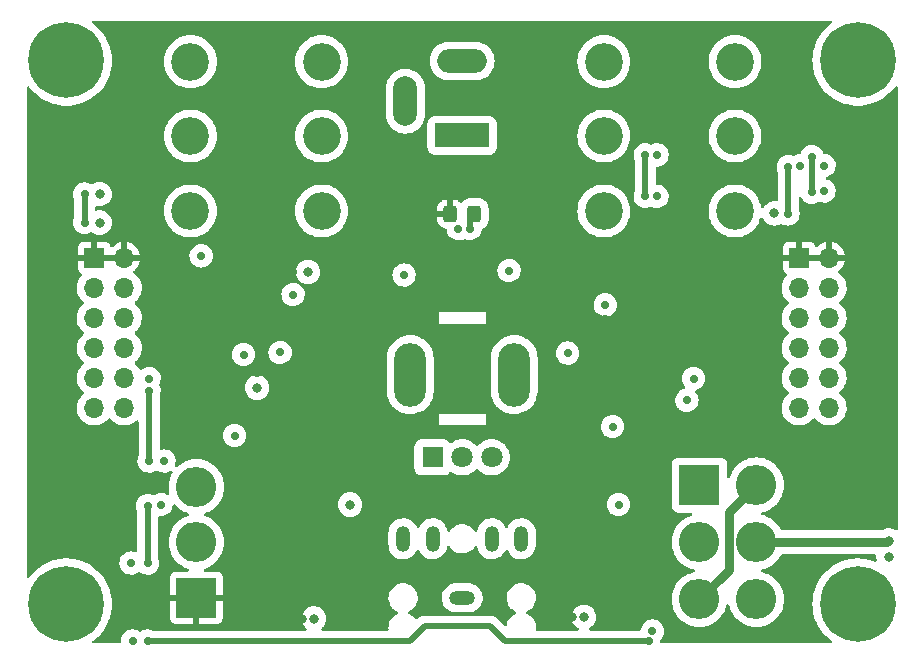
<source format=gbr>
%TF.GenerationSoftware,KiCad,Pcbnew,(6.0.9-0)*%
%TF.CreationDate,2024-03-23T13:07:17+01:00*%
%TF.ProjectId,io-board,696f2d62-6f61-4726-942e-6b696361645f,rev?*%
%TF.SameCoordinates,Original*%
%TF.FileFunction,Copper,L1,Top*%
%TF.FilePolarity,Positive*%
%FSLAX46Y46*%
G04 Gerber Fmt 4.6, Leading zero omitted, Abs format (unit mm)*
G04 Created by KiCad (PCBNEW (6.0.9-0)) date 2024-03-23 13:07:17*
%MOMM*%
%LPD*%
G01*
G04 APERTURE LIST*
G04 Aperture macros list*
%AMRoundRect*
0 Rectangle with rounded corners*
0 $1 Rounding radius*
0 $2 $3 $4 $5 $6 $7 $8 $9 X,Y pos of 4 corners*
0 Add a 4 corners polygon primitive as box body*
4,1,4,$2,$3,$4,$5,$6,$7,$8,$9,$2,$3,0*
0 Add four circle primitives for the rounded corners*
1,1,$1+$1,$2,$3*
1,1,$1+$1,$4,$5*
1,1,$1+$1,$6,$7*
1,1,$1+$1,$8,$9*
0 Add four rect primitives between the rounded corners*
20,1,$1+$1,$2,$3,$4,$5,0*
20,1,$1+$1,$4,$5,$6,$7,0*
20,1,$1+$1,$6,$7,$8,$9,0*
20,1,$1+$1,$8,$9,$2,$3,0*%
G04 Aperture macros list end*
%TA.AperFunction,ComponentPad*%
%ADD10R,3.416000X3.416000*%
%TD*%
%TA.AperFunction,ComponentPad*%
%ADD11O,3.416000X3.416000*%
%TD*%
%TA.AperFunction,ComponentPad*%
%ADD12C,3.200000*%
%TD*%
%TA.AperFunction,ComponentPad*%
%ADD13C,0.800000*%
%TD*%
%TA.AperFunction,ComponentPad*%
%ADD14C,6.400000*%
%TD*%
%TA.AperFunction,SMDPad,CuDef*%
%ADD15RoundRect,0.250000X0.325000X0.450000X-0.325000X0.450000X-0.325000X-0.450000X0.325000X-0.450000X0*%
%TD*%
%TA.AperFunction,ComponentPad*%
%ADD16O,1.200000X2.200000*%
%TD*%
%TA.AperFunction,ComponentPad*%
%ADD17O,2.200000X1.200000*%
%TD*%
%TA.AperFunction,ComponentPad*%
%ADD18R,1.700000X1.700000*%
%TD*%
%TA.AperFunction,ComponentPad*%
%ADD19O,1.700000X1.700000*%
%TD*%
%TA.AperFunction,ComponentPad*%
%ADD20R,4.600000X2.000000*%
%TD*%
%TA.AperFunction,ComponentPad*%
%ADD21O,4.200000X2.000000*%
%TD*%
%TA.AperFunction,ComponentPad*%
%ADD22O,2.000000X4.200000*%
%TD*%
%TA.AperFunction,ComponentPad*%
%ADD23O,2.700000X5.400000*%
%TD*%
%TA.AperFunction,ComponentPad*%
%ADD24R,1.800000X1.800000*%
%TD*%
%TA.AperFunction,ComponentPad*%
%ADD25C,1.800000*%
%TD*%
%TA.AperFunction,ViaPad*%
%ADD26C,0.700000*%
%TD*%
%TA.AperFunction,ViaPad*%
%ADD27C,0.800000*%
%TD*%
%TA.AperFunction,Conductor*%
%ADD28C,0.500000*%
%TD*%
%TA.AperFunction,Conductor*%
%ADD29C,0.800000*%
%TD*%
G04 APERTURE END LIST*
D10*
%TO.P,SW2,1,A*%
%TO.N,/Von*%
X75000000Y-109499000D03*
D11*
%TO.P,SW2,2,B*%
%TO.N,+9V*%
X75000000Y-104800000D03*
%TO.P,SW2,3*%
%TO.N,N/C*%
X75000000Y-100101000D03*
%TD*%
D10*
%TO.P,SW1,1,A*%
%TO.N,GND*%
X117587000Y-99966000D03*
D11*
%TO.P,SW1,2,B*%
%TO.N,/Send*%
X117587000Y-104796000D03*
%TO.P,SW1,3,C*%
%TO.N,/InJack*%
X117587000Y-109626000D03*
%TO.P,SW1,4,A*%
X122417000Y-99966000D03*
%TO.P,SW1,5,B*%
%TO.N,/OutJack*%
X122417000Y-104796000D03*
%TO.P,SW1,6,C*%
%TO.N,/ReturnBuf*%
X122417000Y-109626000D03*
%TD*%
D12*
%TO.P,J6,R*%
%TO.N,unconnected-(J6-PadR)*%
X74500000Y-70400000D03*
%TO.P,J6,RN*%
%TO.N,unconnected-(J6-PadRN)*%
X85600000Y-70400000D03*
%TO.P,J6,S*%
%TO.N,GND*%
X85600000Y-64100000D03*
X74500000Y-64100000D03*
%TO.P,J6,T*%
%TO.N,/OutJack*%
X74500000Y-76750000D03*
%TO.P,J6,TN*%
%TO.N,unconnected-(J6-PadTN)*%
X85600000Y-76750000D03*
%TD*%
D13*
%TO.P,H3,1,1*%
%TO.N,GND*%
X66400000Y-110000000D03*
X62302944Y-111697056D03*
X65697056Y-111697056D03*
X64000000Y-107600000D03*
X64000000Y-112400000D03*
X65697056Y-108302944D03*
X61600000Y-110000000D03*
X62302944Y-108302944D03*
D14*
X64000000Y-110000000D03*
%TD*%
D15*
%TO.P,D1,1,K*%
%TO.N,Net-(D1-Pad1)*%
X98525000Y-77000000D03*
%TO.P,D1,2,A*%
%TO.N,/Von*%
X96475000Y-77000000D03*
%TD*%
D12*
%TO.P,J5,R*%
%TO.N,unconnected-(J5-PadR)*%
X109500000Y-70400000D03*
%TO.P,J5,RN*%
%TO.N,unconnected-(J5-PadRN)*%
X120600000Y-70400000D03*
%TO.P,J5,S*%
%TO.N,GND*%
X120600000Y-64100000D03*
X109500000Y-64100000D03*
%TO.P,J5,T*%
%TO.N,/InJack*%
X109500000Y-76750000D03*
%TO.P,J5,TN*%
%TO.N,GND*%
X120600000Y-76750000D03*
%TD*%
D13*
%TO.P,H4,1,1*%
%TO.N,GND*%
X129302944Y-108302944D03*
D14*
X131000000Y-110000000D03*
D13*
X132697056Y-108302944D03*
X133400000Y-110000000D03*
X131000000Y-107600000D03*
X131000000Y-112400000D03*
X129302944Y-111697056D03*
X132697056Y-111697056D03*
X128600000Y-110000000D03*
%TD*%
D16*
%TO.P,J7,R*%
%TO.N,/HeadphoneR*%
X92500000Y-104500000D03*
%TO.P,J7,RN*%
%TO.N,unconnected-(J7-PadRN)*%
X95000000Y-104500000D03*
D17*
%TO.P,J7,S*%
%TO.N,/+4.5V*%
X97500000Y-109500000D03*
D16*
%TO.P,J7,T*%
%TO.N,/HeadphoneL*%
X102500000Y-104500000D03*
%TO.P,J7,TN*%
%TO.N,unconnected-(J7-PadTN)*%
X100000000Y-104500000D03*
%TD*%
D18*
%TO.P,J8,1,Pin_1*%
%TO.N,/Von*%
X66350000Y-80701000D03*
D19*
%TO.P,J8,2,Pin_2*%
X68890000Y-80701000D03*
%TO.P,J8,3,Pin_3*%
%TO.N,GND*%
X66350000Y-83241000D03*
%TO.P,J8,4,Pin_4*%
X68890000Y-83241000D03*
%TO.P,J8,5,Pin_5*%
%TO.N,/+4.5V*%
X66350000Y-85781000D03*
%TO.P,J8,6,Pin_6*%
X68890000Y-85781000D03*
%TO.P,J8,7,Pin_7*%
%TO.N,/SendBuf*%
X66350000Y-88321000D03*
%TO.P,J8,8,Pin_8*%
X68890000Y-88321000D03*
%TO.P,J8,9,Pin_9*%
%TO.N,GND*%
X66350000Y-90861000D03*
%TO.P,J8,10,Pin_10*%
X68890000Y-90861000D03*
%TO.P,J8,11,Pin_11*%
%TO.N,/Return*%
X66350000Y-93401000D03*
%TO.P,J8,12,Pin_12*%
X68890000Y-93401000D03*
%TD*%
D20*
%TO.P,J4,1*%
%TO.N,GND*%
X97500000Y-70350000D03*
D21*
%TO.P,J4,2*%
%TO.N,+9V*%
X97500000Y-64050000D03*
D22*
%TO.P,J4,3*%
%TO.N,unconnected-(J4-Pad3)*%
X92700000Y-67450000D03*
%TD*%
D13*
%TO.P,H1,1,1*%
%TO.N,GND*%
X66400000Y-64000000D03*
X61600000Y-64000000D03*
X64000000Y-66400000D03*
X65697056Y-65697056D03*
D14*
X64000000Y-64000000D03*
D13*
X64000000Y-61600000D03*
X65697056Y-62302944D03*
X62302944Y-62302944D03*
X62302944Y-65697056D03*
%TD*%
D23*
%TO.P,RV1,0,ShieldPin*%
%TO.N,GND*%
X101900000Y-90600000D03*
X93100000Y-90600000D03*
D24*
%TO.P,RV1,1,1*%
%TO.N,/+4.5V*%
X95000000Y-97600000D03*
D25*
%TO.P,RV1,2,2*%
%TO.N,Net-(R15-Pad1)*%
X97500000Y-97600000D03*
%TO.P,RV1,3,3*%
%TO.N,Net-(C9-Pad2)*%
X100000000Y-97600000D03*
%TD*%
D18*
%TO.P,J3,1,Pin_1*%
%TO.N,/Von*%
X126030000Y-80701000D03*
D19*
%TO.P,J3,2,Pin_2*%
X128570000Y-80701000D03*
%TO.P,J3,3,Pin_3*%
%TO.N,GND*%
X126030000Y-83241000D03*
%TO.P,J3,4,Pin_4*%
X128570000Y-83241000D03*
%TO.P,J3,5,Pin_5*%
%TO.N,/+4.5V*%
X126030000Y-85781000D03*
%TO.P,J3,6,Pin_6*%
X128570000Y-85781000D03*
%TO.P,J3,7,Pin_7*%
%TO.N,/SendBuf*%
X126030000Y-88321000D03*
%TO.P,J3,8,Pin_8*%
X128570000Y-88321000D03*
%TO.P,J3,9,Pin_9*%
%TO.N,GND*%
X126030000Y-90861000D03*
%TO.P,J3,10,Pin_10*%
X128570000Y-90861000D03*
%TO.P,J3,11,Pin_11*%
%TO.N,/Return*%
X126030000Y-93401000D03*
%TO.P,J3,12,Pin_12*%
X128570000Y-93401000D03*
%TD*%
D13*
%TO.P,H2,1,1*%
%TO.N,GND*%
X131000000Y-66400000D03*
D14*
X131000000Y-64000000D03*
D13*
X132697056Y-65697056D03*
X129302944Y-65697056D03*
X128600000Y-64000000D03*
X133400000Y-64000000D03*
X132697056Y-62302944D03*
X129302944Y-62302944D03*
X131000000Y-61600000D03*
%TD*%
D26*
%TO.N,/Von*%
X80137000Y-90424000D03*
X109601000Y-85852000D03*
D27*
X83947000Y-111252000D03*
X106807000Y-111125000D03*
D26*
X83185000Y-81915000D03*
%TO.N,GND*%
X69596000Y-113157000D03*
X101473000Y-81788000D03*
X117094000Y-90932000D03*
X126143388Y-72905179D03*
D27*
X84946503Y-111252000D03*
D26*
X78994000Y-88900000D03*
X110236000Y-94996000D03*
X116530000Y-92766000D03*
X82086500Y-88728500D03*
D27*
X66802000Y-75311000D03*
X123941812Y-76951812D03*
D26*
X75405500Y-80550500D03*
X83185000Y-83820000D03*
D27*
X133604000Y-106045000D03*
D26*
X114000000Y-72000000D03*
X97176549Y-78239422D03*
X128143000Y-75057000D03*
X72263000Y-97917000D03*
X92583000Y-82169000D03*
D27*
X80137000Y-91694000D03*
D26*
X72009000Y-101600000D03*
D27*
X88011000Y-101600000D03*
D26*
X109622000Y-84688000D03*
X128143000Y-72898000D03*
X113604233Y-112316431D03*
X114000000Y-75500000D03*
X70993000Y-90932000D03*
X110744000Y-101600000D03*
X69469000Y-106553000D03*
D27*
X66802000Y-77724000D03*
X107806503Y-111125000D03*
D26*
X78232000Y-95758000D03*
X106426000Y-88773000D03*
D27*
X84455000Y-81915000D03*
D26*
%TO.N,/SendBuf*%
X125112655Y-72982345D03*
X125095000Y-77000000D03*
%TO.N,/ReturnBuf*%
X70866000Y-101689500D03*
X113284000Y-113157000D03*
X70993000Y-91948000D03*
X70866000Y-113157000D03*
X70993000Y-97917000D03*
X70866000Y-106553000D03*
D27*
%TO.N,/OutJack*%
X133604000Y-104648000D03*
D26*
%TO.N,/+4.5V*%
X113000000Y-75500000D03*
X113000000Y-72000000D03*
X127095424Y-75152424D03*
X127095424Y-72136000D03*
X65532000Y-75311000D03*
X65532000Y-77724000D03*
%TO.N,Net-(D1-Pad1)*%
X98171000Y-78232000D03*
%TD*%
D28*
%TO.N,/SendBuf*%
X125095000Y-73000000D02*
X125095000Y-77000000D01*
X125112655Y-72982345D02*
X125095000Y-73000000D01*
%TO.N,/ReturnBuf*%
X99822000Y-111887000D02*
X94361000Y-111887000D01*
X113284000Y-113157000D02*
X101092000Y-113157000D01*
X70993000Y-91948000D02*
X70993000Y-97917000D01*
X94361000Y-111887000D02*
X93091000Y-113157000D01*
X101092000Y-113157000D02*
X99822000Y-111887000D01*
X70866000Y-106553000D02*
X70866000Y-101689500D01*
X93091000Y-113157000D02*
X70866000Y-113157000D01*
D29*
%TO.N,/OutJack*%
X122417000Y-104796000D02*
X133456000Y-104796000D01*
D28*
X133456000Y-104796000D02*
X133604000Y-104648000D01*
%TO.N,/+4.5V*%
X113000000Y-75500000D02*
X113000000Y-72000000D01*
X65532000Y-77724000D02*
X65532000Y-75311000D01*
X127095424Y-75152424D02*
X127095424Y-72136000D01*
%TO.N,Net-(D1-Pad1)*%
X98171000Y-77354000D02*
X98525000Y-77000000D01*
X98171000Y-78232000D02*
X98171000Y-77354000D01*
D29*
%TO.N,/InJack*%
X120109000Y-102274000D02*
X120109000Y-107104000D01*
X122417000Y-99966000D02*
X120109000Y-102274000D01*
X120109000Y-107104000D02*
X117587000Y-109626000D01*
%TD*%
%TA.AperFunction,Conductor*%
%TO.N,/Von*%
G36*
X128786295Y-60655502D02*
G01*
X128832788Y-60709158D01*
X128842892Y-60779432D01*
X128813398Y-60844012D01*
X128789904Y-60865089D01*
X128656781Y-60957268D01*
X128361289Y-61209642D01*
X128359089Y-61211944D01*
X128359086Y-61211947D01*
X128244377Y-61331984D01*
X128092814Y-61490585D01*
X127854105Y-61797220D01*
X127852409Y-61799924D01*
X127852406Y-61799928D01*
X127723575Y-62005303D01*
X127647605Y-62126410D01*
X127475429Y-62474782D01*
X127339339Y-62838770D01*
X127338531Y-62841849D01*
X127338529Y-62841856D01*
X127287790Y-63035262D01*
X127240729Y-63214647D01*
X127180609Y-63598566D01*
X127159594Y-63986594D01*
X127159744Y-63989775D01*
X127174455Y-64301706D01*
X127177900Y-64374760D01*
X127178371Y-64377913D01*
X127178372Y-64377921D01*
X127204411Y-64552148D01*
X127235338Y-64759089D01*
X127236124Y-64762171D01*
X127236124Y-64762173D01*
X127268921Y-64890839D01*
X127331321Y-65135646D01*
X127464866Y-65500575D01*
X127634606Y-65850141D01*
X127838803Y-66180764D01*
X127840744Y-66183294D01*
X127840745Y-66183295D01*
X127917473Y-66283288D01*
X128075366Y-66489058D01*
X128341873Y-66771869D01*
X128344278Y-66773952D01*
X128344284Y-66773958D01*
X128633189Y-67024214D01*
X128635596Y-67026299D01*
X128953526Y-67249745D01*
X129292410Y-67439917D01*
X129295324Y-67441184D01*
X129295328Y-67441186D01*
X129333101Y-67457610D01*
X129648777Y-67594870D01*
X129825208Y-67651176D01*
X130015935Y-67712046D01*
X130015944Y-67712048D01*
X130018979Y-67713017D01*
X130062314Y-67722149D01*
X130396106Y-67792490D01*
X130396111Y-67792491D01*
X130399225Y-67793147D01*
X130785621Y-67834441D01*
X130788809Y-67834458D01*
X130788814Y-67834458D01*
X130965023Y-67835381D01*
X131174213Y-67836476D01*
X131367617Y-67817853D01*
X131557856Y-67799535D01*
X131557861Y-67799534D01*
X131561021Y-67799230D01*
X131564141Y-67798607D01*
X131564145Y-67798606D01*
X131938958Y-67723711D01*
X131938957Y-67723711D01*
X131942086Y-67723086D01*
X132227688Y-67635223D01*
X132310462Y-67609759D01*
X132310465Y-67609758D01*
X132313504Y-67608823D01*
X132316432Y-67607586D01*
X132316438Y-67607584D01*
X132668530Y-67458854D01*
X132668537Y-67458851D01*
X132671474Y-67457610D01*
X133012331Y-67270997D01*
X133332584Y-67050893D01*
X133628955Y-66799552D01*
X133631160Y-66797260D01*
X133631166Y-66797255D01*
X133896194Y-66521850D01*
X133896196Y-66521847D01*
X133898409Y-66519548D01*
X134138187Y-66213747D01*
X134139056Y-66214429D01*
X134191151Y-66173085D01*
X134261795Y-66166022D01*
X134325044Y-66198274D01*
X134360815Y-66259600D01*
X134364500Y-66289850D01*
X134364500Y-103670608D01*
X134344498Y-103738729D01*
X134290842Y-103785222D01*
X134220568Y-103795326D01*
X134178572Y-103781444D01*
X134012637Y-103691724D01*
X134012635Y-103691723D01*
X134007214Y-103688792D01*
X133854303Y-103641458D01*
X133819111Y-103630564D01*
X133819108Y-103630563D01*
X133813224Y-103628742D01*
X133807099Y-103628098D01*
X133807098Y-103628098D01*
X133617392Y-103608159D01*
X133617391Y-103608159D01*
X133611264Y-103607515D01*
X133526817Y-103615200D01*
X133415167Y-103625361D01*
X133415164Y-103625362D01*
X133409028Y-103625920D01*
X133403122Y-103627658D01*
X133403118Y-103627659D01*
X133304919Y-103656561D01*
X133214218Y-103683256D01*
X133208761Y-103686109D01*
X133208758Y-103686110D01*
X133093889Y-103746162D01*
X133035514Y-103760500D01*
X124597668Y-103760500D01*
X124529547Y-103740498D01*
X124484662Y-103690229D01*
X124469922Y-103660339D01*
X124450885Y-103621736D01*
X124408082Y-103557676D01*
X124282506Y-103369738D01*
X124282502Y-103369733D01*
X124280213Y-103366307D01*
X124277499Y-103363213D01*
X124277495Y-103363207D01*
X124080369Y-103138429D01*
X124077660Y-103135340D01*
X124022398Y-103086876D01*
X123849793Y-102935505D01*
X123849787Y-102935501D01*
X123846693Y-102932787D01*
X123843267Y-102930498D01*
X123843262Y-102930494D01*
X123606793Y-102772491D01*
X123591264Y-102762115D01*
X123587565Y-102760291D01*
X123587560Y-102760288D01*
X123343254Y-102639810D01*
X123315743Y-102626243D01*
X123311837Y-102624917D01*
X123028751Y-102528822D01*
X123028748Y-102528821D01*
X123024844Y-102527496D01*
X123020805Y-102526693D01*
X123020799Y-102526691D01*
X122909632Y-102504579D01*
X122846722Y-102471672D01*
X122811590Y-102409977D01*
X122815390Y-102339082D01*
X122856916Y-102281496D01*
X122909632Y-102257421D01*
X123020799Y-102235309D01*
X123020805Y-102235307D01*
X123024844Y-102234504D01*
X123028748Y-102233179D01*
X123028751Y-102233178D01*
X123311837Y-102137083D01*
X123311838Y-102137082D01*
X123315743Y-102135757D01*
X123446004Y-102071519D01*
X123587560Y-102001712D01*
X123587565Y-102001709D01*
X123591264Y-101999885D01*
X123688048Y-101935216D01*
X123843262Y-101831506D01*
X123843267Y-101831502D01*
X123846693Y-101829213D01*
X123849787Y-101826499D01*
X123849793Y-101826495D01*
X124074571Y-101629369D01*
X124077660Y-101626660D01*
X124118537Y-101580049D01*
X124277495Y-101398793D01*
X124277499Y-101398787D01*
X124280213Y-101395693D01*
X124288250Y-101383666D01*
X124448591Y-101143697D01*
X124450885Y-101140264D01*
X124453271Y-101135427D01*
X124584933Y-100868441D01*
X124586757Y-100864743D01*
X124618450Y-100771379D01*
X124684178Y-100577751D01*
X124684179Y-100577748D01*
X124685504Y-100573844D01*
X124688355Y-100559515D01*
X124744632Y-100276587D01*
X124744632Y-100276584D01*
X124745436Y-100272544D01*
X124765528Y-99966000D01*
X124754554Y-99798571D01*
X124745706Y-99663571D01*
X124745705Y-99663567D01*
X124745436Y-99659456D01*
X124685504Y-99358156D01*
X124644440Y-99237184D01*
X124588083Y-99071163D01*
X124588082Y-99071162D01*
X124586757Y-99067257D01*
X124503389Y-98898204D01*
X124452712Y-98795440D01*
X124452709Y-98795435D01*
X124450885Y-98791736D01*
X124345572Y-98634124D01*
X124282506Y-98539738D01*
X124282502Y-98539733D01*
X124280213Y-98536307D01*
X124277499Y-98533213D01*
X124277495Y-98533207D01*
X124080369Y-98308429D01*
X124077660Y-98305340D01*
X123953316Y-98196293D01*
X123849793Y-98105505D01*
X123849787Y-98105501D01*
X123846693Y-98102787D01*
X123843267Y-98100498D01*
X123843262Y-98100494D01*
X123594697Y-97934409D01*
X123591264Y-97932115D01*
X123587565Y-97930291D01*
X123587560Y-97930288D01*
X123444616Y-97859796D01*
X123315743Y-97796243D01*
X123311837Y-97794917D01*
X123028751Y-97698822D01*
X123028748Y-97698821D01*
X123024844Y-97697496D01*
X123020805Y-97696693D01*
X123020799Y-97696691D01*
X122727587Y-97638368D01*
X122727584Y-97638368D01*
X122723544Y-97637564D01*
X122719433Y-97637295D01*
X122719429Y-97637294D01*
X122421119Y-97617742D01*
X122417000Y-97617472D01*
X122412881Y-97617742D01*
X122114571Y-97637294D01*
X122114567Y-97637295D01*
X122110456Y-97637564D01*
X122106416Y-97638368D01*
X122106413Y-97638368D01*
X121813201Y-97696691D01*
X121813195Y-97696693D01*
X121809156Y-97697496D01*
X121805252Y-97698821D01*
X121805249Y-97698822D01*
X121522163Y-97794917D01*
X121518257Y-97796243D01*
X121389384Y-97859796D01*
X121246440Y-97930288D01*
X121246435Y-97930291D01*
X121242736Y-97932115D01*
X121239303Y-97934409D01*
X120990738Y-98100494D01*
X120990733Y-98100498D01*
X120987307Y-98102787D01*
X120984213Y-98105501D01*
X120984207Y-98105505D01*
X120880684Y-98196293D01*
X120756340Y-98305340D01*
X120753631Y-98308429D01*
X120556505Y-98533207D01*
X120556501Y-98533213D01*
X120553787Y-98536307D01*
X120551498Y-98539733D01*
X120551494Y-98539738D01*
X120488428Y-98634124D01*
X120383115Y-98791736D01*
X120381291Y-98795435D01*
X120381288Y-98795440D01*
X120330611Y-98898204D01*
X120247243Y-99067257D01*
X120224078Y-99135499D01*
X120175812Y-99277686D01*
X120134975Y-99335762D01*
X120069222Y-99362540D01*
X119999430Y-99349519D01*
X119947756Y-99300832D01*
X119930499Y-99237184D01*
X119930499Y-98193820D01*
X119927665Y-98157796D01*
X119911684Y-98102787D01*
X119885081Y-98011220D01*
X119885080Y-98011218D01*
X119882869Y-98003607D01*
X119801135Y-97865402D01*
X119687598Y-97751865D01*
X119549393Y-97670131D01*
X119541782Y-97667920D01*
X119541780Y-97667919D01*
X119401381Y-97627129D01*
X119401376Y-97627128D01*
X119395204Y-97625335D01*
X119373581Y-97623633D01*
X119361638Y-97622693D01*
X119361629Y-97622693D01*
X119359181Y-97622500D01*
X117588435Y-97622500D01*
X115814820Y-97622501D01*
X115795577Y-97624015D01*
X115785214Y-97624830D01*
X115785213Y-97624830D01*
X115778796Y-97625335D01*
X115772616Y-97627130D01*
X115772613Y-97627131D01*
X115632220Y-97667919D01*
X115632218Y-97667920D01*
X115624607Y-97670131D01*
X115486402Y-97751865D01*
X115372865Y-97865402D01*
X115291131Y-98003607D01*
X115288920Y-98011218D01*
X115288919Y-98011220D01*
X115248129Y-98151619D01*
X115248128Y-98151624D01*
X115246335Y-98157796D01*
X115245831Y-98164206D01*
X115243694Y-98191356D01*
X115243500Y-98193819D01*
X115243501Y-101738180D01*
X115246335Y-101774204D01*
X115248130Y-101780384D01*
X115248131Y-101780387D01*
X115264397Y-101836375D01*
X115291131Y-101928393D01*
X115295166Y-101935215D01*
X115295166Y-101935216D01*
X115361934Y-102048115D01*
X115372865Y-102066598D01*
X115486402Y-102180135D01*
X115624607Y-102261869D01*
X115632218Y-102264080D01*
X115632220Y-102264081D01*
X115772619Y-102304871D01*
X115772624Y-102304872D01*
X115778796Y-102306665D01*
X115800419Y-102308367D01*
X115812362Y-102309307D01*
X115812371Y-102309307D01*
X115814819Y-102309500D01*
X116858183Y-102309500D01*
X116926304Y-102329502D01*
X116972797Y-102383158D01*
X116982901Y-102453432D01*
X116953407Y-102518012D01*
X116898685Y-102554812D01*
X116750209Y-102605213D01*
X116692797Y-102624702D01*
X116688257Y-102626243D01*
X116660746Y-102639810D01*
X116416440Y-102760288D01*
X116416435Y-102760291D01*
X116412736Y-102762115D01*
X116397207Y-102772491D01*
X116160738Y-102930494D01*
X116160733Y-102930498D01*
X116157307Y-102932787D01*
X116154213Y-102935501D01*
X116154207Y-102935505D01*
X115981602Y-103086876D01*
X115926340Y-103135340D01*
X115923631Y-103138429D01*
X115726505Y-103363207D01*
X115726501Y-103363213D01*
X115723787Y-103366307D01*
X115721498Y-103369733D01*
X115721494Y-103369738D01*
X115595918Y-103557676D01*
X115553115Y-103621736D01*
X115551291Y-103625434D01*
X115551288Y-103625440D01*
X115519338Y-103690229D01*
X115417243Y-103897257D01*
X115415918Y-103901162D01*
X115415917Y-103901163D01*
X115371745Y-104031291D01*
X115318496Y-104188156D01*
X115317693Y-104192195D01*
X115317691Y-104192201D01*
X115292512Y-104318785D01*
X115258564Y-104489456D01*
X115238472Y-104796000D01*
X115238742Y-104800119D01*
X115257520Y-105086612D01*
X115258564Y-105102544D01*
X115259368Y-105106584D01*
X115259368Y-105106587D01*
X115306481Y-105343439D01*
X115318496Y-105403844D01*
X115319821Y-105407748D01*
X115319822Y-105407751D01*
X115414090Y-105685456D01*
X115417243Y-105694743D01*
X115444494Y-105750002D01*
X115526621Y-105916539D01*
X115553115Y-105970264D01*
X115572267Y-105998927D01*
X115715564Y-106213386D01*
X115723787Y-106225693D01*
X115726501Y-106228787D01*
X115726505Y-106228793D01*
X115892207Y-106417739D01*
X115926340Y-106456660D01*
X115929429Y-106459369D01*
X116154207Y-106656495D01*
X116154213Y-106656499D01*
X116157307Y-106659213D01*
X116160733Y-106661502D01*
X116160738Y-106661506D01*
X116335450Y-106778244D01*
X116412736Y-106829885D01*
X116416435Y-106831709D01*
X116416440Y-106831712D01*
X116549253Y-106897208D01*
X116688257Y-106965757D01*
X116692162Y-106967082D01*
X116692163Y-106967083D01*
X116975249Y-107063178D01*
X116975252Y-107063179D01*
X116979156Y-107064504D01*
X116983195Y-107065307D01*
X116983201Y-107065309D01*
X117094368Y-107087421D01*
X117157278Y-107120328D01*
X117192410Y-107182023D01*
X117188610Y-107252918D01*
X117147084Y-107310504D01*
X117094368Y-107334579D01*
X116983201Y-107356691D01*
X116983195Y-107356693D01*
X116979156Y-107357496D01*
X116975252Y-107358821D01*
X116975249Y-107358822D01*
X116692163Y-107454917D01*
X116688257Y-107456243D01*
X116602698Y-107498436D01*
X116416440Y-107590288D01*
X116416435Y-107590291D01*
X116412736Y-107592115D01*
X116351667Y-107632920D01*
X116160738Y-107760494D01*
X116160733Y-107760498D01*
X116157307Y-107762787D01*
X116154213Y-107765501D01*
X116154207Y-107765505D01*
X115929429Y-107962631D01*
X115926340Y-107965340D01*
X115923631Y-107968429D01*
X115726505Y-108193207D01*
X115726501Y-108193213D01*
X115723787Y-108196307D01*
X115721498Y-108199733D01*
X115721494Y-108199738D01*
X115593920Y-108390667D01*
X115553115Y-108451736D01*
X115551291Y-108455435D01*
X115551288Y-108455440D01*
X115497267Y-108564984D01*
X115417243Y-108727257D01*
X115415918Y-108731162D01*
X115415917Y-108731163D01*
X115356052Y-108907521D01*
X115318496Y-109018156D01*
X115317693Y-109022195D01*
X115317691Y-109022201D01*
X115273374Y-109245000D01*
X115258564Y-109319456D01*
X115258295Y-109323567D01*
X115258294Y-109323571D01*
X115249650Y-109455458D01*
X115238472Y-109626000D01*
X115238742Y-109630119D01*
X115256484Y-109900804D01*
X115258564Y-109932544D01*
X115259368Y-109936584D01*
X115259368Y-109936587D01*
X115314183Y-110212159D01*
X115318496Y-110233844D01*
X115319821Y-110237748D01*
X115319822Y-110237751D01*
X115379910Y-110414764D01*
X115417243Y-110524743D01*
X115457995Y-110607380D01*
X115537070Y-110767727D01*
X115553115Y-110800264D01*
X115568417Y-110823165D01*
X115715971Y-111043995D01*
X115723787Y-111055693D01*
X115726501Y-111058787D01*
X115726505Y-111058793D01*
X115918331Y-111277528D01*
X115926340Y-111286660D01*
X115929429Y-111289369D01*
X116154207Y-111486495D01*
X116154213Y-111486499D01*
X116157307Y-111489213D01*
X116160733Y-111491502D01*
X116160738Y-111491506D01*
X116267324Y-111562724D01*
X116412736Y-111659885D01*
X116416435Y-111661709D01*
X116416440Y-111661712D01*
X116523746Y-111714629D01*
X116688257Y-111795757D01*
X116692162Y-111797082D01*
X116692163Y-111797083D01*
X116975249Y-111893178D01*
X116975252Y-111893179D01*
X116979156Y-111894504D01*
X116983195Y-111895307D01*
X116983201Y-111895309D01*
X117276413Y-111953632D01*
X117276416Y-111953632D01*
X117280456Y-111954436D01*
X117284567Y-111954705D01*
X117284571Y-111954706D01*
X117582881Y-111974258D01*
X117587000Y-111974528D01*
X117591119Y-111974258D01*
X117889429Y-111954706D01*
X117889433Y-111954705D01*
X117893544Y-111954436D01*
X117897584Y-111953632D01*
X117897587Y-111953632D01*
X118190799Y-111895309D01*
X118190805Y-111895307D01*
X118194844Y-111894504D01*
X118198748Y-111893179D01*
X118198751Y-111893178D01*
X118481837Y-111797083D01*
X118481838Y-111797082D01*
X118485743Y-111795757D01*
X118650254Y-111714629D01*
X118757560Y-111661712D01*
X118757565Y-111661709D01*
X118761264Y-111659885D01*
X118906676Y-111562724D01*
X119013262Y-111491506D01*
X119013267Y-111491502D01*
X119016693Y-111489213D01*
X119019787Y-111486499D01*
X119019793Y-111486495D01*
X119244571Y-111289369D01*
X119247660Y-111286660D01*
X119255669Y-111277528D01*
X119447495Y-111058793D01*
X119447499Y-111058787D01*
X119450213Y-111055693D01*
X119458030Y-111043995D01*
X119605583Y-110823165D01*
X119620885Y-110800264D01*
X119636931Y-110767727D01*
X119716005Y-110607380D01*
X119756757Y-110524743D01*
X119794090Y-110414764D01*
X119854178Y-110237751D01*
X119854179Y-110237748D01*
X119855504Y-110233844D01*
X119859818Y-110212159D01*
X119878421Y-110118632D01*
X119911328Y-110055722D01*
X119973023Y-110020590D01*
X120043918Y-110024390D01*
X120101504Y-110065916D01*
X120125579Y-110118632D01*
X120144183Y-110212159D01*
X120148496Y-110233844D01*
X120149821Y-110237748D01*
X120149822Y-110237751D01*
X120209910Y-110414764D01*
X120247243Y-110524743D01*
X120287995Y-110607380D01*
X120367070Y-110767727D01*
X120383115Y-110800264D01*
X120398417Y-110823165D01*
X120545971Y-111043995D01*
X120553787Y-111055693D01*
X120556501Y-111058787D01*
X120556505Y-111058793D01*
X120748331Y-111277528D01*
X120756340Y-111286660D01*
X120759429Y-111289369D01*
X120984207Y-111486495D01*
X120984213Y-111486499D01*
X120987307Y-111489213D01*
X120990733Y-111491502D01*
X120990738Y-111491506D01*
X121097324Y-111562724D01*
X121242736Y-111659885D01*
X121246435Y-111661709D01*
X121246440Y-111661712D01*
X121353746Y-111714629D01*
X121518257Y-111795757D01*
X121522162Y-111797082D01*
X121522163Y-111797083D01*
X121805249Y-111893178D01*
X121805252Y-111893179D01*
X121809156Y-111894504D01*
X121813195Y-111895307D01*
X121813201Y-111895309D01*
X122106413Y-111953632D01*
X122106416Y-111953632D01*
X122110456Y-111954436D01*
X122114567Y-111954705D01*
X122114571Y-111954706D01*
X122412881Y-111974258D01*
X122417000Y-111974528D01*
X122421119Y-111974258D01*
X122719429Y-111954706D01*
X122719433Y-111954705D01*
X122723544Y-111954436D01*
X122727584Y-111953632D01*
X122727587Y-111953632D01*
X123020799Y-111895309D01*
X123020805Y-111895307D01*
X123024844Y-111894504D01*
X123028748Y-111893179D01*
X123028751Y-111893178D01*
X123311837Y-111797083D01*
X123311838Y-111797082D01*
X123315743Y-111795757D01*
X123480254Y-111714629D01*
X123587560Y-111661712D01*
X123587565Y-111661709D01*
X123591264Y-111659885D01*
X123736676Y-111562724D01*
X123843262Y-111491506D01*
X123843267Y-111491502D01*
X123846693Y-111489213D01*
X123849787Y-111486499D01*
X123849793Y-111486495D01*
X124074571Y-111289369D01*
X124077660Y-111286660D01*
X124085669Y-111277528D01*
X124277495Y-111058793D01*
X124277499Y-111058787D01*
X124280213Y-111055693D01*
X124288030Y-111043995D01*
X124435583Y-110823165D01*
X124450885Y-110800264D01*
X124466931Y-110767727D01*
X124546005Y-110607380D01*
X124586757Y-110524743D01*
X124624090Y-110414764D01*
X124684178Y-110237751D01*
X124684179Y-110237748D01*
X124685504Y-110233844D01*
X124689818Y-110212159D01*
X124744632Y-109936587D01*
X124744632Y-109936584D01*
X124745436Y-109932544D01*
X124747517Y-109900804D01*
X124765258Y-109630119D01*
X124765528Y-109626000D01*
X124754350Y-109455458D01*
X124745706Y-109323571D01*
X124745705Y-109323567D01*
X124745436Y-109319456D01*
X124730626Y-109245000D01*
X124686309Y-109022201D01*
X124686307Y-109022195D01*
X124685504Y-109018156D01*
X124647949Y-108907521D01*
X124588083Y-108731163D01*
X124588082Y-108731162D01*
X124586757Y-108727257D01*
X124506733Y-108564984D01*
X124452712Y-108455440D01*
X124452709Y-108455435D01*
X124450885Y-108451736D01*
X124410080Y-108390667D01*
X124282506Y-108199738D01*
X124282502Y-108199733D01*
X124280213Y-108196307D01*
X124277499Y-108193213D01*
X124277495Y-108193207D01*
X124080369Y-107968429D01*
X124077660Y-107965340D01*
X124074571Y-107962631D01*
X123849793Y-107765505D01*
X123849787Y-107765501D01*
X123846693Y-107762787D01*
X123843267Y-107760498D01*
X123843262Y-107760494D01*
X123652333Y-107632920D01*
X123591264Y-107592115D01*
X123587565Y-107590291D01*
X123587560Y-107590288D01*
X123401302Y-107498436D01*
X123315743Y-107456243D01*
X123311837Y-107454917D01*
X123028751Y-107358822D01*
X123028748Y-107358821D01*
X123024844Y-107357496D01*
X123020805Y-107356693D01*
X123020799Y-107356691D01*
X122909632Y-107334579D01*
X122846722Y-107301672D01*
X122811590Y-107239977D01*
X122815390Y-107169082D01*
X122856916Y-107111496D01*
X122909632Y-107087421D01*
X123020799Y-107065309D01*
X123020805Y-107065307D01*
X123024844Y-107064504D01*
X123028748Y-107063179D01*
X123028751Y-107063178D01*
X123311837Y-106967083D01*
X123311838Y-106967082D01*
X123315743Y-106965757D01*
X123454747Y-106897208D01*
X123587560Y-106831712D01*
X123587565Y-106831709D01*
X123591264Y-106829885D01*
X123668550Y-106778244D01*
X123843262Y-106661506D01*
X123843267Y-106661502D01*
X123846693Y-106659213D01*
X123849787Y-106656499D01*
X123849793Y-106656495D01*
X124074571Y-106459369D01*
X124077660Y-106456660D01*
X124111793Y-106417739D01*
X124277495Y-106228793D01*
X124277499Y-106228787D01*
X124280213Y-106225693D01*
X124288437Y-106213386D01*
X124431733Y-105998927D01*
X124450885Y-105970264D01*
X124484662Y-105901771D01*
X124532731Y-105849522D01*
X124597668Y-105831500D01*
X132444986Y-105831500D01*
X132513107Y-105851502D01*
X132559600Y-105905158D01*
X132570201Y-105971545D01*
X132563591Y-106030472D01*
X132564107Y-106036615D01*
X132579985Y-106225693D01*
X132580584Y-106232832D01*
X132582282Y-106238753D01*
X132582282Y-106238754D01*
X132584699Y-106247182D01*
X132595413Y-106284544D01*
X132596192Y-106287262D01*
X132595741Y-106358258D01*
X132556980Y-106417739D01*
X132492213Y-106446822D01*
X132425234Y-106437717D01*
X132341600Y-106401698D01*
X132341590Y-106401694D01*
X132338666Y-106400435D01*
X131968054Y-106283582D01*
X131632347Y-106214060D01*
X131590656Y-106205426D01*
X131590653Y-106205426D01*
X131587531Y-106204779D01*
X131284329Y-106173446D01*
X131204149Y-106165160D01*
X131204146Y-106165160D01*
X131200993Y-106164834D01*
X131197827Y-106164828D01*
X131197818Y-106164828D01*
X131005969Y-106164494D01*
X130812396Y-106164156D01*
X130658545Y-106179512D01*
X130428893Y-106202434D01*
X130428887Y-106202435D01*
X130425720Y-106202751D01*
X130244803Y-106239559D01*
X130048049Y-106279589D01*
X130048045Y-106279590D01*
X130044924Y-106280225D01*
X130041882Y-106281172D01*
X130041876Y-106281174D01*
X129888432Y-106328967D01*
X129673907Y-106395784D01*
X129670979Y-106397033D01*
X129319397Y-106546995D01*
X129319393Y-106546997D01*
X129316467Y-106548245D01*
X129313688Y-106549779D01*
X129313682Y-106549782D01*
X129104049Y-106665506D01*
X128976264Y-106736047D01*
X128656781Y-106957268D01*
X128361289Y-107209642D01*
X128359089Y-107211944D01*
X128359086Y-107211947D01*
X128260702Y-107314900D01*
X128092814Y-107490585D01*
X128090857Y-107493099D01*
X128090856Y-107493100D01*
X127902143Y-107735513D01*
X127854105Y-107797220D01*
X127852409Y-107799924D01*
X127852406Y-107799928D01*
X127835624Y-107826681D01*
X127647605Y-108126410D01*
X127475429Y-108474782D01*
X127339339Y-108838770D01*
X127338531Y-108841849D01*
X127338529Y-108841856D01*
X127290139Y-109026307D01*
X127240729Y-109214647D01*
X127180609Y-109598566D01*
X127180438Y-109601732D01*
X127180437Y-109601737D01*
X127171511Y-109766548D01*
X127159594Y-109986594D01*
X127159744Y-109989775D01*
X127176245Y-110339661D01*
X127177900Y-110374760D01*
X127178371Y-110377913D01*
X127178372Y-110377921D01*
X127200315Y-110524743D01*
X127235338Y-110759089D01*
X127236124Y-110762171D01*
X127236124Y-110762173D01*
X127324794Y-111110038D01*
X127331321Y-111135646D01*
X127407459Y-111343703D01*
X127459150Y-111484954D01*
X127464866Y-111500575D01*
X127634606Y-111850141D01*
X127711981Y-111975421D01*
X127823339Y-112155725D01*
X127838803Y-112180764D01*
X127840744Y-112183294D01*
X127840745Y-112183295D01*
X127980793Y-112365808D01*
X128075366Y-112489058D01*
X128341873Y-112771869D01*
X128344278Y-112773952D01*
X128344284Y-112773958D01*
X128626776Y-113018659D01*
X128635596Y-113026299D01*
X128789778Y-113134660D01*
X128790849Y-113135413D01*
X128835080Y-113190948D01*
X128842266Y-113261580D01*
X128810125Y-113324884D01*
X128748861Y-113360762D01*
X128718398Y-113364500D01*
X114394080Y-113364500D01*
X114325959Y-113344498D01*
X114279466Y-113290842D01*
X114269074Y-113222708D01*
X114273439Y-113188153D01*
X114273882Y-113184650D01*
X114274268Y-113157000D01*
X114272151Y-113135413D01*
X114269982Y-113113285D01*
X114283242Y-113043537D01*
X114299999Y-113018659D01*
X114409401Y-112891915D01*
X114409402Y-112891914D01*
X114413425Y-112887253D01*
X114508888Y-112719209D01*
X114569892Y-112535823D01*
X114594115Y-112344081D01*
X114594501Y-112316431D01*
X114575641Y-112124087D01*
X114555267Y-112056603D01*
X114521562Y-111944968D01*
X114519781Y-111939069D01*
X114454160Y-111815653D01*
X114431942Y-111773867D01*
X114431940Y-111773864D01*
X114429048Y-111768425D01*
X114425158Y-111763655D01*
X114425155Y-111763651D01*
X114310793Y-111623429D01*
X114310790Y-111623426D01*
X114306898Y-111618654D01*
X114295122Y-111608912D01*
X114162734Y-111499391D01*
X114162731Y-111499389D01*
X114157984Y-111495462D01*
X113987977Y-111403539D01*
X113895665Y-111374964D01*
X113809241Y-111348211D01*
X113809238Y-111348210D01*
X113803354Y-111346389D01*
X113797229Y-111345745D01*
X113797228Y-111345745D01*
X113617274Y-111326831D01*
X113617273Y-111326831D01*
X113611146Y-111326187D01*
X113530141Y-111333559D01*
X113424814Y-111343144D01*
X113424811Y-111343145D01*
X113418675Y-111343703D01*
X113412769Y-111345441D01*
X113412765Y-111345442D01*
X113239184Y-111396530D01*
X113233272Y-111398270D01*
X113227807Y-111401127D01*
X113225397Y-111402387D01*
X113061999Y-111487810D01*
X113057194Y-111491673D01*
X113057193Y-111491674D01*
X113044212Y-111502111D01*
X112911379Y-111608912D01*
X112787150Y-111756962D01*
X112784186Y-111762354D01*
X112784183Y-111762358D01*
X112718244Y-111882302D01*
X112694043Y-111926323D01*
X112692182Y-111932190D01*
X112692181Y-111932192D01*
X112659406Y-112035512D01*
X112635605Y-112110543D01*
X112633398Y-112130221D01*
X112630109Y-112159544D01*
X112602639Y-112225011D01*
X112544135Y-112265234D01*
X112504894Y-112271500D01*
X108362442Y-112271500D01*
X108294321Y-112251498D01*
X108247828Y-112197842D01*
X108237724Y-112127568D01*
X108267218Y-112062988D01*
X108305630Y-112033035D01*
X108364036Y-112003532D01*
X108524059Y-111878508D01*
X108554736Y-111842968D01*
X108652721Y-111729452D01*
X108652722Y-111729450D01*
X108656750Y-111724784D01*
X108757056Y-111548214D01*
X108821156Y-111355523D01*
X108846607Y-111154053D01*
X108846864Y-111135646D01*
X108846964Y-111128523D01*
X108846964Y-111128519D01*
X108847013Y-111125000D01*
X108827197Y-110922897D01*
X108768502Y-110728492D01*
X108702993Y-110605288D01*
X108676060Y-110554633D01*
X108676058Y-110554630D01*
X108673166Y-110549191D01*
X108669276Y-110544421D01*
X108669273Y-110544417D01*
X108548713Y-110396596D01*
X108548710Y-110396593D01*
X108544818Y-110391821D01*
X108538324Y-110386448D01*
X108425113Y-110292792D01*
X108388349Y-110262378D01*
X108209717Y-110165792D01*
X108057368Y-110118632D01*
X108021614Y-110107564D01*
X108021611Y-110107563D01*
X108015727Y-110105742D01*
X108009602Y-110105098D01*
X108009601Y-110105098D01*
X107819895Y-110085159D01*
X107819894Y-110085159D01*
X107813767Y-110084515D01*
X107729320Y-110092200D01*
X107617670Y-110102361D01*
X107617667Y-110102362D01*
X107611531Y-110102920D01*
X107605625Y-110104658D01*
X107605621Y-110104659D01*
X107558146Y-110118632D01*
X107416721Y-110160256D01*
X107236758Y-110254338D01*
X107231958Y-110258198D01*
X107231957Y-110258198D01*
X107204010Y-110280668D01*
X107078496Y-110381584D01*
X106947964Y-110537146D01*
X106945000Y-110542538D01*
X106944997Y-110542542D01*
X106895340Y-110632868D01*
X106850133Y-110715100D01*
X106788731Y-110908666D01*
X106788045Y-110914785D01*
X106788044Y-110914788D01*
X106770459Y-111071557D01*
X106766094Y-111110472D01*
X106769308Y-111148742D01*
X106781721Y-111296561D01*
X106783087Y-111312832D01*
X106839061Y-111508037D01*
X106841879Y-111513519D01*
X106841880Y-111513523D01*
X106929065Y-111683167D01*
X106929068Y-111683171D01*
X106931885Y-111688653D01*
X107058023Y-111847799D01*
X107062717Y-111851793D01*
X107062717Y-111851794D01*
X107206612Y-111974258D01*
X107212670Y-111979414D01*
X107313047Y-112035513D01*
X107362751Y-112086206D01*
X107377159Y-112155725D01*
X107351695Y-112221998D01*
X107294444Y-112263983D01*
X107251575Y-112271500D01*
X103855455Y-112271500D01*
X103787334Y-112251498D01*
X103740841Y-112197842D01*
X103729664Y-112138247D01*
X103739559Y-111966642D01*
X103739559Y-111966639D01*
X103739882Y-111961035D01*
X103713386Y-111742087D01*
X103648537Y-111531291D01*
X103639367Y-111513523D01*
X103549956Y-111340293D01*
X103549956Y-111340292D01*
X103547384Y-111335310D01*
X103541638Y-111327821D01*
X103510159Y-111286798D01*
X103413124Y-111160339D01*
X103408978Y-111156566D01*
X103408973Y-111156561D01*
X103315554Y-111071557D01*
X103250002Y-111011909D01*
X103236728Y-111003582D01*
X103067921Y-110897691D01*
X103063172Y-110894712D01*
X103057783Y-110892546D01*
X102994566Y-110867132D01*
X102938822Y-110823165D01*
X102915697Y-110756040D01*
X102932534Y-110687068D01*
X102987318Y-110636499D01*
X103131463Y-110567745D01*
X103310564Y-110439048D01*
X103464045Y-110280668D01*
X103587053Y-110097613D01*
X103675701Y-109895667D01*
X103727186Y-109681215D01*
X103735067Y-109544542D01*
X103739559Y-109466642D01*
X103739559Y-109466639D01*
X103739882Y-109461035D01*
X103713386Y-109242087D01*
X103648537Y-109031291D01*
X103643846Y-109022201D01*
X103549956Y-108840293D01*
X103549956Y-108840292D01*
X103547384Y-108835310D01*
X103413124Y-108660339D01*
X103408978Y-108656566D01*
X103408973Y-108656561D01*
X103331563Y-108586124D01*
X103250002Y-108511909D01*
X103063172Y-108394712D01*
X102858542Y-108312451D01*
X102853051Y-108311314D01*
X102853048Y-108311313D01*
X102695140Y-108278612D01*
X102642579Y-108267727D01*
X102637968Y-108267461D01*
X102637967Y-108267461D01*
X102588435Y-108264605D01*
X102588431Y-108264605D01*
X102586612Y-108264500D01*
X102444042Y-108264500D01*
X102441255Y-108264749D01*
X102441249Y-108264749D01*
X102372496Y-108270885D01*
X102280327Y-108279111D01*
X102162616Y-108311313D01*
X102073014Y-108335825D01*
X102073010Y-108335826D01*
X102067598Y-108337307D01*
X101868537Y-108432255D01*
X101689436Y-108560952D01*
X101535955Y-108719332D01*
X101412947Y-108902387D01*
X101324299Y-109104333D01*
X101322990Y-109109784D01*
X101322989Y-109109788D01*
X101290929Y-109243329D01*
X101272814Y-109318785D01*
X101272491Y-109324390D01*
X101264612Y-109461035D01*
X101260118Y-109538965D01*
X101286614Y-109757913D01*
X101351463Y-109968709D01*
X101354033Y-109973689D01*
X101354035Y-109973693D01*
X101401635Y-110065916D01*
X101452616Y-110164690D01*
X101586876Y-110339661D01*
X101591022Y-110343434D01*
X101591027Y-110343439D01*
X101665912Y-110411578D01*
X101749998Y-110488091D01*
X101936828Y-110605288D01*
X101942032Y-110607380D01*
X102005434Y-110632868D01*
X102061178Y-110676835D01*
X102084303Y-110743960D01*
X102067466Y-110812932D01*
X102012682Y-110863501D01*
X101868537Y-110932255D01*
X101689436Y-111060952D01*
X101647383Y-111104347D01*
X101582866Y-111170924D01*
X101535955Y-111219332D01*
X101412947Y-111402387D01*
X101324299Y-111604333D01*
X101322990Y-111609784D01*
X101322989Y-111609788D01*
X101273695Y-111815113D01*
X101238343Y-111876682D01*
X101175316Y-111909365D01*
X101104625Y-111902784D01*
X101062081Y-111874794D01*
X100504439Y-111317152D01*
X100491598Y-111302119D01*
X100487560Y-111296561D01*
X100487559Y-111296560D01*
X100483680Y-111291221D01*
X100434200Y-111246669D01*
X100429415Y-111242128D01*
X100415326Y-111228039D01*
X100399835Y-111215494D01*
X100394829Y-111211218D01*
X100350267Y-111171095D01*
X100350264Y-111171093D01*
X100345351Y-111166669D01*
X100333693Y-111159938D01*
X100317398Y-111148739D01*
X100312070Y-111144424D01*
X100312068Y-111144423D01*
X100306935Y-111140266D01*
X100247607Y-111110038D01*
X100241811Y-111106890D01*
X100189870Y-111076902D01*
X100184149Y-111073599D01*
X100177867Y-111071558D01*
X100177865Y-111071557D01*
X100171341Y-111069437D01*
X100153077Y-111061872D01*
X100146961Y-111058756D01*
X100141083Y-111055761D01*
X100134714Y-111054054D01*
X100134705Y-111054051D01*
X100076760Y-111038524D01*
X100070437Y-111036651D01*
X100013404Y-111018120D01*
X100013397Y-111018119D01*
X100007120Y-111016079D01*
X100000559Y-111015389D01*
X100000548Y-111015387D01*
X99993725Y-111014670D01*
X99974293Y-111011069D01*
X99967661Y-111009292D01*
X99967660Y-111009292D01*
X99961286Y-111007584D01*
X99954696Y-111007239D01*
X99954692Y-111007238D01*
X99910652Y-111004930D01*
X99894790Y-111004099D01*
X99888231Y-111003583D01*
X99868411Y-111001500D01*
X99848492Y-111001500D01*
X99841898Y-111001327D01*
X99781993Y-110998187D01*
X99781988Y-110998187D01*
X99775401Y-110997842D01*
X99768886Y-110998874D01*
X99768884Y-110998874D01*
X99762098Y-110999949D01*
X99742387Y-111001500D01*
X94440613Y-111001500D01*
X94420902Y-110999949D01*
X94414116Y-110998874D01*
X94414114Y-110998874D01*
X94407599Y-110997842D01*
X94401012Y-110998187D01*
X94401007Y-110998187D01*
X94341102Y-111001327D01*
X94334508Y-111001500D01*
X94314589Y-111001500D01*
X94294769Y-111003583D01*
X94288210Y-111004099D01*
X94272348Y-111004930D01*
X94228308Y-111007238D01*
X94228304Y-111007239D01*
X94221714Y-111007584D01*
X94215340Y-111009292D01*
X94215339Y-111009292D01*
X94208707Y-111011069D01*
X94189275Y-111014670D01*
X94182452Y-111015387D01*
X94182441Y-111015389D01*
X94175880Y-111016079D01*
X94112556Y-111036654D01*
X94106244Y-111038524D01*
X94041916Y-111055761D01*
X94035966Y-111058793D01*
X94029921Y-111061873D01*
X94011649Y-111069441D01*
X94005129Y-111071559D01*
X94005126Y-111071560D01*
X93998851Y-111073599D01*
X93968257Y-111091262D01*
X93941191Y-111106888D01*
X93935396Y-111110034D01*
X93881950Y-111137267D01*
X93881947Y-111137269D01*
X93876065Y-111140266D01*
X93870934Y-111144421D01*
X93870931Y-111144423D01*
X93865597Y-111148742D01*
X93849311Y-111159936D01*
X93837649Y-111166669D01*
X93832738Y-111171091D01*
X93832735Y-111171093D01*
X93788169Y-111211219D01*
X93783159Y-111215499D01*
X93770231Y-111225968D01*
X93770217Y-111225981D01*
X93767674Y-111228040D01*
X93753595Y-111242119D01*
X93748810Y-111246660D01*
X93704386Y-111286660D01*
X93699320Y-111291221D01*
X93698941Y-111291743D01*
X93640378Y-111327821D01*
X93569395Y-111326469D01*
X93507227Y-111282975D01*
X93416545Y-111164797D01*
X93416539Y-111164790D01*
X93413124Y-111160339D01*
X93408978Y-111156566D01*
X93408973Y-111156561D01*
X93315554Y-111071557D01*
X93250002Y-111011909D01*
X93236728Y-111003582D01*
X93067921Y-110897691D01*
X93063172Y-110894712D01*
X93057783Y-110892546D01*
X92994566Y-110867132D01*
X92938822Y-110823165D01*
X92915697Y-110756040D01*
X92932534Y-110687068D01*
X92987318Y-110636499D01*
X93131463Y-110567745D01*
X93310564Y-110439048D01*
X93464045Y-110280668D01*
X93587053Y-110097613D01*
X93675701Y-109895667D01*
X93727186Y-109681215D01*
X93735067Y-109544542D01*
X93735389Y-109538965D01*
X95760118Y-109538965D01*
X95786614Y-109757913D01*
X95851463Y-109968709D01*
X95854033Y-109973689D01*
X95854035Y-109973693D01*
X95901635Y-110065916D01*
X95952616Y-110164690D01*
X96086876Y-110339661D01*
X96091022Y-110343434D01*
X96091027Y-110343439D01*
X96165912Y-110411578D01*
X96249998Y-110488091D01*
X96436828Y-110605288D01*
X96641458Y-110687549D01*
X96646949Y-110688686D01*
X96646952Y-110688687D01*
X96748435Y-110709703D01*
X96857421Y-110732273D01*
X96862032Y-110732539D01*
X96862033Y-110732539D01*
X96911565Y-110735395D01*
X96911569Y-110735395D01*
X96913388Y-110735500D01*
X98055958Y-110735500D01*
X98058745Y-110735251D01*
X98058751Y-110735251D01*
X98134482Y-110728492D01*
X98219673Y-110720889D01*
X98363169Y-110681633D01*
X98426986Y-110664175D01*
X98426990Y-110664174D01*
X98432402Y-110662693D01*
X98631463Y-110567745D01*
X98810564Y-110439048D01*
X98964045Y-110280668D01*
X99087053Y-110097613D01*
X99175701Y-109895667D01*
X99227186Y-109681215D01*
X99235067Y-109544542D01*
X99239559Y-109466642D01*
X99239559Y-109466639D01*
X99239882Y-109461035D01*
X99213386Y-109242087D01*
X99148537Y-109031291D01*
X99143846Y-109022201D01*
X99049956Y-108840293D01*
X99049956Y-108840292D01*
X99047384Y-108835310D01*
X98913124Y-108660339D01*
X98908978Y-108656566D01*
X98908973Y-108656561D01*
X98831563Y-108586124D01*
X98750002Y-108511909D01*
X98563172Y-108394712D01*
X98358542Y-108312451D01*
X98353051Y-108311314D01*
X98353048Y-108311313D01*
X98195140Y-108278612D01*
X98142579Y-108267727D01*
X98137968Y-108267461D01*
X98137967Y-108267461D01*
X98088435Y-108264605D01*
X98088431Y-108264605D01*
X98086612Y-108264500D01*
X96944042Y-108264500D01*
X96941255Y-108264749D01*
X96941249Y-108264749D01*
X96872496Y-108270885D01*
X96780327Y-108279111D01*
X96662616Y-108311313D01*
X96573014Y-108335825D01*
X96573010Y-108335826D01*
X96567598Y-108337307D01*
X96368537Y-108432255D01*
X96189436Y-108560952D01*
X96035955Y-108719332D01*
X95912947Y-108902387D01*
X95824299Y-109104333D01*
X95822990Y-109109784D01*
X95822989Y-109109788D01*
X95790929Y-109243329D01*
X95772814Y-109318785D01*
X95772491Y-109324390D01*
X95764612Y-109461035D01*
X95760118Y-109538965D01*
X93735389Y-109538965D01*
X93739559Y-109466642D01*
X93739559Y-109466639D01*
X93739882Y-109461035D01*
X93713386Y-109242087D01*
X93648537Y-109031291D01*
X93643846Y-109022201D01*
X93549956Y-108840293D01*
X93549956Y-108840292D01*
X93547384Y-108835310D01*
X93413124Y-108660339D01*
X93408978Y-108656566D01*
X93408973Y-108656561D01*
X93331563Y-108586124D01*
X93250002Y-108511909D01*
X93063172Y-108394712D01*
X92858542Y-108312451D01*
X92853051Y-108311314D01*
X92853048Y-108311313D01*
X92695140Y-108278612D01*
X92642579Y-108267727D01*
X92637968Y-108267461D01*
X92637967Y-108267461D01*
X92588435Y-108264605D01*
X92588431Y-108264605D01*
X92586612Y-108264500D01*
X92444042Y-108264500D01*
X92441255Y-108264749D01*
X92441249Y-108264749D01*
X92372496Y-108270885D01*
X92280327Y-108279111D01*
X92162616Y-108311313D01*
X92073014Y-108335825D01*
X92073010Y-108335826D01*
X92067598Y-108337307D01*
X91868537Y-108432255D01*
X91689436Y-108560952D01*
X91535955Y-108719332D01*
X91412947Y-108902387D01*
X91324299Y-109104333D01*
X91322990Y-109109784D01*
X91322989Y-109109788D01*
X91290929Y-109243329D01*
X91272814Y-109318785D01*
X91272491Y-109324390D01*
X91264612Y-109461035D01*
X91260118Y-109538965D01*
X91286614Y-109757913D01*
X91351463Y-109968709D01*
X91354033Y-109973689D01*
X91354035Y-109973693D01*
X91401635Y-110065916D01*
X91452616Y-110164690D01*
X91586876Y-110339661D01*
X91591022Y-110343434D01*
X91591027Y-110343439D01*
X91665912Y-110411578D01*
X91749998Y-110488091D01*
X91936828Y-110605288D01*
X91942032Y-110607380D01*
X92005434Y-110632868D01*
X92061178Y-110676835D01*
X92084303Y-110743960D01*
X92067466Y-110812932D01*
X92012682Y-110863501D01*
X91868537Y-110932255D01*
X91689436Y-111060952D01*
X91647383Y-111104347D01*
X91582866Y-111170924D01*
X91535955Y-111219332D01*
X91412947Y-111402387D01*
X91324299Y-111604333D01*
X91322990Y-111609784D01*
X91322989Y-111609788D01*
X91295381Y-111724784D01*
X91272814Y-111818785D01*
X91267970Y-111902784D01*
X91261829Y-112009298D01*
X91260118Y-112038965D01*
X91271179Y-112130364D01*
X91259506Y-112200392D01*
X91211825Y-112252995D01*
X91146092Y-112271500D01*
X85689535Y-112271500D01*
X85621414Y-112251498D01*
X85574921Y-112197842D01*
X85564817Y-112127568D01*
X85594311Y-112062988D01*
X85611958Y-112046214D01*
X85664059Y-112005508D01*
X85687118Y-111978794D01*
X85792721Y-111856452D01*
X85792722Y-111856450D01*
X85796750Y-111851784D01*
X85897056Y-111675214D01*
X85961156Y-111482523D01*
X85986607Y-111281053D01*
X85986922Y-111258490D01*
X85986964Y-111255523D01*
X85986964Y-111255519D01*
X85987013Y-111252000D01*
X85967197Y-111049897D01*
X85908502Y-110855492D01*
X85857244Y-110759089D01*
X85816060Y-110681633D01*
X85816058Y-110681630D01*
X85813166Y-110676191D01*
X85809276Y-110671421D01*
X85809273Y-110671417D01*
X85688713Y-110523596D01*
X85688710Y-110523593D01*
X85684818Y-110518821D01*
X85651276Y-110491072D01*
X85533098Y-110393307D01*
X85528349Y-110389378D01*
X85349717Y-110292792D01*
X85237962Y-110258198D01*
X85161614Y-110234564D01*
X85161611Y-110234563D01*
X85155727Y-110232742D01*
X85149602Y-110232098D01*
X85149601Y-110232098D01*
X84959895Y-110212159D01*
X84959894Y-110212159D01*
X84953767Y-110211515D01*
X84869320Y-110219200D01*
X84757670Y-110229361D01*
X84757667Y-110229362D01*
X84751531Y-110229920D01*
X84745625Y-110231658D01*
X84745621Y-110231659D01*
X84627899Y-110266307D01*
X84556721Y-110287256D01*
X84376758Y-110381338D01*
X84371958Y-110385198D01*
X84371957Y-110385198D01*
X84357781Y-110396596D01*
X84218496Y-110508584D01*
X84087964Y-110664146D01*
X84085000Y-110669538D01*
X84084997Y-110669542D01*
X84012423Y-110801555D01*
X83990133Y-110842100D01*
X83928731Y-111035666D01*
X83928045Y-111041785D01*
X83928044Y-111041788D01*
X83906890Y-111230377D01*
X83906094Y-111237472D01*
X83907314Y-111252000D01*
X83919943Y-111402387D01*
X83923087Y-111439832D01*
X83979061Y-111635037D01*
X83981879Y-111640519D01*
X83981880Y-111640523D01*
X84069065Y-111810167D01*
X84069068Y-111810171D01*
X84071885Y-111815653D01*
X84198023Y-111974799D01*
X84202717Y-111978793D01*
X84202717Y-111978794D01*
X84285850Y-112049546D01*
X84324763Y-112108929D01*
X84325394Y-112179923D01*
X84287542Y-112239988D01*
X84223226Y-112270053D01*
X84204187Y-112271500D01*
X71332288Y-112271500D01*
X71272359Y-112256335D01*
X71255171Y-112247041D01*
X71255159Y-112247036D01*
X71249744Y-112244108D01*
X71151663Y-112213747D01*
X71071008Y-112188780D01*
X71071005Y-112188779D01*
X71065121Y-112186958D01*
X71058996Y-112186314D01*
X71058995Y-112186314D01*
X70879041Y-112167400D01*
X70879040Y-112167400D01*
X70872913Y-112166756D01*
X70791908Y-112174128D01*
X70686581Y-112183713D01*
X70686578Y-112183714D01*
X70680442Y-112184272D01*
X70674536Y-112186010D01*
X70674532Y-112186011D01*
X70500951Y-112237099D01*
X70495039Y-112238839D01*
X70489574Y-112241696D01*
X70484960Y-112244108D01*
X70323766Y-112328379D01*
X70314249Y-112336031D01*
X70310913Y-112338713D01*
X70245290Y-112365808D01*
X70175436Y-112353124D01*
X70159893Y-112342979D01*
X70159606Y-112343404D01*
X70154501Y-112339961D01*
X70149751Y-112336031D01*
X69979744Y-112244108D01*
X69881663Y-112213747D01*
X69801008Y-112188780D01*
X69801005Y-112188779D01*
X69795121Y-112186958D01*
X69788996Y-112186314D01*
X69788995Y-112186314D01*
X69609041Y-112167400D01*
X69609040Y-112167400D01*
X69602913Y-112166756D01*
X69521908Y-112174128D01*
X69416581Y-112183713D01*
X69416578Y-112183714D01*
X69410442Y-112184272D01*
X69404536Y-112186010D01*
X69404532Y-112186011D01*
X69230951Y-112237099D01*
X69225039Y-112238839D01*
X69219574Y-112241696D01*
X69214960Y-112244108D01*
X69053766Y-112328379D01*
X69048963Y-112332241D01*
X69048960Y-112332243D01*
X69007941Y-112365223D01*
X68903146Y-112449481D01*
X68778917Y-112597531D01*
X68775953Y-112602923D01*
X68775950Y-112602927D01*
X68715242Y-112713356D01*
X68685810Y-112766892D01*
X68683949Y-112772759D01*
X68683948Y-112772761D01*
X68637331Y-112919718D01*
X68627372Y-112951112D01*
X68605829Y-113143174D01*
X68606345Y-113149318D01*
X68612948Y-113227957D01*
X68598716Y-113297513D01*
X68549139Y-113348332D01*
X68487390Y-113364500D01*
X66282069Y-113364500D01*
X66213948Y-113344498D01*
X66167455Y-113290842D01*
X66157351Y-113220568D01*
X66186845Y-113155988D01*
X66210702Y-113134660D01*
X66329959Y-113052697D01*
X66332584Y-113050893D01*
X66341258Y-113043537D01*
X66626525Y-112801613D01*
X66626527Y-112801611D01*
X66628955Y-112799552D01*
X66631160Y-112797260D01*
X66631166Y-112797255D01*
X66896194Y-112521850D01*
X66896196Y-112521847D01*
X66898409Y-112519548D01*
X66989713Y-112403103D01*
X67136213Y-112216265D01*
X67136216Y-112216260D01*
X67138187Y-112213747D01*
X67345835Y-111885281D01*
X67347255Y-111882433D01*
X67347260Y-111882424D01*
X67517806Y-111540360D01*
X67519226Y-111537512D01*
X67614015Y-111286660D01*
X67627237Y-111251669D01*
X72784001Y-111251669D01*
X72784371Y-111258490D01*
X72789895Y-111309352D01*
X72793521Y-111324604D01*
X72838676Y-111445054D01*
X72847214Y-111460649D01*
X72923715Y-111562724D01*
X72936276Y-111575285D01*
X73038351Y-111651786D01*
X73053946Y-111660324D01*
X73174394Y-111705478D01*
X73189649Y-111709105D01*
X73240514Y-111714631D01*
X73247328Y-111715000D01*
X74727885Y-111715000D01*
X74743124Y-111710525D01*
X74744329Y-111709135D01*
X74746000Y-111701452D01*
X74746000Y-111696884D01*
X75254000Y-111696884D01*
X75258475Y-111712123D01*
X75259865Y-111713328D01*
X75267548Y-111714999D01*
X76752669Y-111714999D01*
X76759490Y-111714629D01*
X76810352Y-111709105D01*
X76825604Y-111705479D01*
X76946054Y-111660324D01*
X76961649Y-111651786D01*
X77063724Y-111575285D01*
X77076285Y-111562724D01*
X77152786Y-111460649D01*
X77161324Y-111445054D01*
X77206478Y-111324606D01*
X77210105Y-111309351D01*
X77215631Y-111258486D01*
X77216000Y-111251672D01*
X77216000Y-109771115D01*
X77211525Y-109755876D01*
X77210135Y-109754671D01*
X77202452Y-109753000D01*
X75272115Y-109753000D01*
X75256876Y-109757475D01*
X75255671Y-109758865D01*
X75254000Y-109766548D01*
X75254000Y-111696884D01*
X74746000Y-111696884D01*
X74746000Y-109771115D01*
X74741525Y-109755876D01*
X74740135Y-109754671D01*
X74732452Y-109753000D01*
X72802116Y-109753000D01*
X72786877Y-109757475D01*
X72785672Y-109758865D01*
X72784001Y-109766548D01*
X72784001Y-111251669D01*
X67627237Y-111251669D01*
X67655461Y-111176976D01*
X67655462Y-111176973D01*
X67656585Y-111174001D01*
X67660961Y-111157557D01*
X67755685Y-110801555D01*
X67756506Y-110798470D01*
X67761431Y-110767727D01*
X67801928Y-110514892D01*
X67817966Y-110414764D01*
X67819516Y-110387892D01*
X67829685Y-110211515D01*
X67840335Y-110026811D01*
X67840344Y-110024390D01*
X67840423Y-110001696D01*
X67840429Y-110000000D01*
X67839589Y-109983419D01*
X67820930Y-109615073D01*
X67820929Y-109615068D01*
X67820769Y-109611900D01*
X67791730Y-109422132D01*
X67762473Y-109230935D01*
X67762471Y-109230926D01*
X67761989Y-109227775D01*
X67707778Y-109018156D01*
X67665489Y-108854635D01*
X67665486Y-108854627D01*
X67664692Y-108851555D01*
X67663587Y-108848567D01*
X67530983Y-108490091D01*
X67530980Y-108490085D01*
X67529874Y-108487094D01*
X67358915Y-108138123D01*
X67153565Y-107808215D01*
X66991197Y-107598135D01*
X66917880Y-107503273D01*
X66917875Y-107503268D01*
X66915928Y-107500748D01*
X66848351Y-107429537D01*
X66650634Y-107221186D01*
X66650631Y-107221184D01*
X66648435Y-107218869D01*
X66620911Y-107195195D01*
X66356241Y-106967543D01*
X66356238Y-106967541D01*
X66353826Y-106965466D01*
X66351218Y-106963646D01*
X66351212Y-106963642D01*
X66085450Y-106778244D01*
X66035117Y-106743131D01*
X65865344Y-106648637D01*
X65698357Y-106555693D01*
X65698355Y-106555692D01*
X65695572Y-106554143D01*
X65692652Y-106552885D01*
X65692647Y-106552883D01*
X65341600Y-106401698D01*
X65341590Y-106401694D01*
X65338666Y-106400435D01*
X64968054Y-106283582D01*
X64632347Y-106214060D01*
X64590656Y-106205426D01*
X64590653Y-106205426D01*
X64587531Y-106204779D01*
X64284329Y-106173446D01*
X64204149Y-106165160D01*
X64204146Y-106165160D01*
X64200993Y-106164834D01*
X64197827Y-106164828D01*
X64197818Y-106164828D01*
X64005969Y-106164494D01*
X63812396Y-106164156D01*
X63658545Y-106179512D01*
X63428893Y-106202434D01*
X63428887Y-106202435D01*
X63425720Y-106202751D01*
X63244803Y-106239559D01*
X63048049Y-106279589D01*
X63048045Y-106279590D01*
X63044924Y-106280225D01*
X63041882Y-106281172D01*
X63041876Y-106281174D01*
X62888432Y-106328967D01*
X62673907Y-106395784D01*
X62670979Y-106397033D01*
X62319397Y-106546995D01*
X62319393Y-106546997D01*
X62316467Y-106548245D01*
X62313688Y-106549779D01*
X62313682Y-106549782D01*
X62104049Y-106665506D01*
X61976264Y-106736047D01*
X61656781Y-106957268D01*
X61361289Y-107209642D01*
X61359089Y-107211944D01*
X61359086Y-107211947D01*
X61260702Y-107314900D01*
X61092814Y-107490585D01*
X61090857Y-107493099D01*
X61090856Y-107493100D01*
X60860925Y-107788459D01*
X60803296Y-107829925D01*
X60732397Y-107833652D01*
X60670738Y-107798456D01*
X60637896Y-107735513D01*
X60635500Y-107711059D01*
X60635500Y-93364582D01*
X64859854Y-93364582D01*
X64860151Y-93369735D01*
X64860151Y-93369738D01*
X64873617Y-93603282D01*
X64873915Y-93608450D01*
X64875052Y-93613496D01*
X64875053Y-93613502D01*
X64903464Y-93739567D01*
X64927618Y-93846748D01*
X64929560Y-93851530D01*
X64929561Y-93851534D01*
X65000388Y-94025958D01*
X65019520Y-94073074D01*
X65147152Y-94281351D01*
X65307088Y-94465987D01*
X65399263Y-94542512D01*
X65475605Y-94605892D01*
X65495032Y-94622021D01*
X65705937Y-94745263D01*
X65934138Y-94832405D01*
X65939204Y-94833436D01*
X65939205Y-94833436D01*
X66010977Y-94848038D01*
X66173508Y-94881105D01*
X66310546Y-94886130D01*
X66412454Y-94889868D01*
X66412459Y-94889868D01*
X66417618Y-94890057D01*
X66445759Y-94886452D01*
X66654783Y-94859675D01*
X66654784Y-94859675D01*
X66659911Y-94859018D01*
X66729638Y-94838099D01*
X66888929Y-94790309D01*
X66893882Y-94788823D01*
X66898521Y-94786550D01*
X66898527Y-94786548D01*
X67108608Y-94683630D01*
X67113246Y-94681358D01*
X67201176Y-94618638D01*
X67307901Y-94542512D01*
X67307906Y-94542508D01*
X67312113Y-94539507D01*
X67485142Y-94367082D01*
X67488158Y-94362884D01*
X67488162Y-94362880D01*
X67517307Y-94322320D01*
X67573301Y-94278671D01*
X67644005Y-94272225D01*
X67706969Y-94305027D01*
X67714868Y-94313348D01*
X67761414Y-94367082D01*
X67847088Y-94465987D01*
X67939263Y-94542512D01*
X68015605Y-94605892D01*
X68035032Y-94622021D01*
X68245937Y-94745263D01*
X68474138Y-94832405D01*
X68479204Y-94833436D01*
X68479205Y-94833436D01*
X68550977Y-94848038D01*
X68713508Y-94881105D01*
X68850546Y-94886130D01*
X68952454Y-94889868D01*
X68952459Y-94889868D01*
X68957618Y-94890057D01*
X68985759Y-94886452D01*
X69194783Y-94859675D01*
X69194784Y-94859675D01*
X69199911Y-94859018D01*
X69269638Y-94838099D01*
X69428929Y-94790309D01*
X69433882Y-94788823D01*
X69438521Y-94786550D01*
X69438527Y-94786548D01*
X69648608Y-94683630D01*
X69653246Y-94681358D01*
X69741176Y-94618638D01*
X69847901Y-94542512D01*
X69847906Y-94542508D01*
X69852113Y-94539507D01*
X69892560Y-94499201D01*
X69954932Y-94465285D01*
X70025739Y-94470473D01*
X70082500Y-94513119D01*
X70107194Y-94579683D01*
X70107500Y-94588452D01*
X70107500Y-97449629D01*
X70091915Y-97510330D01*
X70082810Y-97526892D01*
X70080949Y-97532759D01*
X70080948Y-97532761D01*
X70051742Y-97624830D01*
X70024372Y-97711112D01*
X70002829Y-97903174D01*
X70003345Y-97909318D01*
X70011263Y-98003607D01*
X70019001Y-98095762D01*
X70032328Y-98142238D01*
X70066603Y-98261771D01*
X70072272Y-98281542D01*
X70160614Y-98453436D01*
X70280661Y-98604898D01*
X70285348Y-98608887D01*
X70285351Y-98608890D01*
X70401225Y-98707506D01*
X70427841Y-98730158D01*
X70596547Y-98824445D01*
X70780354Y-98884167D01*
X70972261Y-98907051D01*
X70978396Y-98906579D01*
X70978398Y-98906579D01*
X71158816Y-98892697D01*
X71158820Y-98892696D01*
X71164958Y-98892224D01*
X71170890Y-98890568D01*
X71170894Y-98890567D01*
X71345161Y-98841910D01*
X71345164Y-98841909D01*
X71351105Y-98840250D01*
X71356609Y-98837470D01*
X71356611Y-98837469D01*
X71518111Y-98755890D01*
X71518113Y-98755889D01*
X71523612Y-98753111D01*
X71548479Y-98733683D01*
X71614470Y-98707506D01*
X71684141Y-98721163D01*
X71694921Y-98727673D01*
X71697841Y-98730158D01*
X71703217Y-98733163D01*
X71703222Y-98733166D01*
X71801879Y-98788303D01*
X71866547Y-98824445D01*
X72050354Y-98884167D01*
X72242261Y-98907051D01*
X72248396Y-98906579D01*
X72248398Y-98906579D01*
X72428816Y-98892697D01*
X72428820Y-98892696D01*
X72434958Y-98892224D01*
X72440890Y-98890568D01*
X72440894Y-98890567D01*
X72615161Y-98841910D01*
X72615164Y-98841909D01*
X72621105Y-98840250D01*
X72626609Y-98837470D01*
X72626611Y-98837469D01*
X72788111Y-98755890D01*
X72788113Y-98755889D01*
X72793612Y-98753111D01*
X72793990Y-98752815D01*
X72860333Y-98733747D01*
X72928338Y-98754139D01*
X72974523Y-98808060D01*
X72984225Y-98878390D01*
X72968730Y-98922747D01*
X72968410Y-98923302D01*
X72966115Y-98926736D01*
X72964292Y-98930434D01*
X72964289Y-98930438D01*
X72943610Y-98972371D01*
X72830243Y-99202257D01*
X72828918Y-99206162D01*
X72828917Y-99206163D01*
X72778649Y-99354249D01*
X72731496Y-99493156D01*
X72730693Y-99497195D01*
X72730691Y-99497201D01*
X72672368Y-99790413D01*
X72671564Y-99794456D01*
X72651472Y-100101000D01*
X72651742Y-100105119D01*
X72662981Y-100276587D01*
X72671564Y-100407544D01*
X72672368Y-100411584D01*
X72672368Y-100411587D01*
X72715178Y-100626809D01*
X72708850Y-100697523D01*
X72665295Y-100753590D01*
X72598343Y-100777209D01*
X72531670Y-100762225D01*
X72398170Y-100690041D01*
X72398163Y-100690038D01*
X72392744Y-100687108D01*
X72252586Y-100643722D01*
X72214008Y-100631780D01*
X72214005Y-100631779D01*
X72208121Y-100629958D01*
X72201996Y-100629314D01*
X72201995Y-100629314D01*
X72022041Y-100610400D01*
X72022040Y-100610400D01*
X72015913Y-100609756D01*
X71934908Y-100617128D01*
X71829581Y-100626713D01*
X71829578Y-100626714D01*
X71823442Y-100627272D01*
X71817536Y-100629010D01*
X71817532Y-100629011D01*
X71643951Y-100680099D01*
X71638039Y-100681839D01*
X71632574Y-100684696D01*
X71578910Y-100712751D01*
X71466766Y-100771379D01*
X71461966Y-100775239D01*
X71461962Y-100775241D01*
X71440858Y-100792210D01*
X71375235Y-100819308D01*
X71301977Y-100804851D01*
X71249744Y-100776608D01*
X71168303Y-100751398D01*
X71071008Y-100721280D01*
X71071005Y-100721279D01*
X71065121Y-100719458D01*
X71058996Y-100718814D01*
X71058995Y-100718814D01*
X70879041Y-100699900D01*
X70879040Y-100699900D01*
X70872913Y-100699256D01*
X70791908Y-100706628D01*
X70686581Y-100716213D01*
X70686578Y-100716214D01*
X70680442Y-100716772D01*
X70674536Y-100718510D01*
X70674532Y-100718511D01*
X70555345Y-100753590D01*
X70495039Y-100771339D01*
X70323766Y-100860879D01*
X70173146Y-100981981D01*
X70048917Y-101130031D01*
X70045953Y-101135423D01*
X70045950Y-101135427D01*
X69998006Y-101222638D01*
X69955810Y-101299392D01*
X69953949Y-101305259D01*
X69953948Y-101305261D01*
X69924562Y-101397897D01*
X69897372Y-101483612D01*
X69875829Y-101675674D01*
X69876345Y-101681818D01*
X69888915Y-101831506D01*
X69892001Y-101868262D01*
X69893700Y-101874186D01*
X69923213Y-101977111D01*
X69945272Y-102054042D01*
X69966566Y-102095475D01*
X69980500Y-102153070D01*
X69980500Y-105508753D01*
X69960498Y-105576874D01*
X69906842Y-105623367D01*
X69836568Y-105633471D01*
X69817241Y-105629118D01*
X69674008Y-105584780D01*
X69674005Y-105584779D01*
X69668121Y-105582958D01*
X69661996Y-105582314D01*
X69661995Y-105582314D01*
X69482041Y-105563400D01*
X69482040Y-105563400D01*
X69475913Y-105562756D01*
X69394908Y-105570128D01*
X69289581Y-105579713D01*
X69289578Y-105579714D01*
X69283442Y-105580272D01*
X69277536Y-105582010D01*
X69277532Y-105582011D01*
X69126702Y-105626403D01*
X69098039Y-105634839D01*
X68926766Y-105724379D01*
X68921961Y-105728242D01*
X68921960Y-105728243D01*
X68889735Y-105754153D01*
X68776146Y-105845481D01*
X68651917Y-105993531D01*
X68648953Y-105998923D01*
X68648950Y-105998927D01*
X68572512Y-106137967D01*
X68558810Y-106162892D01*
X68556949Y-106168759D01*
X68556948Y-106168761D01*
X68502234Y-106341242D01*
X68500372Y-106347112D01*
X68478829Y-106539174D01*
X68479345Y-106545318D01*
X68489017Y-106660495D01*
X68495001Y-106731762D01*
X68548272Y-106917542D01*
X68636614Y-107089436D01*
X68756661Y-107240898D01*
X68761348Y-107244887D01*
X68761351Y-107244890D01*
X68880407Y-107346214D01*
X68903841Y-107366158D01*
X69072547Y-107460445D01*
X69256354Y-107520167D01*
X69448261Y-107543051D01*
X69454396Y-107542579D01*
X69454398Y-107542579D01*
X69634816Y-107528697D01*
X69634820Y-107528696D01*
X69640958Y-107528224D01*
X69646890Y-107526568D01*
X69646894Y-107526567D01*
X69821161Y-107477910D01*
X69821164Y-107477909D01*
X69827105Y-107476250D01*
X69832609Y-107473470D01*
X69832611Y-107473469D01*
X69994111Y-107391890D01*
X69994113Y-107391889D01*
X69999612Y-107389111D01*
X70087642Y-107320334D01*
X70089748Y-107318689D01*
X70155742Y-107292511D01*
X70225413Y-107306168D01*
X70248984Y-107322024D01*
X70300841Y-107366158D01*
X70469547Y-107460445D01*
X70653354Y-107520167D01*
X70845261Y-107543051D01*
X70851396Y-107542579D01*
X70851398Y-107542579D01*
X71031816Y-107528697D01*
X71031820Y-107528696D01*
X71037958Y-107528224D01*
X71043890Y-107526568D01*
X71043894Y-107526567D01*
X71218161Y-107477910D01*
X71218164Y-107477909D01*
X71224105Y-107476250D01*
X71229609Y-107473470D01*
X71229611Y-107473469D01*
X71391111Y-107391890D01*
X71391113Y-107391889D01*
X71396612Y-107389111D01*
X71509659Y-107300788D01*
X71544047Y-107273922D01*
X71544048Y-107273921D01*
X71548908Y-107270124D01*
X71675192Y-107123822D01*
X71680911Y-107113756D01*
X71736960Y-107015092D01*
X71770655Y-106955778D01*
X71831659Y-106772392D01*
X71855882Y-106580650D01*
X71856268Y-106553000D01*
X71837408Y-106360656D01*
X71813943Y-106282934D01*
X71783329Y-106181537D01*
X71781548Y-106175638D01*
X71766248Y-106146864D01*
X71751500Y-106087712D01*
X71751500Y-102703736D01*
X71771502Y-102635615D01*
X71825158Y-102589122D01*
X71892418Y-102578622D01*
X71988261Y-102590051D01*
X71994396Y-102589579D01*
X71994398Y-102589579D01*
X72174816Y-102575697D01*
X72174820Y-102575696D01*
X72180958Y-102575224D01*
X72186890Y-102573568D01*
X72186894Y-102573567D01*
X72361161Y-102524910D01*
X72361164Y-102524909D01*
X72367105Y-102523250D01*
X72372609Y-102520470D01*
X72372611Y-102520469D01*
X72534111Y-102438890D01*
X72534113Y-102438889D01*
X72539612Y-102436111D01*
X72684008Y-102323296D01*
X72687047Y-102320922D01*
X72687048Y-102320921D01*
X72691908Y-102317124D01*
X72818192Y-102170822D01*
X72913655Y-102002778D01*
X72974659Y-101819392D01*
X72991855Y-101683277D01*
X73020236Y-101618201D01*
X73079295Y-101578800D01*
X73150281Y-101577583D01*
X73211592Y-101615992D01*
X73320909Y-101740644D01*
X73339340Y-101761660D01*
X73342429Y-101764369D01*
X73567207Y-101961495D01*
X73567213Y-101961499D01*
X73570307Y-101964213D01*
X73573733Y-101966502D01*
X73573738Y-101966506D01*
X73695875Y-102048115D01*
X73825736Y-102134885D01*
X73829435Y-102136709D01*
X73829440Y-102136712D01*
X73946467Y-102194423D01*
X74101257Y-102270757D01*
X74105162Y-102272082D01*
X74105163Y-102272083D01*
X74279278Y-102331187D01*
X74337355Y-102372024D01*
X74364133Y-102437777D01*
X74351112Y-102507569D01*
X74302425Y-102559242D01*
X74279278Y-102569813D01*
X74113041Y-102626243D01*
X74101257Y-102630243D01*
X73970996Y-102694481D01*
X73829440Y-102764288D01*
X73829435Y-102764291D01*
X73825736Y-102766115D01*
X73822303Y-102768409D01*
X73573738Y-102934494D01*
X73573733Y-102934498D01*
X73570307Y-102936787D01*
X73567213Y-102939501D01*
X73567207Y-102939505D01*
X73394430Y-103091027D01*
X73339340Y-103139340D01*
X73336631Y-103142429D01*
X73139505Y-103367207D01*
X73139501Y-103367213D01*
X73136787Y-103370307D01*
X73134498Y-103373733D01*
X73134494Y-103373738D01*
X73042172Y-103511909D01*
X72966115Y-103625736D01*
X72964291Y-103629435D01*
X72964288Y-103629440D01*
X72917663Y-103723986D01*
X72830243Y-103901257D01*
X72828918Y-103905162D01*
X72828917Y-103905163D01*
X72816668Y-103941249D01*
X72731496Y-104192156D01*
X72671564Y-104493456D01*
X72651472Y-104800000D01*
X72651742Y-104804119D01*
X72670979Y-105097613D01*
X72671564Y-105106544D01*
X72672368Y-105110584D01*
X72672368Y-105110587D01*
X72729896Y-105399799D01*
X72731496Y-105407844D01*
X72732821Y-105411748D01*
X72732822Y-105411751D01*
X72818006Y-105662693D01*
X72830243Y-105698743D01*
X72848247Y-105735251D01*
X72962618Y-105967172D01*
X72966115Y-105974264D01*
X72968409Y-105977697D01*
X73134237Y-106225876D01*
X73136787Y-106229693D01*
X73139501Y-106232787D01*
X73139505Y-106232793D01*
X73301699Y-106417739D01*
X73339340Y-106460660D01*
X73342429Y-106463369D01*
X73567207Y-106660495D01*
X73567213Y-106660499D01*
X73570307Y-106663213D01*
X73573733Y-106665502D01*
X73573738Y-106665506D01*
X73687593Y-106741581D01*
X73825736Y-106833885D01*
X73829435Y-106835709D01*
X73829440Y-106835712D01*
X73901117Y-106871059D01*
X74101257Y-106969757D01*
X74239697Y-107016751D01*
X74301375Y-107037688D01*
X74359451Y-107078525D01*
X74386229Y-107144278D01*
X74373208Y-107214070D01*
X74324521Y-107265744D01*
X74260873Y-107283001D01*
X73247331Y-107283001D01*
X73240510Y-107283371D01*
X73189648Y-107288895D01*
X73174396Y-107292521D01*
X73053946Y-107337676D01*
X73038351Y-107346214D01*
X72936276Y-107422715D01*
X72923715Y-107435276D01*
X72847214Y-107537351D01*
X72838676Y-107552946D01*
X72793522Y-107673394D01*
X72789895Y-107688649D01*
X72784369Y-107739514D01*
X72784000Y-107746328D01*
X72784000Y-109226885D01*
X72788475Y-109242124D01*
X72789865Y-109243329D01*
X72797548Y-109245000D01*
X77197884Y-109245000D01*
X77213123Y-109240525D01*
X77214328Y-109239135D01*
X77215999Y-109231452D01*
X77215999Y-107746331D01*
X77215629Y-107739510D01*
X77210105Y-107688648D01*
X77206479Y-107673396D01*
X77161324Y-107552946D01*
X77152786Y-107537351D01*
X77076285Y-107435276D01*
X77063724Y-107422715D01*
X76961649Y-107346214D01*
X76946054Y-107337676D01*
X76825606Y-107292522D01*
X76810351Y-107288895D01*
X76759486Y-107283369D01*
X76752672Y-107283000D01*
X75739128Y-107283000D01*
X75671007Y-107262998D01*
X75624514Y-107209342D01*
X75614410Y-107139068D01*
X75643904Y-107074488D01*
X75698626Y-107037688D01*
X75857282Y-106983831D01*
X75894837Y-106971083D01*
X75894838Y-106971082D01*
X75898743Y-106969757D01*
X76098883Y-106871059D01*
X76170560Y-106835712D01*
X76170565Y-106835709D01*
X76174264Y-106833885D01*
X76312407Y-106741581D01*
X76426262Y-106665506D01*
X76426267Y-106665502D01*
X76429693Y-106663213D01*
X76432787Y-106660499D01*
X76432793Y-106660495D01*
X76657571Y-106463369D01*
X76660660Y-106460660D01*
X76698301Y-106417739D01*
X76860495Y-106232793D01*
X76860499Y-106232787D01*
X76863213Y-106229693D01*
X76865764Y-106225876D01*
X77031591Y-105977697D01*
X77033885Y-105974264D01*
X77037383Y-105967172D01*
X77151753Y-105735251D01*
X77169757Y-105698743D01*
X77181994Y-105662693D01*
X77267178Y-105411751D01*
X77267179Y-105411748D01*
X77268504Y-105407844D01*
X77270105Y-105399799D01*
X77327632Y-105110587D01*
X77327632Y-105110584D01*
X77328436Y-105106544D01*
X77329022Y-105097613D01*
X77331752Y-105055958D01*
X91264500Y-105055958D01*
X91264749Y-105058745D01*
X91264749Y-105058751D01*
X91268290Y-105098429D01*
X91279111Y-105219673D01*
X91310718Y-105335210D01*
X91331658Y-105411751D01*
X91337307Y-105432402D01*
X91432255Y-105631463D01*
X91560952Y-105810564D01*
X91564984Y-105814471D01*
X91670310Y-105916539D01*
X91719332Y-105964045D01*
X91902387Y-106087053D01*
X92104333Y-106175701D01*
X92109784Y-106177010D01*
X92109788Y-106177011D01*
X92312566Y-106225693D01*
X92318785Y-106227186D01*
X92405031Y-106232159D01*
X92533358Y-106239559D01*
X92533361Y-106239559D01*
X92538965Y-106239882D01*
X92757913Y-106213386D01*
X92968709Y-106148537D01*
X92973689Y-106145967D01*
X92973693Y-106145965D01*
X93159707Y-106049956D01*
X93159708Y-106049956D01*
X93164690Y-106047384D01*
X93339661Y-105913124D01*
X93343434Y-105908978D01*
X93343439Y-105908973D01*
X93413933Y-105831500D01*
X93488091Y-105750002D01*
X93499046Y-105732539D01*
X93602309Y-105567921D01*
X93605288Y-105563172D01*
X93607454Y-105557783D01*
X93632868Y-105494566D01*
X93676835Y-105438822D01*
X93743960Y-105415697D01*
X93812932Y-105432534D01*
X93863501Y-105487318D01*
X93932255Y-105631463D01*
X94060952Y-105810564D01*
X94064984Y-105814471D01*
X94170310Y-105916539D01*
X94219332Y-105964045D01*
X94402387Y-106087053D01*
X94604333Y-106175701D01*
X94609784Y-106177010D01*
X94609788Y-106177011D01*
X94812566Y-106225693D01*
X94818785Y-106227186D01*
X94905031Y-106232159D01*
X95033358Y-106239559D01*
X95033361Y-106239559D01*
X95038965Y-106239882D01*
X95257913Y-106213386D01*
X95468709Y-106148537D01*
X95473689Y-106145967D01*
X95473693Y-106145965D01*
X95659707Y-106049956D01*
X95659708Y-106049956D01*
X95664690Y-106047384D01*
X95839661Y-105913124D01*
X95843434Y-105908978D01*
X95843439Y-105908973D01*
X95913933Y-105831500D01*
X95988091Y-105750002D01*
X95999046Y-105732539D01*
X96102309Y-105567921D01*
X96105288Y-105563172D01*
X96187549Y-105358542D01*
X96220095Y-105201384D01*
X96253495Y-105138734D01*
X96315465Y-105104088D01*
X96386327Y-105108445D01*
X96443585Y-105150422D01*
X96449862Y-105159421D01*
X96450047Y-105159712D01*
X96452616Y-105164690D01*
X96456022Y-105169129D01*
X96456026Y-105169135D01*
X96494806Y-105219673D01*
X96586876Y-105339661D01*
X96591022Y-105343434D01*
X96591027Y-105343439D01*
X96657412Y-105403844D01*
X96749998Y-105488091D01*
X96754749Y-105491071D01*
X96754750Y-105491072D01*
X96896949Y-105580272D01*
X96936828Y-105605288D01*
X97141458Y-105687549D01*
X97146949Y-105688686D01*
X97146952Y-105688687D01*
X97284537Y-105717179D01*
X97357421Y-105732273D01*
X97362032Y-105732539D01*
X97362033Y-105732539D01*
X97411565Y-105735395D01*
X97411569Y-105735395D01*
X97413388Y-105735500D01*
X97555958Y-105735500D01*
X97558745Y-105735251D01*
X97558751Y-105735251D01*
X97637272Y-105728243D01*
X97719673Y-105720889D01*
X97849194Y-105685456D01*
X97926986Y-105664175D01*
X97926990Y-105664174D01*
X97932402Y-105662693D01*
X98131463Y-105567745D01*
X98310564Y-105439048D01*
X98464045Y-105280668D01*
X98548524Y-105154950D01*
X98603120Y-105109565D01*
X98673586Y-105100902D01*
X98737550Y-105131710D01*
X98774703Y-105192209D01*
X98778607Y-105214027D01*
X98778611Y-105214076D01*
X98778612Y-105214081D01*
X98779111Y-105219673D01*
X98810718Y-105335210D01*
X98831658Y-105411751D01*
X98837307Y-105432402D01*
X98932255Y-105631463D01*
X99060952Y-105810564D01*
X99064984Y-105814471D01*
X99170310Y-105916539D01*
X99219332Y-105964045D01*
X99402387Y-106087053D01*
X99604333Y-106175701D01*
X99609784Y-106177010D01*
X99609788Y-106177011D01*
X99812566Y-106225693D01*
X99818785Y-106227186D01*
X99905031Y-106232159D01*
X100033358Y-106239559D01*
X100033361Y-106239559D01*
X100038965Y-106239882D01*
X100257913Y-106213386D01*
X100468709Y-106148537D01*
X100473689Y-106145967D01*
X100473693Y-106145965D01*
X100659707Y-106049956D01*
X100659708Y-106049956D01*
X100664690Y-106047384D01*
X100839661Y-105913124D01*
X100843434Y-105908978D01*
X100843439Y-105908973D01*
X100913933Y-105831500D01*
X100988091Y-105750002D01*
X100999046Y-105732539D01*
X101102309Y-105567921D01*
X101105288Y-105563172D01*
X101107454Y-105557783D01*
X101132868Y-105494566D01*
X101176835Y-105438822D01*
X101243960Y-105415697D01*
X101312932Y-105432534D01*
X101363501Y-105487318D01*
X101432255Y-105631463D01*
X101560952Y-105810564D01*
X101564984Y-105814471D01*
X101670310Y-105916539D01*
X101719332Y-105964045D01*
X101902387Y-106087053D01*
X102104333Y-106175701D01*
X102109784Y-106177010D01*
X102109788Y-106177011D01*
X102312566Y-106225693D01*
X102318785Y-106227186D01*
X102405031Y-106232159D01*
X102533358Y-106239559D01*
X102533361Y-106239559D01*
X102538965Y-106239882D01*
X102757913Y-106213386D01*
X102968709Y-106148537D01*
X102973689Y-106145967D01*
X102973693Y-106145965D01*
X103159707Y-106049956D01*
X103159708Y-106049956D01*
X103164690Y-106047384D01*
X103339661Y-105913124D01*
X103343434Y-105908978D01*
X103343439Y-105908973D01*
X103413933Y-105831500D01*
X103488091Y-105750002D01*
X103499046Y-105732539D01*
X103602309Y-105567921D01*
X103605288Y-105563172D01*
X103687549Y-105358542D01*
X103732273Y-105142579D01*
X103735500Y-105086612D01*
X103735500Y-103944042D01*
X103731783Y-103902387D01*
X103728181Y-103862033D01*
X103720889Y-103780327D01*
X103677659Y-103622303D01*
X103664175Y-103573014D01*
X103664174Y-103573010D01*
X103662693Y-103567598D01*
X103567745Y-103368537D01*
X103439048Y-103189436D01*
X103337498Y-103091027D01*
X103284696Y-103039858D01*
X103284693Y-103039856D01*
X103280668Y-103035955D01*
X103097613Y-102912947D01*
X102895667Y-102824299D01*
X102890216Y-102822990D01*
X102890212Y-102822989D01*
X102686672Y-102774124D01*
X102686671Y-102774124D01*
X102681215Y-102772814D01*
X102594969Y-102767841D01*
X102466642Y-102760441D01*
X102466639Y-102760441D01*
X102461035Y-102760118D01*
X102242087Y-102786614D01*
X102031291Y-102851463D01*
X102026311Y-102854033D01*
X102026307Y-102854035D01*
X101873728Y-102932787D01*
X101835310Y-102952616D01*
X101660339Y-103086876D01*
X101656566Y-103091022D01*
X101656561Y-103091027D01*
X101586124Y-103168437D01*
X101511909Y-103249998D01*
X101508929Y-103254749D01*
X101508928Y-103254750D01*
X101500788Y-103267727D01*
X101394712Y-103436828D01*
X101392620Y-103442032D01*
X101367132Y-103505434D01*
X101323165Y-103561178D01*
X101256040Y-103584303D01*
X101187068Y-103567466D01*
X101136499Y-103512682D01*
X101136130Y-103511909D01*
X101067745Y-103368537D01*
X100939048Y-103189436D01*
X100837498Y-103091027D01*
X100784696Y-103039858D01*
X100784693Y-103039856D01*
X100780668Y-103035955D01*
X100597613Y-102912947D01*
X100395667Y-102824299D01*
X100390216Y-102822990D01*
X100390212Y-102822989D01*
X100186672Y-102774124D01*
X100186671Y-102774124D01*
X100181215Y-102772814D01*
X100094969Y-102767841D01*
X99966642Y-102760441D01*
X99966639Y-102760441D01*
X99961035Y-102760118D01*
X99742087Y-102786614D01*
X99531291Y-102851463D01*
X99526311Y-102854033D01*
X99526307Y-102854035D01*
X99373728Y-102932787D01*
X99335310Y-102952616D01*
X99160339Y-103086876D01*
X99156566Y-103091022D01*
X99156561Y-103091027D01*
X99086124Y-103168437D01*
X99011909Y-103249998D01*
X99008929Y-103254749D01*
X99008928Y-103254750D01*
X99000788Y-103267727D01*
X98894712Y-103436828D01*
X98812451Y-103641458D01*
X98811314Y-103646949D01*
X98811313Y-103646952D01*
X98779905Y-103798616D01*
X98746505Y-103861266D01*
X98684535Y-103895912D01*
X98613673Y-103891555D01*
X98556415Y-103849578D01*
X98550138Y-103840579D01*
X98549953Y-103840288D01*
X98547384Y-103835310D01*
X98543978Y-103830871D01*
X98543974Y-103830865D01*
X98455300Y-103715304D01*
X98413124Y-103660339D01*
X98408978Y-103656566D01*
X98408973Y-103656561D01*
X98311058Y-103567466D01*
X98250002Y-103511909D01*
X98063172Y-103394712D01*
X97858542Y-103312451D01*
X97853051Y-103311314D01*
X97853048Y-103311313D01*
X97695140Y-103278612D01*
X97642579Y-103267727D01*
X97637968Y-103267461D01*
X97637967Y-103267461D01*
X97588435Y-103264605D01*
X97588431Y-103264605D01*
X97586612Y-103264500D01*
X97444042Y-103264500D01*
X97441255Y-103264749D01*
X97441249Y-103264749D01*
X97372496Y-103270885D01*
X97280327Y-103279111D01*
X97162616Y-103311313D01*
X97073014Y-103335825D01*
X97073010Y-103335826D01*
X97067598Y-103337307D01*
X96868537Y-103432255D01*
X96689436Y-103560952D01*
X96682996Y-103567598D01*
X96564158Y-103690229D01*
X96535955Y-103719332D01*
X96491207Y-103785924D01*
X96451476Y-103845050D01*
X96396880Y-103890435D01*
X96326414Y-103899098D01*
X96262450Y-103868290D01*
X96225297Y-103807791D01*
X96221393Y-103785973D01*
X96221389Y-103785924D01*
X96221388Y-103785919D01*
X96220889Y-103780327D01*
X96177659Y-103622303D01*
X96164175Y-103573014D01*
X96164174Y-103573010D01*
X96162693Y-103567598D01*
X96067745Y-103368537D01*
X95939048Y-103189436D01*
X95837498Y-103091027D01*
X95784696Y-103039858D01*
X95784693Y-103039856D01*
X95780668Y-103035955D01*
X95597613Y-102912947D01*
X95395667Y-102824299D01*
X95390216Y-102822990D01*
X95390212Y-102822989D01*
X95186672Y-102774124D01*
X95186671Y-102774124D01*
X95181215Y-102772814D01*
X95094969Y-102767841D01*
X94966642Y-102760441D01*
X94966639Y-102760441D01*
X94961035Y-102760118D01*
X94742087Y-102786614D01*
X94531291Y-102851463D01*
X94526311Y-102854033D01*
X94526307Y-102854035D01*
X94373728Y-102932787D01*
X94335310Y-102952616D01*
X94160339Y-103086876D01*
X94156566Y-103091022D01*
X94156561Y-103091027D01*
X94086124Y-103168437D01*
X94011909Y-103249998D01*
X94008929Y-103254749D01*
X94008928Y-103254750D01*
X94000788Y-103267727D01*
X93894712Y-103436828D01*
X93892620Y-103442032D01*
X93867132Y-103505434D01*
X93823165Y-103561178D01*
X93756040Y-103584303D01*
X93687068Y-103567466D01*
X93636499Y-103512682D01*
X93636130Y-103511909D01*
X93567745Y-103368537D01*
X93439048Y-103189436D01*
X93337498Y-103091027D01*
X93284696Y-103039858D01*
X93284693Y-103039856D01*
X93280668Y-103035955D01*
X93097613Y-102912947D01*
X92895667Y-102824299D01*
X92890216Y-102822990D01*
X92890212Y-102822989D01*
X92686672Y-102774124D01*
X92686671Y-102774124D01*
X92681215Y-102772814D01*
X92594969Y-102767841D01*
X92466642Y-102760441D01*
X92466639Y-102760441D01*
X92461035Y-102760118D01*
X92242087Y-102786614D01*
X92031291Y-102851463D01*
X92026311Y-102854033D01*
X92026307Y-102854035D01*
X91873728Y-102932787D01*
X91835310Y-102952616D01*
X91660339Y-103086876D01*
X91656566Y-103091022D01*
X91656561Y-103091027D01*
X91586124Y-103168437D01*
X91511909Y-103249998D01*
X91508929Y-103254749D01*
X91508928Y-103254750D01*
X91500788Y-103267727D01*
X91394712Y-103436828D01*
X91312451Y-103641458D01*
X91311314Y-103646949D01*
X91311313Y-103646952D01*
X91302351Y-103690229D01*
X91267727Y-103857421D01*
X91264500Y-103913388D01*
X91264500Y-105055958D01*
X77331752Y-105055958D01*
X77348258Y-104804119D01*
X77348528Y-104800000D01*
X77328436Y-104493456D01*
X77268504Y-104192156D01*
X77183333Y-103941249D01*
X77171083Y-103905163D01*
X77171082Y-103905162D01*
X77169757Y-103901257D01*
X77082337Y-103723986D01*
X77035712Y-103629440D01*
X77035709Y-103629435D01*
X77033885Y-103625736D01*
X76957828Y-103511909D01*
X76865506Y-103373738D01*
X76865502Y-103373733D01*
X76863213Y-103370307D01*
X76860499Y-103367213D01*
X76860495Y-103367207D01*
X76663369Y-103142429D01*
X76660660Y-103139340D01*
X76605570Y-103091027D01*
X76432793Y-102939505D01*
X76432787Y-102939501D01*
X76429693Y-102936787D01*
X76426267Y-102934498D01*
X76426262Y-102934494D01*
X76177697Y-102768409D01*
X76174264Y-102766115D01*
X76170565Y-102764291D01*
X76170560Y-102764288D01*
X76029004Y-102694481D01*
X75898743Y-102630243D01*
X75886960Y-102626243D01*
X75720722Y-102569813D01*
X75662645Y-102528976D01*
X75635867Y-102463223D01*
X75648888Y-102393431D01*
X75697575Y-102341758D01*
X75720722Y-102331187D01*
X75894837Y-102272083D01*
X75894838Y-102272082D01*
X75898743Y-102270757D01*
X76053533Y-102194423D01*
X76170560Y-102136712D01*
X76170565Y-102136709D01*
X76174264Y-102134885D01*
X76304125Y-102048115D01*
X76426262Y-101966506D01*
X76426267Y-101966502D01*
X76429693Y-101964213D01*
X76432787Y-101961499D01*
X76432793Y-101961495D01*
X76657571Y-101764369D01*
X76660660Y-101761660D01*
X76679091Y-101740644D01*
X76815174Y-101585472D01*
X86970591Y-101585472D01*
X86971107Y-101591615D01*
X86986440Y-101774204D01*
X86987584Y-101787832D01*
X87043558Y-101983037D01*
X87046376Y-101988519D01*
X87046377Y-101988523D01*
X87133562Y-102158167D01*
X87133565Y-102158171D01*
X87136382Y-102163653D01*
X87262520Y-102322799D01*
X87267214Y-102326793D01*
X87267214Y-102326794D01*
X87397619Y-102437777D01*
X87417167Y-102454414D01*
X87594433Y-102553485D01*
X87787566Y-102616237D01*
X87989209Y-102640282D01*
X87995344Y-102639810D01*
X87995346Y-102639810D01*
X88185541Y-102625175D01*
X88185545Y-102625174D01*
X88191683Y-102624702D01*
X88387274Y-102570092D01*
X88392778Y-102567312D01*
X88392780Y-102567311D01*
X88563032Y-102481311D01*
X88563034Y-102481310D01*
X88568533Y-102478532D01*
X88728556Y-102353508D01*
X88747823Y-102331187D01*
X88857218Y-102204452D01*
X88857219Y-102204450D01*
X88861247Y-102199784D01*
X88961553Y-102023214D01*
X89025653Y-101830523D01*
X89051104Y-101629053D01*
X89051510Y-101600000D01*
X89050154Y-101586174D01*
X109753829Y-101586174D01*
X109754345Y-101592318D01*
X109768306Y-101758571D01*
X109770001Y-101778762D01*
X109784843Y-101830523D01*
X109812907Y-101928393D01*
X109823272Y-101964542D01*
X109911614Y-102136436D01*
X110031661Y-102287898D01*
X110036348Y-102291887D01*
X110036351Y-102291890D01*
X110143590Y-102383157D01*
X110178841Y-102413158D01*
X110347547Y-102507445D01*
X110531354Y-102567167D01*
X110723261Y-102590051D01*
X110729396Y-102589579D01*
X110729398Y-102589579D01*
X110909816Y-102575697D01*
X110909820Y-102575696D01*
X110915958Y-102575224D01*
X110921890Y-102573568D01*
X110921894Y-102573567D01*
X111096161Y-102524910D01*
X111096164Y-102524909D01*
X111102105Y-102523250D01*
X111107609Y-102520470D01*
X111107611Y-102520469D01*
X111269111Y-102438890D01*
X111269113Y-102438889D01*
X111274612Y-102436111D01*
X111419008Y-102323296D01*
X111422047Y-102320922D01*
X111422048Y-102320921D01*
X111426908Y-102317124D01*
X111553192Y-102170822D01*
X111648655Y-102002778D01*
X111709659Y-101819392D01*
X111733882Y-101627650D01*
X111734268Y-101600000D01*
X111715408Y-101407656D01*
X111710014Y-101389788D01*
X111661329Y-101228537D01*
X111659548Y-101222638D01*
X111568815Y-101051994D01*
X111564925Y-101047224D01*
X111564922Y-101047220D01*
X111450560Y-100906998D01*
X111450557Y-100906995D01*
X111446665Y-100902223D01*
X111434889Y-100892481D01*
X111302501Y-100782960D01*
X111302498Y-100782958D01*
X111297751Y-100779031D01*
X111127744Y-100687108D01*
X110987586Y-100643722D01*
X110949008Y-100631780D01*
X110949005Y-100631779D01*
X110943121Y-100629958D01*
X110936996Y-100629314D01*
X110936995Y-100629314D01*
X110757041Y-100610400D01*
X110757040Y-100610400D01*
X110750913Y-100609756D01*
X110669908Y-100617128D01*
X110564581Y-100626713D01*
X110564578Y-100626714D01*
X110558442Y-100627272D01*
X110552536Y-100629010D01*
X110552532Y-100629011D01*
X110378951Y-100680099D01*
X110373039Y-100681839D01*
X110367574Y-100684696D01*
X110362960Y-100687108D01*
X110201766Y-100771379D01*
X110196963Y-100775241D01*
X110196960Y-100775243D01*
X110160137Y-100804850D01*
X110051146Y-100892481D01*
X109926917Y-101040531D01*
X109923953Y-101045923D01*
X109923950Y-101045927D01*
X109872088Y-101140264D01*
X109833810Y-101209892D01*
X109831949Y-101215759D01*
X109831948Y-101215761D01*
X109827895Y-101228537D01*
X109775372Y-101394112D01*
X109753829Y-101586174D01*
X89050154Y-101586174D01*
X89031694Y-101397897D01*
X88972999Y-101203492D01*
X88889908Y-101047220D01*
X88880557Y-101029633D01*
X88880555Y-101029630D01*
X88877663Y-101024191D01*
X88873773Y-101019421D01*
X88873770Y-101019417D01*
X88753210Y-100871596D01*
X88753207Y-100871593D01*
X88749315Y-100866821D01*
X88742133Y-100860879D01*
X88643810Y-100779539D01*
X88592846Y-100737378D01*
X88414214Y-100640792D01*
X88313953Y-100609756D01*
X88226111Y-100582564D01*
X88226108Y-100582563D01*
X88220224Y-100580742D01*
X88214099Y-100580098D01*
X88214098Y-100580098D01*
X88024392Y-100560159D01*
X88024391Y-100560159D01*
X88018264Y-100559515D01*
X87933817Y-100567200D01*
X87822167Y-100577361D01*
X87822164Y-100577362D01*
X87816028Y-100577920D01*
X87810122Y-100579658D01*
X87810118Y-100579659D01*
X87705671Y-100610400D01*
X87621218Y-100635256D01*
X87441255Y-100729338D01*
X87436455Y-100733198D01*
X87436454Y-100733198D01*
X87411092Y-100753590D01*
X87282993Y-100856584D01*
X87152461Y-101012146D01*
X87149497Y-101017538D01*
X87149494Y-101017542D01*
X87080140Y-101143697D01*
X87054630Y-101190100D01*
X86993228Y-101383666D01*
X86992542Y-101389785D01*
X86992541Y-101389788D01*
X86976736Y-101530693D01*
X86970591Y-101585472D01*
X76815174Y-101585472D01*
X76860495Y-101533793D01*
X76860499Y-101533787D01*
X76863213Y-101530693D01*
X76894672Y-101483612D01*
X77031591Y-101278697D01*
X77033885Y-101275264D01*
X77059838Y-101222638D01*
X77141306Y-101057436D01*
X77169757Y-100999743D01*
X77214878Y-100866821D01*
X77267178Y-100712751D01*
X77267179Y-100712748D01*
X77268504Y-100708844D01*
X77270412Y-100699256D01*
X77327632Y-100411587D01*
X77327632Y-100411584D01*
X77328436Y-100407544D01*
X77337020Y-100276587D01*
X77348258Y-100105119D01*
X77348528Y-100101000D01*
X77328436Y-99794456D01*
X77327632Y-99790413D01*
X77269309Y-99497201D01*
X77269307Y-99497195D01*
X77268504Y-99493156D01*
X77221352Y-99354249D01*
X77171083Y-99206163D01*
X77171082Y-99206162D01*
X77169757Y-99202257D01*
X77056390Y-98972371D01*
X77035712Y-98930440D01*
X77035709Y-98930435D01*
X77033885Y-98926736D01*
X76966809Y-98826349D01*
X76865506Y-98674738D01*
X76865502Y-98674733D01*
X76863213Y-98671307D01*
X76860499Y-98668213D01*
X76860495Y-98668207D01*
X76663369Y-98443429D01*
X76660660Y-98440340D01*
X76633436Y-98416465D01*
X76432793Y-98240505D01*
X76432787Y-98240501D01*
X76429693Y-98237787D01*
X76426267Y-98235498D01*
X76426262Y-98235494D01*
X76177697Y-98069409D01*
X76174264Y-98067115D01*
X76170565Y-98065291D01*
X76170560Y-98065288D01*
X75933035Y-97948154D01*
X75898743Y-97931243D01*
X75834154Y-97909318D01*
X75611751Y-97833822D01*
X75611748Y-97833821D01*
X75607844Y-97832496D01*
X75603805Y-97831693D01*
X75603799Y-97831691D01*
X75310587Y-97773368D01*
X75310584Y-97773368D01*
X75306544Y-97772564D01*
X75302433Y-97772295D01*
X75302429Y-97772294D01*
X75004119Y-97752742D01*
X75000000Y-97752472D01*
X74995881Y-97752742D01*
X74697571Y-97772294D01*
X74697567Y-97772295D01*
X74693456Y-97772564D01*
X74689416Y-97773368D01*
X74689413Y-97773368D01*
X74396201Y-97831691D01*
X74396195Y-97831693D01*
X74392156Y-97832496D01*
X74388252Y-97833821D01*
X74388249Y-97833822D01*
X74165846Y-97909318D01*
X74101257Y-97931243D01*
X74066965Y-97948154D01*
X73829440Y-98065288D01*
X73829435Y-98065291D01*
X73825736Y-98067115D01*
X73822303Y-98069409D01*
X73573738Y-98235494D01*
X73573733Y-98235498D01*
X73570307Y-98237787D01*
X73567213Y-98240501D01*
X73567207Y-98240505D01*
X73489755Y-98308429D01*
X73419215Y-98370292D01*
X73389588Y-98396274D01*
X73325184Y-98426151D01*
X73254851Y-98416465D01*
X73200919Y-98370292D01*
X73180512Y-98302292D01*
X73186951Y-98261771D01*
X73194025Y-98240505D01*
X73228659Y-98136392D01*
X73252882Y-97944650D01*
X73253268Y-97917000D01*
X73234408Y-97724656D01*
X73208114Y-97637564D01*
X73180329Y-97545537D01*
X73178548Y-97539638D01*
X73087815Y-97368994D01*
X73083925Y-97364224D01*
X73083922Y-97364220D01*
X72969560Y-97223998D01*
X72969557Y-97223995D01*
X72965665Y-97219223D01*
X72960916Y-97215294D01*
X72821501Y-97099960D01*
X72821498Y-97099958D01*
X72816751Y-97096031D01*
X72646744Y-97004108D01*
X72554432Y-96975533D01*
X72468008Y-96948780D01*
X72468005Y-96948779D01*
X72462121Y-96946958D01*
X72455996Y-96946314D01*
X72455995Y-96946314D01*
X72276041Y-96927400D01*
X72276040Y-96927400D01*
X72269913Y-96926756D01*
X72188908Y-96934128D01*
X72083581Y-96943713D01*
X72083578Y-96943714D01*
X72077442Y-96944272D01*
X72071528Y-96946013D01*
X72071526Y-96946013D01*
X72040076Y-96955269D01*
X71969079Y-96955315D01*
X71909329Y-96916970D01*
X71879794Y-96852408D01*
X71878500Y-96834396D01*
X71878500Y-95744174D01*
X77241829Y-95744174D01*
X77242345Y-95750318D01*
X77249447Y-95834890D01*
X77258001Y-95936762D01*
X77271925Y-95985322D01*
X77309444Y-96116166D01*
X77311272Y-96122542D01*
X77399614Y-96294436D01*
X77519661Y-96445898D01*
X77524348Y-96449887D01*
X77524351Y-96449890D01*
X77600435Y-96514642D01*
X77666841Y-96571158D01*
X77835547Y-96665445D01*
X78019354Y-96725167D01*
X78211261Y-96748051D01*
X78217396Y-96747579D01*
X78217398Y-96747579D01*
X78397816Y-96733697D01*
X78397820Y-96733696D01*
X78403958Y-96733224D01*
X78409890Y-96731568D01*
X78409894Y-96731567D01*
X78584161Y-96682910D01*
X78584164Y-96682909D01*
X78590105Y-96681250D01*
X78595609Y-96678470D01*
X78595611Y-96678469D01*
X78680044Y-96635819D01*
X93464500Y-96635819D01*
X93464501Y-98564180D01*
X93467335Y-98600204D01*
X93469130Y-98606384D01*
X93469131Y-98606387D01*
X93487948Y-98671154D01*
X93512131Y-98754393D01*
X93516166Y-98761215D01*
X93516166Y-98761216D01*
X93587753Y-98882263D01*
X93593865Y-98892598D01*
X93707402Y-99006135D01*
X93714223Y-99010169D01*
X93817359Y-99071163D01*
X93845607Y-99087869D01*
X93853218Y-99090080D01*
X93853220Y-99090081D01*
X93993619Y-99130871D01*
X93993624Y-99130872D01*
X93999796Y-99132665D01*
X94021419Y-99134367D01*
X94033362Y-99135307D01*
X94033371Y-99135307D01*
X94035819Y-99135500D01*
X94999219Y-99135500D01*
X95964180Y-99135499D01*
X95983423Y-99133985D01*
X95993786Y-99133170D01*
X95993787Y-99133170D01*
X96000204Y-99132665D01*
X96006384Y-99130870D01*
X96006387Y-99130869D01*
X96146780Y-99090081D01*
X96146782Y-99090080D01*
X96154393Y-99087869D01*
X96182642Y-99071163D01*
X96285777Y-99010169D01*
X96292598Y-99006135D01*
X96406135Y-98892598D01*
X96411746Y-98883110D01*
X96413525Y-98881449D01*
X96415029Y-98879510D01*
X96415342Y-98879753D01*
X96463637Y-98834658D01*
X96533487Y-98821952D01*
X96593349Y-98844963D01*
X96594665Y-98846087D01*
X96598882Y-98848671D01*
X96598886Y-98848674D01*
X96693379Y-98906579D01*
X96800742Y-98972371D01*
X96805312Y-98974264D01*
X96805316Y-98974266D01*
X96882255Y-99006135D01*
X97024037Y-99064863D01*
X97103057Y-99083834D01*
X97254239Y-99120130D01*
X97254245Y-99120131D01*
X97259052Y-99121285D01*
X97500000Y-99140248D01*
X97740948Y-99121285D01*
X97745755Y-99120131D01*
X97745761Y-99120130D01*
X97896943Y-99083834D01*
X97975963Y-99064863D01*
X98117745Y-99006135D01*
X98194684Y-98974266D01*
X98194688Y-98974264D01*
X98199258Y-98972371D01*
X98405335Y-98846087D01*
X98409095Y-98842875D01*
X98409100Y-98842872D01*
X98585358Y-98692333D01*
X98589120Y-98689120D01*
X98654189Y-98612934D01*
X98713639Y-98574124D01*
X98784634Y-98573618D01*
X98845811Y-98612934D01*
X98910880Y-98689120D01*
X98914642Y-98692333D01*
X99090900Y-98842872D01*
X99090905Y-98842875D01*
X99094665Y-98846087D01*
X99300742Y-98972371D01*
X99305312Y-98974264D01*
X99305316Y-98974266D01*
X99382255Y-99006135D01*
X99524037Y-99064863D01*
X99603057Y-99083834D01*
X99754239Y-99120130D01*
X99754245Y-99120131D01*
X99759052Y-99121285D01*
X100000000Y-99140248D01*
X100240948Y-99121285D01*
X100245755Y-99120131D01*
X100245761Y-99120130D01*
X100396943Y-99083834D01*
X100475963Y-99064863D01*
X100617745Y-99006135D01*
X100694684Y-98974266D01*
X100694688Y-98974264D01*
X100699258Y-98972371D01*
X100905335Y-98846087D01*
X100909095Y-98842875D01*
X100909100Y-98842872D01*
X101085358Y-98692333D01*
X101089120Y-98689120D01*
X101159781Y-98606387D01*
X101242872Y-98509100D01*
X101242875Y-98509095D01*
X101246087Y-98505335D01*
X101372371Y-98299258D01*
X101377438Y-98287027D01*
X101462969Y-98080536D01*
X101462970Y-98080534D01*
X101464863Y-98075963D01*
X101495547Y-97948154D01*
X101520130Y-97845761D01*
X101520131Y-97845755D01*
X101521285Y-97840948D01*
X101540248Y-97600000D01*
X101521285Y-97359052D01*
X101488862Y-97223998D01*
X101466018Y-97128849D01*
X101464863Y-97124037D01*
X101453263Y-97096031D01*
X101374266Y-96905316D01*
X101374264Y-96905312D01*
X101372371Y-96900742D01*
X101246087Y-96694665D01*
X101242875Y-96690905D01*
X101242872Y-96690900D01*
X101092333Y-96514642D01*
X101089120Y-96510880D01*
X101012695Y-96445607D01*
X100909100Y-96357128D01*
X100909095Y-96357125D01*
X100905335Y-96353913D01*
X100699258Y-96227629D01*
X100694688Y-96225736D01*
X100694684Y-96225734D01*
X100480536Y-96137031D01*
X100480534Y-96137030D01*
X100475963Y-96135137D01*
X100380136Y-96112131D01*
X100245761Y-96079870D01*
X100245755Y-96079869D01*
X100240948Y-96078715D01*
X100000000Y-96059752D01*
X99759052Y-96078715D01*
X99754245Y-96079869D01*
X99754239Y-96079870D01*
X99619864Y-96112131D01*
X99524037Y-96135137D01*
X99519466Y-96137030D01*
X99519464Y-96137031D01*
X99305316Y-96225734D01*
X99305312Y-96225736D01*
X99300742Y-96227629D01*
X99094665Y-96353913D01*
X99090905Y-96357125D01*
X99090900Y-96357128D01*
X98987305Y-96445607D01*
X98910880Y-96510880D01*
X98907667Y-96514642D01*
X98845811Y-96587066D01*
X98786361Y-96625876D01*
X98715366Y-96626382D01*
X98654189Y-96587066D01*
X98592333Y-96514642D01*
X98589120Y-96510880D01*
X98512695Y-96445607D01*
X98409100Y-96357128D01*
X98409095Y-96357125D01*
X98405335Y-96353913D01*
X98199258Y-96227629D01*
X98194688Y-96225736D01*
X98194684Y-96225734D01*
X97980536Y-96137031D01*
X97980534Y-96137030D01*
X97975963Y-96135137D01*
X97880136Y-96112131D01*
X97745761Y-96079870D01*
X97745755Y-96079869D01*
X97740948Y-96078715D01*
X97500000Y-96059752D01*
X97259052Y-96078715D01*
X97254245Y-96079869D01*
X97254239Y-96079870D01*
X97119864Y-96112131D01*
X97024037Y-96135137D01*
X97019466Y-96137030D01*
X97019464Y-96137031D01*
X96805316Y-96225734D01*
X96805312Y-96225736D01*
X96800742Y-96227629D01*
X96796522Y-96230215D01*
X96598886Y-96351326D01*
X96598883Y-96351328D01*
X96594665Y-96353913D01*
X96593400Y-96354994D01*
X96527394Y-96378545D01*
X96458242Y-96362466D01*
X96415247Y-96320321D01*
X96415029Y-96320490D01*
X96413793Y-96318896D01*
X96411746Y-96316890D01*
X96406135Y-96307402D01*
X96292598Y-96193865D01*
X96154393Y-96112131D01*
X96146782Y-96109920D01*
X96146780Y-96109919D01*
X96006381Y-96069129D01*
X96006376Y-96069128D01*
X96000204Y-96067335D01*
X95978581Y-96065633D01*
X95966638Y-96064693D01*
X95966629Y-96064693D01*
X95964181Y-96064500D01*
X95000781Y-96064500D01*
X94035820Y-96064501D01*
X94016577Y-96066015D01*
X94006214Y-96066830D01*
X94006213Y-96066830D01*
X93999796Y-96067335D01*
X93993616Y-96069130D01*
X93993613Y-96069131D01*
X93853220Y-96109919D01*
X93853218Y-96109920D01*
X93845607Y-96112131D01*
X93707402Y-96193865D01*
X93593865Y-96307402D01*
X93589831Y-96314223D01*
X93566359Y-96353913D01*
X93512131Y-96445607D01*
X93509920Y-96453218D01*
X93509919Y-96453220D01*
X93469129Y-96593619D01*
X93469128Y-96593624D01*
X93467335Y-96599796D01*
X93466831Y-96606206D01*
X93465283Y-96625876D01*
X93464500Y-96635819D01*
X78680044Y-96635819D01*
X78757111Y-96596890D01*
X78757113Y-96596889D01*
X78762612Y-96594111D01*
X78914908Y-96475124D01*
X79041192Y-96328822D01*
X79049486Y-96314223D01*
X79098678Y-96227629D01*
X79136655Y-96160778D01*
X79197659Y-95977392D01*
X79221882Y-95785650D01*
X79222268Y-95758000D01*
X79203408Y-95565656D01*
X79194839Y-95537272D01*
X79149329Y-95386537D01*
X79147548Y-95380638D01*
X79056815Y-95209994D01*
X79052925Y-95205224D01*
X79052922Y-95205220D01*
X78938560Y-95064998D01*
X78938557Y-95064995D01*
X78934665Y-95060223D01*
X78922889Y-95050481D01*
X78840320Y-94982174D01*
X109245829Y-94982174D01*
X109262001Y-95174762D01*
X109315272Y-95360542D01*
X109403614Y-95532436D01*
X109523661Y-95683898D01*
X109528348Y-95687887D01*
X109528351Y-95687890D01*
X109614870Y-95761523D01*
X109670841Y-95809158D01*
X109839547Y-95903445D01*
X110023354Y-95963167D01*
X110215261Y-95986051D01*
X110221396Y-95985579D01*
X110221398Y-95985579D01*
X110401816Y-95971697D01*
X110401820Y-95971696D01*
X110407958Y-95971224D01*
X110413890Y-95969568D01*
X110413894Y-95969567D01*
X110588161Y-95920910D01*
X110588164Y-95920909D01*
X110594105Y-95919250D01*
X110599609Y-95916470D01*
X110599611Y-95916469D01*
X110761111Y-95834890D01*
X110761113Y-95834889D01*
X110766612Y-95832111D01*
X110918908Y-95713124D01*
X111045192Y-95566822D01*
X111050073Y-95558231D01*
X111137608Y-95404141D01*
X111140655Y-95398778D01*
X111201659Y-95215392D01*
X111225882Y-95023650D01*
X111226268Y-94996000D01*
X111207408Y-94803656D01*
X111203379Y-94790309D01*
X111153329Y-94624537D01*
X111151548Y-94618638D01*
X111088042Y-94499201D01*
X111063709Y-94453436D01*
X111063707Y-94453433D01*
X111060815Y-94447994D01*
X111056925Y-94443224D01*
X111056922Y-94443220D01*
X110942560Y-94302998D01*
X110942557Y-94302995D01*
X110938665Y-94298223D01*
X110926889Y-94288481D01*
X110794501Y-94178960D01*
X110794498Y-94178958D01*
X110789751Y-94175031D01*
X110619744Y-94083108D01*
X110527432Y-94054533D01*
X110441008Y-94027780D01*
X110441005Y-94027779D01*
X110435121Y-94025958D01*
X110428996Y-94025314D01*
X110428995Y-94025314D01*
X110249041Y-94006400D01*
X110249040Y-94006400D01*
X110242913Y-94005756D01*
X110161908Y-94013128D01*
X110056581Y-94022713D01*
X110056578Y-94022714D01*
X110050442Y-94023272D01*
X110044536Y-94025010D01*
X110044532Y-94025011D01*
X109897494Y-94068287D01*
X109865039Y-94077839D01*
X109859574Y-94080696D01*
X109854960Y-94083108D01*
X109693766Y-94167379D01*
X109543146Y-94288481D01*
X109418917Y-94436531D01*
X109415953Y-94441923D01*
X109415950Y-94441927D01*
X109362305Y-94539507D01*
X109325810Y-94605892D01*
X109323949Y-94611759D01*
X109323948Y-94611761D01*
X109302823Y-94678357D01*
X109267372Y-94790112D01*
X109245829Y-94982174D01*
X78840320Y-94982174D01*
X78790501Y-94940960D01*
X78790498Y-94940958D01*
X78785751Y-94937031D01*
X78717264Y-94900000D01*
X95500000Y-94900000D01*
X99500000Y-94900000D01*
X99500000Y-93900000D01*
X95500000Y-93900000D01*
X95500000Y-94900000D01*
X78717264Y-94900000D01*
X78615744Y-94845108D01*
X78523433Y-94816533D01*
X78437008Y-94789780D01*
X78437005Y-94789779D01*
X78431121Y-94787958D01*
X78424996Y-94787314D01*
X78424995Y-94787314D01*
X78245041Y-94768400D01*
X78245040Y-94768400D01*
X78238913Y-94767756D01*
X78157908Y-94775128D01*
X78052581Y-94784713D01*
X78052578Y-94784714D01*
X78046442Y-94785272D01*
X78040536Y-94787010D01*
X78040532Y-94787011D01*
X77866951Y-94838099D01*
X77861039Y-94839839D01*
X77855574Y-94842696D01*
X77850960Y-94845108D01*
X77689766Y-94929379D01*
X77539146Y-95050481D01*
X77414917Y-95198531D01*
X77411953Y-95203923D01*
X77411950Y-95203927D01*
X77405623Y-95215436D01*
X77321810Y-95367892D01*
X77319949Y-95373759D01*
X77319948Y-95373761D01*
X77265234Y-95546242D01*
X77263372Y-95552112D01*
X77241829Y-95744174D01*
X71878500Y-95744174D01*
X71878500Y-92417787D01*
X71893176Y-92362243D01*
X71892104Y-92361766D01*
X71894608Y-92356141D01*
X71897655Y-92350778D01*
X71958659Y-92167392D01*
X71982882Y-91975650D01*
X71983268Y-91948000D01*
X71964408Y-91755656D01*
X71961268Y-91745254D01*
X71941407Y-91679472D01*
X79096591Y-91679472D01*
X79097107Y-91685615D01*
X79108634Y-91822880D01*
X79113584Y-91881832D01*
X79169558Y-92077037D01*
X79172376Y-92082519D01*
X79172377Y-92082523D01*
X79259562Y-92252167D01*
X79259565Y-92252171D01*
X79262382Y-92257653D01*
X79388520Y-92416799D01*
X79393214Y-92420793D01*
X79393214Y-92420794D01*
X79487462Y-92501005D01*
X79543167Y-92548414D01*
X79720433Y-92647485D01*
X79913566Y-92710237D01*
X80115209Y-92734282D01*
X80121344Y-92733810D01*
X80121346Y-92733810D01*
X80311541Y-92719175D01*
X80311545Y-92719174D01*
X80317683Y-92718702D01*
X80513274Y-92664092D01*
X80518778Y-92661312D01*
X80518780Y-92661311D01*
X80689032Y-92575311D01*
X80689034Y-92575310D01*
X80694533Y-92572532D01*
X80854556Y-92447508D01*
X80877615Y-92420794D01*
X80983218Y-92298452D01*
X80983219Y-92298450D01*
X80987247Y-92293784D01*
X81087553Y-92117214D01*
X81119349Y-92021633D01*
X91114500Y-92021633D01*
X91129287Y-92230474D01*
X91130225Y-92234829D01*
X91130225Y-92234832D01*
X91176013Y-92447508D01*
X91188466Y-92505352D01*
X91285786Y-92769149D01*
X91419304Y-93016602D01*
X91586357Y-93242773D01*
X91589486Y-93245952D01*
X91589489Y-93245955D01*
X91645090Y-93302436D01*
X91783611Y-93443150D01*
X91840217Y-93486350D01*
X92003590Y-93611033D01*
X92003594Y-93611035D01*
X92007131Y-93613735D01*
X92011015Y-93615910D01*
X92248566Y-93748945D01*
X92248572Y-93748948D01*
X92252456Y-93751123D01*
X92256614Y-93752731D01*
X92256619Y-93752734D01*
X92510537Y-93850968D01*
X92510543Y-93850970D01*
X92514692Y-93852575D01*
X92519024Y-93853579D01*
X92519027Y-93853580D01*
X92631100Y-93879557D01*
X92788606Y-93916065D01*
X93068733Y-93940326D01*
X93073168Y-93940082D01*
X93073172Y-93940082D01*
X93197009Y-93933267D01*
X93349485Y-93924876D01*
X93625258Y-93870021D01*
X93801554Y-93808110D01*
X93886343Y-93778335D01*
X93886346Y-93778334D01*
X93890551Y-93776857D01*
X93894504Y-93774804D01*
X93894510Y-93774801D01*
X94059202Y-93689250D01*
X94140071Y-93647242D01*
X94143686Y-93644659D01*
X94143692Y-93644655D01*
X94365216Y-93486350D01*
X94368838Y-93483762D01*
X94572289Y-93289680D01*
X94746363Y-93068867D01*
X94774641Y-93020184D01*
X94885351Y-92829585D01*
X94885354Y-92829578D01*
X94887589Y-92825731D01*
X94934073Y-92710966D01*
X94991475Y-92569247D01*
X94991476Y-92569245D01*
X94993146Y-92565121D01*
X94994391Y-92560112D01*
X95059857Y-92296560D01*
X95060931Y-92292237D01*
X95085500Y-92052443D01*
X95085500Y-92021633D01*
X99914500Y-92021633D01*
X99929287Y-92230474D01*
X99930225Y-92234829D01*
X99930225Y-92234832D01*
X99976013Y-92447508D01*
X99988466Y-92505352D01*
X100085786Y-92769149D01*
X100219304Y-93016602D01*
X100386357Y-93242773D01*
X100389486Y-93245952D01*
X100389489Y-93245955D01*
X100445090Y-93302436D01*
X100583611Y-93443150D01*
X100640217Y-93486350D01*
X100803590Y-93611033D01*
X100803594Y-93611035D01*
X100807131Y-93613735D01*
X100811015Y-93615910D01*
X101048566Y-93748945D01*
X101048572Y-93748948D01*
X101052456Y-93751123D01*
X101056614Y-93752731D01*
X101056619Y-93752734D01*
X101310537Y-93850968D01*
X101310543Y-93850970D01*
X101314692Y-93852575D01*
X101319024Y-93853579D01*
X101319027Y-93853580D01*
X101431100Y-93879557D01*
X101588606Y-93916065D01*
X101868733Y-93940326D01*
X101873168Y-93940082D01*
X101873172Y-93940082D01*
X101997009Y-93933267D01*
X102149485Y-93924876D01*
X102425258Y-93870021D01*
X102601554Y-93808110D01*
X102686343Y-93778335D01*
X102686346Y-93778334D01*
X102690551Y-93776857D01*
X102694504Y-93774804D01*
X102694510Y-93774801D01*
X102859202Y-93689250D01*
X102940071Y-93647242D01*
X102943686Y-93644659D01*
X102943692Y-93644655D01*
X103165216Y-93486350D01*
X103168838Y-93483762D01*
X103372289Y-93289680D01*
X103546363Y-93068867D01*
X103574641Y-93020184D01*
X103685351Y-92829585D01*
X103685354Y-92829578D01*
X103687589Y-92825731D01*
X103717382Y-92752174D01*
X115539829Y-92752174D01*
X115540345Y-92758318D01*
X115554396Y-92925646D01*
X115556001Y-92944762D01*
X115609272Y-93130542D01*
X115697614Y-93302436D01*
X115817661Y-93453898D01*
X115822348Y-93457887D01*
X115822351Y-93457890D01*
X115856464Y-93486922D01*
X115964841Y-93579158D01*
X116133547Y-93673445D01*
X116317354Y-93733167D01*
X116509261Y-93756051D01*
X116515396Y-93755579D01*
X116515398Y-93755579D01*
X116695816Y-93741697D01*
X116695820Y-93741696D01*
X116701958Y-93741224D01*
X116707890Y-93739568D01*
X116707894Y-93739567D01*
X116882161Y-93690910D01*
X116882164Y-93690909D01*
X116888105Y-93689250D01*
X116893609Y-93686470D01*
X116893611Y-93686469D01*
X117055111Y-93604890D01*
X117055113Y-93604889D01*
X117060612Y-93602111D01*
X117212908Y-93483124D01*
X117315230Y-93364582D01*
X124539854Y-93364582D01*
X124540151Y-93369735D01*
X124540151Y-93369738D01*
X124553617Y-93603282D01*
X124553915Y-93608450D01*
X124555052Y-93613496D01*
X124555053Y-93613502D01*
X124583464Y-93739567D01*
X124607618Y-93846748D01*
X124609560Y-93851530D01*
X124609561Y-93851534D01*
X124680388Y-94025958D01*
X124699520Y-94073074D01*
X124827152Y-94281351D01*
X124987088Y-94465987D01*
X125079263Y-94542512D01*
X125155605Y-94605892D01*
X125175032Y-94622021D01*
X125385937Y-94745263D01*
X125614138Y-94832405D01*
X125619204Y-94833436D01*
X125619205Y-94833436D01*
X125690977Y-94848038D01*
X125853508Y-94881105D01*
X125990546Y-94886130D01*
X126092454Y-94889868D01*
X126092459Y-94889868D01*
X126097618Y-94890057D01*
X126125759Y-94886452D01*
X126334783Y-94859675D01*
X126334784Y-94859675D01*
X126339911Y-94859018D01*
X126409638Y-94838099D01*
X126568929Y-94790309D01*
X126573882Y-94788823D01*
X126578521Y-94786550D01*
X126578527Y-94786548D01*
X126788608Y-94683630D01*
X126793246Y-94681358D01*
X126881176Y-94618638D01*
X126987901Y-94542512D01*
X126987906Y-94542508D01*
X126992113Y-94539507D01*
X127165142Y-94367082D01*
X127168158Y-94362884D01*
X127168162Y-94362880D01*
X127197307Y-94322320D01*
X127253301Y-94278671D01*
X127324005Y-94272225D01*
X127386969Y-94305027D01*
X127394868Y-94313348D01*
X127441414Y-94367082D01*
X127527088Y-94465987D01*
X127619263Y-94542512D01*
X127695605Y-94605892D01*
X127715032Y-94622021D01*
X127925937Y-94745263D01*
X128154138Y-94832405D01*
X128159204Y-94833436D01*
X128159205Y-94833436D01*
X128230977Y-94848038D01*
X128393508Y-94881105D01*
X128530546Y-94886130D01*
X128632454Y-94889868D01*
X128632459Y-94889868D01*
X128637618Y-94890057D01*
X128665759Y-94886452D01*
X128874783Y-94859675D01*
X128874784Y-94859675D01*
X128879911Y-94859018D01*
X128949638Y-94838099D01*
X129108929Y-94790309D01*
X129113882Y-94788823D01*
X129118521Y-94786550D01*
X129118527Y-94786548D01*
X129328608Y-94683630D01*
X129333246Y-94681358D01*
X129421176Y-94618638D01*
X129527901Y-94542512D01*
X129527906Y-94542508D01*
X129532113Y-94539507D01*
X129705142Y-94367082D01*
X129708162Y-94362880D01*
X129758230Y-94293202D01*
X129847686Y-94168711D01*
X129891186Y-94080696D01*
X129917338Y-94027780D01*
X129955916Y-93949723D01*
X130009062Y-93774801D01*
X130025423Y-93720951D01*
X130025424Y-93720945D01*
X130026927Y-93715999D01*
X130045468Y-93575165D01*
X130058374Y-93477137D01*
X130058375Y-93477131D01*
X130058811Y-93473815D01*
X130059416Y-93449068D01*
X130060509Y-93404364D01*
X130060509Y-93404360D01*
X130060591Y-93401000D01*
X130040576Y-93157548D01*
X129981067Y-92920634D01*
X129915362Y-92769523D01*
X129885723Y-92701357D01*
X129885721Y-92701354D01*
X129883663Y-92696620D01*
X129750980Y-92491523D01*
X129747120Y-92487280D01*
X129590059Y-92314673D01*
X129590053Y-92314667D01*
X129586581Y-92310851D01*
X129582530Y-92307652D01*
X129582526Y-92307648D01*
X129485289Y-92230855D01*
X129444226Y-92172938D01*
X129440994Y-92102015D01*
X129476620Y-92040603D01*
X129490212Y-92029395D01*
X129527900Y-92002512D01*
X129532113Y-91999507D01*
X129705142Y-91827082D01*
X129708162Y-91822880D01*
X129756467Y-91755656D01*
X129847686Y-91628711D01*
X129859307Y-91605199D01*
X129941494Y-91438903D01*
X129955916Y-91409723D01*
X129988734Y-91301706D01*
X130025423Y-91180951D01*
X130025424Y-91180945D01*
X130026927Y-91175999D01*
X130054627Y-90965596D01*
X130058374Y-90937137D01*
X130058375Y-90937131D01*
X130058811Y-90933815D01*
X130060591Y-90861000D01*
X130040576Y-90617548D01*
X129981067Y-90380634D01*
X129911490Y-90220618D01*
X129885723Y-90161357D01*
X129885721Y-90161354D01*
X129883663Y-90156620D01*
X129750980Y-89951523D01*
X129747120Y-89947280D01*
X129590059Y-89774673D01*
X129590053Y-89774667D01*
X129586581Y-89770851D01*
X129582530Y-89767652D01*
X129582526Y-89767648D01*
X129485289Y-89690855D01*
X129444226Y-89632938D01*
X129440994Y-89562015D01*
X129476620Y-89500603D01*
X129490212Y-89489395D01*
X129527900Y-89462512D01*
X129532113Y-89459507D01*
X129705142Y-89287082D01*
X129708162Y-89282880D01*
X129769908Y-89196950D01*
X129847686Y-89088711D01*
X129894953Y-88993074D01*
X129934435Y-88913186D01*
X129955916Y-88869723D01*
X129977973Y-88797125D01*
X130025423Y-88640951D01*
X130025424Y-88640945D01*
X130026927Y-88635999D01*
X130043529Y-88509892D01*
X130058374Y-88397137D01*
X130058375Y-88397131D01*
X130058811Y-88393815D01*
X130058893Y-88390462D01*
X130060509Y-88324364D01*
X130060509Y-88324360D01*
X130060591Y-88321000D01*
X130040576Y-88077548D01*
X129981067Y-87840634D01*
X129883663Y-87616620D01*
X129750980Y-87411523D01*
X129747120Y-87407280D01*
X129590059Y-87234673D01*
X129590053Y-87234667D01*
X129586581Y-87230851D01*
X129582530Y-87227652D01*
X129582526Y-87227648D01*
X129485289Y-87150855D01*
X129444226Y-87092938D01*
X129440994Y-87022015D01*
X129476620Y-86960603D01*
X129490212Y-86949395D01*
X129527900Y-86922512D01*
X129532113Y-86919507D01*
X129705142Y-86747082D01*
X129708162Y-86742880D01*
X129769908Y-86656950D01*
X129847686Y-86548711D01*
X129894953Y-86453074D01*
X129953622Y-86334364D01*
X129955916Y-86329723D01*
X129988734Y-86221706D01*
X130025423Y-86100951D01*
X130025424Y-86100945D01*
X130026927Y-86095999D01*
X130058811Y-85853815D01*
X130060591Y-85781000D01*
X130040576Y-85537548D01*
X129981067Y-85300634D01*
X129883663Y-85076620D01*
X129750980Y-84871523D01*
X129747120Y-84867280D01*
X129590059Y-84694673D01*
X129590053Y-84694667D01*
X129586581Y-84690851D01*
X129582530Y-84687652D01*
X129582526Y-84687648D01*
X129485289Y-84610855D01*
X129444226Y-84552938D01*
X129440994Y-84482015D01*
X129476620Y-84420603D01*
X129490212Y-84409395D01*
X129527900Y-84382512D01*
X129532113Y-84379507D01*
X129705142Y-84207082D01*
X129708162Y-84202880D01*
X129749733Y-84145027D01*
X129847686Y-84008711D01*
X129854464Y-83994998D01*
X129921490Y-83859379D01*
X129955916Y-83789723D01*
X129988734Y-83681706D01*
X130025423Y-83560951D01*
X130025424Y-83560945D01*
X130026927Y-83555999D01*
X130043529Y-83429892D01*
X130058374Y-83317137D01*
X130058375Y-83317131D01*
X130058811Y-83313815D01*
X130060591Y-83241000D01*
X130040576Y-82997548D01*
X129992383Y-82805685D01*
X129982326Y-82765646D01*
X129982326Y-82765645D01*
X129981067Y-82760634D01*
X129883663Y-82536620D01*
X129750980Y-82331523D01*
X129747120Y-82327280D01*
X129590059Y-82154673D01*
X129590057Y-82154671D01*
X129586581Y-82150851D01*
X129582530Y-82147652D01*
X129582526Y-82147648D01*
X129398940Y-82002661D01*
X129398937Y-82002659D01*
X129394880Y-81999455D01*
X129390347Y-81996953D01*
X129388201Y-81995527D01*
X129342528Y-81941171D01*
X129333493Y-81870752D01*
X129363964Y-81806626D01*
X129384756Y-81787997D01*
X129445327Y-81744792D01*
X129453200Y-81738139D01*
X129604052Y-81587812D01*
X129610730Y-81579965D01*
X129735003Y-81407020D01*
X129740313Y-81398183D01*
X129834670Y-81207267D01*
X129838469Y-81197672D01*
X129900377Y-80993910D01*
X129902555Y-80983837D01*
X129903986Y-80972962D01*
X129901775Y-80958778D01*
X129888617Y-80955000D01*
X124690116Y-80955000D01*
X124674877Y-80959475D01*
X124673672Y-80960865D01*
X124672001Y-80968548D01*
X124672001Y-81595669D01*
X124672371Y-81602490D01*
X124677895Y-81653352D01*
X124681521Y-81668604D01*
X124726676Y-81789054D01*
X124735214Y-81804649D01*
X124811715Y-81906724D01*
X124824276Y-81919285D01*
X124926353Y-81995787D01*
X124939071Y-82002750D01*
X124989218Y-82053007D01*
X125004233Y-82122398D01*
X124979349Y-82188891D01*
X124969658Y-82200322D01*
X124871593Y-82302941D01*
X124856930Y-82324436D01*
X124736857Y-82500458D01*
X124733939Y-82504735D01*
X124631091Y-82726302D01*
X124629709Y-82731284D01*
X124629709Y-82731285D01*
X124626049Y-82744484D01*
X124565811Y-82961691D01*
X124565262Y-82966825D01*
X124565262Y-82966827D01*
X124561401Y-83002960D01*
X124539854Y-83204582D01*
X124540151Y-83209735D01*
X124540151Y-83209738D01*
X124545959Y-83310462D01*
X124553915Y-83448450D01*
X124555052Y-83453496D01*
X124555053Y-83453502D01*
X124576996Y-83550870D01*
X124607618Y-83686748D01*
X124609560Y-83691530D01*
X124609561Y-83691534D01*
X124680824Y-83867031D01*
X124699520Y-83913074D01*
X124827152Y-84121351D01*
X124987088Y-84305987D01*
X125047854Y-84356436D01*
X125117554Y-84414302D01*
X125157189Y-84473205D01*
X125158687Y-84544185D01*
X125121572Y-84604708D01*
X125112722Y-84612006D01*
X125084551Y-84633158D01*
X125040358Y-84666339D01*
X125036786Y-84670077D01*
X124903475Y-84809579D01*
X124871593Y-84842941D01*
X124854990Y-84867280D01*
X124759138Y-85007795D01*
X124733939Y-85044735D01*
X124631091Y-85266302D01*
X124565811Y-85501691D01*
X124565262Y-85506825D01*
X124565262Y-85506827D01*
X124559654Y-85559303D01*
X124539854Y-85744582D01*
X124553915Y-85988450D01*
X124555052Y-85993496D01*
X124555053Y-85993502D01*
X124576996Y-86090870D01*
X124607618Y-86226748D01*
X124609560Y-86231530D01*
X124609561Y-86231534D01*
X124697576Y-86448287D01*
X124699520Y-86453074D01*
X124827152Y-86661351D01*
X124987088Y-86845987D01*
X125071246Y-86915856D01*
X125117554Y-86954302D01*
X125157189Y-87013205D01*
X125158687Y-87084185D01*
X125121572Y-87144708D01*
X125112722Y-87152006D01*
X125040358Y-87206339D01*
X124871593Y-87382941D01*
X124868681Y-87387210D01*
X124759138Y-87547795D01*
X124733939Y-87584735D01*
X124631091Y-87806302D01*
X124565811Y-88041691D01*
X124565262Y-88046825D01*
X124565262Y-88046827D01*
X124561401Y-88082960D01*
X124539854Y-88284582D01*
X124540151Y-88289735D01*
X124540151Y-88289738D01*
X124548528Y-88435028D01*
X124553915Y-88528450D01*
X124555052Y-88533496D01*
X124555053Y-88533502D01*
X124576970Y-88630753D01*
X124607618Y-88766748D01*
X124609560Y-88771530D01*
X124609561Y-88771534D01*
X124685150Y-88957686D01*
X124699520Y-88993074D01*
X124827152Y-89201351D01*
X124987088Y-89385987D01*
X125047854Y-89436436D01*
X125117554Y-89494302D01*
X125157189Y-89553205D01*
X125158687Y-89624185D01*
X125121572Y-89684708D01*
X125112722Y-89692006D01*
X125077997Y-89718079D01*
X125040358Y-89746339D01*
X125036786Y-89750077D01*
X124903475Y-89889579D01*
X124871593Y-89922941D01*
X124868681Y-89927210D01*
X124745287Y-90108100D01*
X124733939Y-90124735D01*
X124631091Y-90346302D01*
X124565811Y-90581691D01*
X124565262Y-90586825D01*
X124565262Y-90586827D01*
X124559654Y-90639303D01*
X124539854Y-90824582D01*
X124540151Y-90829735D01*
X124540151Y-90829738D01*
X124553617Y-91063282D01*
X124553915Y-91068450D01*
X124555052Y-91073496D01*
X124555053Y-91073502D01*
X124576996Y-91170870D01*
X124607618Y-91306748D01*
X124609560Y-91311530D01*
X124609561Y-91311534D01*
X124685060Y-91497464D01*
X124699520Y-91533074D01*
X124827152Y-91741351D01*
X124987088Y-91925987D01*
X125051128Y-91979154D01*
X125117554Y-92034302D01*
X125157189Y-92093205D01*
X125158687Y-92164185D01*
X125121572Y-92224708D01*
X125112722Y-92232006D01*
X125085871Y-92252167D01*
X125040358Y-92286339D01*
X125036786Y-92290077D01*
X124882716Y-92451302D01*
X124871593Y-92462941D01*
X124868681Y-92467210D01*
X124747757Y-92644479D01*
X124733939Y-92664735D01*
X124631091Y-92886302D01*
X124565811Y-93121691D01*
X124565262Y-93126825D01*
X124565262Y-93126827D01*
X124561404Y-93162925D01*
X124539854Y-93364582D01*
X117315230Y-93364582D01*
X117339192Y-93336822D01*
X117364228Y-93292752D01*
X117431608Y-93174141D01*
X117434655Y-93168778D01*
X117495659Y-92985392D01*
X117519882Y-92793650D01*
X117520268Y-92766000D01*
X117501408Y-92573656D01*
X117497528Y-92560803D01*
X117447329Y-92394537D01*
X117445548Y-92388638D01*
X117389504Y-92283234D01*
X117357709Y-92223436D01*
X117357707Y-92223433D01*
X117354815Y-92217994D01*
X117350925Y-92213224D01*
X117350922Y-92213220D01*
X117253583Y-92093871D01*
X117226029Y-92028439D01*
X117238225Y-91958498D01*
X117286297Y-91906252D01*
X117317342Y-91892877D01*
X117446161Y-91856910D01*
X117446164Y-91856909D01*
X117452105Y-91855250D01*
X117457609Y-91852470D01*
X117457611Y-91852469D01*
X117619111Y-91770890D01*
X117619113Y-91770889D01*
X117624612Y-91768111D01*
X117776908Y-91649124D01*
X117903192Y-91502822D01*
X117998655Y-91334778D01*
X118059659Y-91151392D01*
X118083882Y-90959650D01*
X118084268Y-90932000D01*
X118065408Y-90739656D01*
X118063390Y-90732970D01*
X118011329Y-90560537D01*
X118009548Y-90554638D01*
X117918815Y-90383994D01*
X117914925Y-90379224D01*
X117914922Y-90379220D01*
X117800560Y-90238998D01*
X117800557Y-90238995D01*
X117796665Y-90234223D01*
X117784889Y-90224481D01*
X117652501Y-90114960D01*
X117652498Y-90114958D01*
X117647751Y-90111031D01*
X117477744Y-90019108D01*
X117346518Y-89978487D01*
X117299008Y-89963780D01*
X117299005Y-89963779D01*
X117293121Y-89961958D01*
X117286996Y-89961314D01*
X117286995Y-89961314D01*
X117107041Y-89942400D01*
X117107040Y-89942400D01*
X117100913Y-89941756D01*
X117040214Y-89947280D01*
X116914581Y-89958713D01*
X116914578Y-89958714D01*
X116908442Y-89959272D01*
X116902536Y-89961010D01*
X116902532Y-89961011D01*
X116815392Y-89986658D01*
X116723039Y-90013839D01*
X116717574Y-90016696D01*
X116712960Y-90019108D01*
X116551766Y-90103379D01*
X116401146Y-90224481D01*
X116276917Y-90372531D01*
X116273953Y-90377923D01*
X116273950Y-90377927D01*
X116267623Y-90389436D01*
X116183810Y-90541892D01*
X116181949Y-90547759D01*
X116181948Y-90547761D01*
X116127234Y-90720242D01*
X116125372Y-90726112D01*
X116103829Y-90918174D01*
X116120001Y-91110762D01*
X116137237Y-91170870D01*
X116168157Y-91278703D01*
X116173272Y-91296542D01*
X116261614Y-91468436D01*
X116370013Y-91605202D01*
X116396650Y-91671009D01*
X116383479Y-91740774D01*
X116334682Y-91792342D01*
X116306842Y-91804338D01*
X116229565Y-91827082D01*
X116159039Y-91847839D01*
X115987766Y-91937379D01*
X115982961Y-91941242D01*
X115982960Y-91941243D01*
X115978249Y-91945031D01*
X115837146Y-92058481D01*
X115712917Y-92206531D01*
X115709953Y-92211923D01*
X115709950Y-92211927D01*
X115654637Y-92312542D01*
X115619810Y-92375892D01*
X115617949Y-92381759D01*
X115617948Y-92381761D01*
X115581752Y-92495866D01*
X115561372Y-92560112D01*
X115539829Y-92752174D01*
X103717382Y-92752174D01*
X103734073Y-92710966D01*
X103791475Y-92569247D01*
X103791476Y-92569245D01*
X103793146Y-92565121D01*
X103794391Y-92560112D01*
X103859857Y-92296560D01*
X103860931Y-92292237D01*
X103885500Y-92052443D01*
X103885500Y-89178367D01*
X103870713Y-88969526D01*
X103867316Y-88953744D01*
X103825426Y-88759174D01*
X105435829Y-88759174D01*
X105436345Y-88765318D01*
X105450271Y-88931154D01*
X105452001Y-88951762D01*
X105474365Y-89029755D01*
X105503476Y-89131278D01*
X105505272Y-89137542D01*
X105593614Y-89309436D01*
X105713661Y-89460898D01*
X105718348Y-89464887D01*
X105718351Y-89464890D01*
X105856149Y-89582165D01*
X105860841Y-89586158D01*
X106029547Y-89680445D01*
X106213354Y-89740167D01*
X106405261Y-89763051D01*
X106411396Y-89762579D01*
X106411398Y-89762579D01*
X106591816Y-89748697D01*
X106591820Y-89748696D01*
X106597958Y-89748224D01*
X106603890Y-89746568D01*
X106603894Y-89746567D01*
X106778161Y-89697910D01*
X106778164Y-89697909D01*
X106784105Y-89696250D01*
X106789609Y-89693470D01*
X106789611Y-89693469D01*
X106951111Y-89611890D01*
X106951113Y-89611889D01*
X106956612Y-89609111D01*
X107095496Y-89500603D01*
X107104047Y-89493922D01*
X107104048Y-89493921D01*
X107108908Y-89490124D01*
X107235192Y-89343822D01*
X107330655Y-89175778D01*
X107391659Y-88992392D01*
X107415882Y-88800650D01*
X107416268Y-88773000D01*
X107397408Y-88580656D01*
X107383172Y-88533502D01*
X107343329Y-88401537D01*
X107341548Y-88395638D01*
X107285240Y-88289738D01*
X107253709Y-88230436D01*
X107253707Y-88230433D01*
X107250815Y-88224994D01*
X107246925Y-88220224D01*
X107246922Y-88220220D01*
X107132560Y-88079998D01*
X107132557Y-88079995D01*
X107128665Y-88075223D01*
X107116889Y-88065481D01*
X106984501Y-87955960D01*
X106984498Y-87955958D01*
X106979751Y-87952031D01*
X106809744Y-87860108D01*
X106717433Y-87831533D01*
X106631008Y-87804780D01*
X106631005Y-87804779D01*
X106625121Y-87802958D01*
X106618996Y-87802314D01*
X106618995Y-87802314D01*
X106439041Y-87783400D01*
X106439040Y-87783400D01*
X106432913Y-87782756D01*
X106351908Y-87790128D01*
X106246581Y-87799713D01*
X106246578Y-87799714D01*
X106240442Y-87800272D01*
X106234536Y-87802010D01*
X106234532Y-87802011D01*
X106086274Y-87845646D01*
X106055039Y-87854839D01*
X106049574Y-87857696D01*
X106044960Y-87860108D01*
X105883766Y-87944379D01*
X105733146Y-88065481D01*
X105608917Y-88213531D01*
X105605953Y-88218923D01*
X105605950Y-88218927D01*
X105602615Y-88224994D01*
X105515810Y-88382892D01*
X105513949Y-88388759D01*
X105513948Y-88388761D01*
X105499271Y-88435028D01*
X105457372Y-88567112D01*
X105435829Y-88759174D01*
X103825426Y-88759174D01*
X103812470Y-88698995D01*
X103812470Y-88698993D01*
X103811534Y-88694648D01*
X103714214Y-88430851D01*
X103580696Y-88183398D01*
X103413643Y-87957227D01*
X103400996Y-87944379D01*
X103294202Y-87835895D01*
X103216389Y-87756850D01*
X103032644Y-87616620D01*
X102996410Y-87588967D01*
X102996406Y-87588965D01*
X102992869Y-87586265D01*
X102924176Y-87547795D01*
X102751434Y-87451055D01*
X102751428Y-87451052D01*
X102747544Y-87448877D01*
X102743386Y-87447269D01*
X102743381Y-87447266D01*
X102489463Y-87349032D01*
X102489457Y-87349030D01*
X102485308Y-87347425D01*
X102480976Y-87346421D01*
X102480973Y-87346420D01*
X102368900Y-87320443D01*
X102211394Y-87283935D01*
X101931267Y-87259674D01*
X101926832Y-87259918D01*
X101926828Y-87259918D01*
X101802991Y-87266733D01*
X101650515Y-87275124D01*
X101374742Y-87329979D01*
X101211766Y-87387212D01*
X101113657Y-87421665D01*
X101113654Y-87421666D01*
X101109449Y-87423143D01*
X101105496Y-87425196D01*
X101105490Y-87425199D01*
X100963969Y-87498714D01*
X100859929Y-87552758D01*
X100856314Y-87555341D01*
X100856308Y-87555345D01*
X100770563Y-87616620D01*
X100631162Y-87716238D01*
X100427711Y-87910320D01*
X100424955Y-87913816D01*
X100297713Y-88075223D01*
X100253637Y-88131133D01*
X100251405Y-88134975D01*
X100251402Y-88134980D01*
X100114649Y-88370415D01*
X100114646Y-88370422D01*
X100112411Y-88374269D01*
X100110737Y-88378402D01*
X100046841Y-88536156D01*
X100006854Y-88634879D01*
X100005783Y-88639192D01*
X100005781Y-88639197D01*
X99972544Y-88773000D01*
X99939069Y-88907763D01*
X99914500Y-89147557D01*
X99914500Y-92021633D01*
X95085500Y-92021633D01*
X95085500Y-89178367D01*
X95070713Y-88969526D01*
X95067316Y-88953744D01*
X95012470Y-88698995D01*
X95012470Y-88698993D01*
X95011534Y-88694648D01*
X94914214Y-88430851D01*
X94780696Y-88183398D01*
X94613643Y-87957227D01*
X94600996Y-87944379D01*
X94494202Y-87835895D01*
X94416389Y-87756850D01*
X94232644Y-87616620D01*
X94196410Y-87588967D01*
X94196406Y-87588965D01*
X94192869Y-87586265D01*
X94124176Y-87547795D01*
X93951434Y-87451055D01*
X93951428Y-87451052D01*
X93947544Y-87448877D01*
X93943386Y-87447269D01*
X93943381Y-87447266D01*
X93689463Y-87349032D01*
X93689457Y-87349030D01*
X93685308Y-87347425D01*
X93680976Y-87346421D01*
X93680973Y-87346420D01*
X93568900Y-87320443D01*
X93411394Y-87283935D01*
X93131267Y-87259674D01*
X93126832Y-87259918D01*
X93126828Y-87259918D01*
X93002991Y-87266733D01*
X92850515Y-87275124D01*
X92574742Y-87329979D01*
X92411766Y-87387212D01*
X92313657Y-87421665D01*
X92313654Y-87421666D01*
X92309449Y-87423143D01*
X92305496Y-87425196D01*
X92305490Y-87425199D01*
X92163969Y-87498714D01*
X92059929Y-87552758D01*
X92056314Y-87555341D01*
X92056308Y-87555345D01*
X91970563Y-87616620D01*
X91831162Y-87716238D01*
X91627711Y-87910320D01*
X91624955Y-87913816D01*
X91497713Y-88075223D01*
X91453637Y-88131133D01*
X91451405Y-88134975D01*
X91451402Y-88134980D01*
X91314649Y-88370415D01*
X91314646Y-88370422D01*
X91312411Y-88374269D01*
X91310737Y-88378402D01*
X91246841Y-88536156D01*
X91206854Y-88634879D01*
X91205783Y-88639192D01*
X91205781Y-88639197D01*
X91172544Y-88773000D01*
X91139069Y-88907763D01*
X91114500Y-89147557D01*
X91114500Y-92021633D01*
X81119349Y-92021633D01*
X81151653Y-91924523D01*
X81177104Y-91723053D01*
X81177510Y-91694000D01*
X81157694Y-91491897D01*
X81098999Y-91297492D01*
X81024428Y-91157244D01*
X81006557Y-91123633D01*
X81006555Y-91123630D01*
X81003663Y-91118191D01*
X80999773Y-91113421D01*
X80999770Y-91113417D01*
X80879210Y-90965596D01*
X80879207Y-90965593D01*
X80875315Y-90960821D01*
X80838618Y-90930462D01*
X80758719Y-90864364D01*
X80718846Y-90831378D01*
X80540214Y-90734792D01*
X80443219Y-90704767D01*
X80352111Y-90676564D01*
X80352108Y-90676563D01*
X80346224Y-90674742D01*
X80340099Y-90674098D01*
X80340098Y-90674098D01*
X80150392Y-90654159D01*
X80150391Y-90654159D01*
X80144264Y-90653515D01*
X80059817Y-90661200D01*
X79948167Y-90671361D01*
X79948164Y-90671362D01*
X79942028Y-90671920D01*
X79936122Y-90673658D01*
X79936118Y-90673659D01*
X79794663Y-90715292D01*
X79747218Y-90729256D01*
X79567255Y-90823338D01*
X79562455Y-90827198D01*
X79562454Y-90827198D01*
X79524584Y-90857646D01*
X79408993Y-90950584D01*
X79278461Y-91106146D01*
X79275497Y-91111538D01*
X79275494Y-91111542D01*
X79183597Y-91278703D01*
X79180630Y-91284100D01*
X79119228Y-91477666D01*
X79118542Y-91483785D01*
X79118541Y-91483788D01*
X79100519Y-91644458D01*
X79096591Y-91679472D01*
X71941407Y-91679472D01*
X71926081Y-91628711D01*
X71908548Y-91570638D01*
X71871023Y-91500063D01*
X71856703Y-91430528D01*
X71872717Y-91378676D01*
X71897655Y-91334778D01*
X71958659Y-91151392D01*
X71982882Y-90959650D01*
X71983268Y-90932000D01*
X71964408Y-90739656D01*
X71962390Y-90732970D01*
X71910329Y-90560537D01*
X71908548Y-90554638D01*
X71817815Y-90383994D01*
X71813925Y-90379224D01*
X71813922Y-90379220D01*
X71699560Y-90238998D01*
X71699557Y-90238995D01*
X71695665Y-90234223D01*
X71683889Y-90224481D01*
X71551501Y-90114960D01*
X71551498Y-90114958D01*
X71546751Y-90111031D01*
X71376744Y-90019108D01*
X71245518Y-89978487D01*
X71198008Y-89963780D01*
X71198005Y-89963779D01*
X71192121Y-89961958D01*
X71185996Y-89961314D01*
X71185995Y-89961314D01*
X71006041Y-89942400D01*
X71006040Y-89942400D01*
X70999913Y-89941756D01*
X70939214Y-89947280D01*
X70813581Y-89958713D01*
X70813578Y-89958714D01*
X70807442Y-89959272D01*
X70801536Y-89961010D01*
X70801532Y-89961011D01*
X70714392Y-89986658D01*
X70622039Y-90013839D01*
X70616574Y-90016696D01*
X70611960Y-90019108D01*
X70450766Y-90103379D01*
X70374422Y-90164761D01*
X70308800Y-90191857D01*
X70238946Y-90179174D01*
X70189679Y-90135004D01*
X70116598Y-90022038D01*
X70070980Y-89951523D01*
X70067120Y-89947280D01*
X69910059Y-89774673D01*
X69910053Y-89774667D01*
X69906581Y-89770851D01*
X69902530Y-89767652D01*
X69902526Y-89767648D01*
X69805289Y-89690855D01*
X69764226Y-89632938D01*
X69760994Y-89562015D01*
X69796620Y-89500603D01*
X69810212Y-89489395D01*
X69847900Y-89462512D01*
X69852113Y-89459507D01*
X70025142Y-89287082D01*
X70028162Y-89282880D01*
X70089908Y-89196950D01*
X70167686Y-89088711D01*
X70214953Y-88993074D01*
X70254435Y-88913186D01*
X70267785Y-88886174D01*
X78003829Y-88886174D01*
X78004345Y-88892318D01*
X78012806Y-88993074D01*
X78020001Y-89078762D01*
X78038810Y-89144359D01*
X78056272Y-89205254D01*
X78073272Y-89264542D01*
X78161614Y-89436436D01*
X78281661Y-89587898D01*
X78286348Y-89591887D01*
X78286351Y-89591890D01*
X78415809Y-89702067D01*
X78428841Y-89713158D01*
X78597547Y-89807445D01*
X78781354Y-89867167D01*
X78973261Y-89890051D01*
X78979396Y-89889579D01*
X78979398Y-89889579D01*
X79159816Y-89875697D01*
X79159820Y-89875696D01*
X79165958Y-89875224D01*
X79171890Y-89873568D01*
X79171894Y-89873567D01*
X79346161Y-89824910D01*
X79346164Y-89824909D01*
X79352105Y-89823250D01*
X79357609Y-89820470D01*
X79357611Y-89820469D01*
X79519111Y-89738890D01*
X79519113Y-89738889D01*
X79524612Y-89736111D01*
X79656667Y-89632938D01*
X79672047Y-89620922D01*
X79672048Y-89620921D01*
X79676908Y-89617124D01*
X79803192Y-89470822D01*
X79898655Y-89302778D01*
X79959659Y-89119392D01*
X79983882Y-88927650D01*
X79984268Y-88900000D01*
X79966096Y-88714674D01*
X81096329Y-88714674D01*
X81096845Y-88720818D01*
X81103549Y-88800650D01*
X81112501Y-88907262D01*
X81126960Y-88957686D01*
X81163200Y-89084072D01*
X81165772Y-89093042D01*
X81254114Y-89264936D01*
X81374161Y-89416398D01*
X81378848Y-89420387D01*
X81378851Y-89420390D01*
X81516649Y-89537665D01*
X81521341Y-89541658D01*
X81690047Y-89635945D01*
X81873854Y-89695667D01*
X82065761Y-89718551D01*
X82071896Y-89718079D01*
X82071898Y-89718079D01*
X82252316Y-89704197D01*
X82252320Y-89704196D01*
X82258458Y-89703724D01*
X82264390Y-89702068D01*
X82264394Y-89702067D01*
X82438661Y-89653410D01*
X82438664Y-89653409D01*
X82444605Y-89651750D01*
X82450109Y-89648970D01*
X82450111Y-89648969D01*
X82611611Y-89567390D01*
X82611613Y-89567389D01*
X82617112Y-89564611D01*
X82744749Y-89464890D01*
X82764547Y-89449422D01*
X82764548Y-89449421D01*
X82769408Y-89445624D01*
X82895692Y-89299322D01*
X82902646Y-89287082D01*
X82956532Y-89192225D01*
X82991155Y-89131278D01*
X83052159Y-88947892D01*
X83076382Y-88756150D01*
X83076768Y-88728500D01*
X83057908Y-88536156D01*
X83055582Y-88528450D01*
X83003829Y-88357037D01*
X83002048Y-88351138D01*
X82928881Y-88213531D01*
X82914209Y-88185936D01*
X82914207Y-88185933D01*
X82911315Y-88180494D01*
X82907425Y-88175724D01*
X82907422Y-88175720D01*
X82793060Y-88035498D01*
X82793057Y-88035495D01*
X82789165Y-88030723D01*
X82777389Y-88020981D01*
X82645001Y-87911460D01*
X82644998Y-87911458D01*
X82640251Y-87907531D01*
X82470244Y-87815608D01*
X82364116Y-87782756D01*
X82291508Y-87760280D01*
X82291505Y-87760279D01*
X82285621Y-87758458D01*
X82279496Y-87757814D01*
X82279495Y-87757814D01*
X82099541Y-87738900D01*
X82099540Y-87738900D01*
X82093413Y-87738256D01*
X82012408Y-87745628D01*
X81907081Y-87755213D01*
X81907078Y-87755214D01*
X81900942Y-87755772D01*
X81895036Y-87757510D01*
X81895032Y-87757511D01*
X81721451Y-87808599D01*
X81715539Y-87810339D01*
X81710074Y-87813196D01*
X81705460Y-87815608D01*
X81544266Y-87899879D01*
X81539461Y-87903742D01*
X81539460Y-87903743D01*
X81529862Y-87911460D01*
X81393646Y-88020981D01*
X81269417Y-88169031D01*
X81266453Y-88174423D01*
X81266450Y-88174427D01*
X81238651Y-88224994D01*
X81176310Y-88338392D01*
X81174449Y-88344259D01*
X81174448Y-88344261D01*
X81157675Y-88397137D01*
X81117872Y-88522612D01*
X81096329Y-88714674D01*
X79966096Y-88714674D01*
X79965408Y-88707656D01*
X79960221Y-88690474D01*
X79911329Y-88528537D01*
X79909548Y-88522638D01*
X79858661Y-88426933D01*
X79821709Y-88357436D01*
X79821707Y-88357433D01*
X79818815Y-88351994D01*
X79814925Y-88347224D01*
X79814922Y-88347220D01*
X79700560Y-88206998D01*
X79700557Y-88206995D01*
X79696665Y-88202223D01*
X79684889Y-88192481D01*
X79552501Y-88082960D01*
X79552498Y-88082958D01*
X79547751Y-88079031D01*
X79377744Y-87987108D01*
X79285433Y-87958533D01*
X79199008Y-87931780D01*
X79199005Y-87931779D01*
X79193121Y-87929958D01*
X79186996Y-87929314D01*
X79186995Y-87929314D01*
X79007041Y-87910400D01*
X79007040Y-87910400D01*
X79000913Y-87909756D01*
X78919908Y-87917128D01*
X78814581Y-87926713D01*
X78814578Y-87926714D01*
X78808442Y-87927272D01*
X78802536Y-87929010D01*
X78802532Y-87929011D01*
X78628951Y-87980099D01*
X78623039Y-87981839D01*
X78617574Y-87984696D01*
X78612960Y-87987108D01*
X78451766Y-88071379D01*
X78301146Y-88192481D01*
X78176917Y-88340531D01*
X78173953Y-88345923D01*
X78173950Y-88345927D01*
X78129417Y-88426933D01*
X78083810Y-88509892D01*
X78081949Y-88515759D01*
X78081948Y-88515761D01*
X78042792Y-88639197D01*
X78025372Y-88694112D01*
X78003829Y-88886174D01*
X70267785Y-88886174D01*
X70275916Y-88869723D01*
X70297973Y-88797125D01*
X70345423Y-88640951D01*
X70345424Y-88640945D01*
X70346927Y-88635999D01*
X70363529Y-88509892D01*
X70378374Y-88397137D01*
X70378375Y-88397131D01*
X70378811Y-88393815D01*
X70378893Y-88390462D01*
X70380509Y-88324364D01*
X70380509Y-88324360D01*
X70380591Y-88321000D01*
X70360576Y-88077548D01*
X70301067Y-87840634D01*
X70203663Y-87616620D01*
X70070980Y-87411523D01*
X70067120Y-87407280D01*
X69910059Y-87234673D01*
X69910053Y-87234667D01*
X69906581Y-87230851D01*
X69902530Y-87227652D01*
X69902526Y-87227648D01*
X69805289Y-87150855D01*
X69764226Y-87092938D01*
X69760994Y-87022015D01*
X69796620Y-86960603D01*
X69810212Y-86949395D01*
X69847900Y-86922512D01*
X69852113Y-86919507D01*
X70025142Y-86747082D01*
X70028162Y-86742880D01*
X70089908Y-86656950D01*
X70167686Y-86548711D01*
X70214953Y-86453074D01*
X70273622Y-86334364D01*
X70275916Y-86329723D01*
X70284947Y-86300000D01*
X95500000Y-86300000D01*
X99500000Y-86300000D01*
X99500000Y-85300000D01*
X95500000Y-85300000D01*
X95500000Y-86300000D01*
X70284947Y-86300000D01*
X70308734Y-86221706D01*
X70345423Y-86100951D01*
X70345424Y-86100945D01*
X70346927Y-86095999D01*
X70378811Y-85853815D01*
X70380591Y-85781000D01*
X70360576Y-85537548D01*
X70301067Y-85300634D01*
X70203663Y-85076620D01*
X70070980Y-84871523D01*
X70067120Y-84867280D01*
X69910059Y-84694673D01*
X69910053Y-84694667D01*
X69906581Y-84690851D01*
X69902530Y-84687652D01*
X69902526Y-84687648D01*
X69805289Y-84610855D01*
X69764226Y-84552938D01*
X69760994Y-84482015D01*
X69796620Y-84420603D01*
X69810212Y-84409395D01*
X69847900Y-84382512D01*
X69852113Y-84379507D01*
X70025142Y-84207082D01*
X70028162Y-84202880D01*
X70069733Y-84145027D01*
X70167686Y-84008711D01*
X70174464Y-83994998D01*
X70241490Y-83859379D01*
X70267785Y-83806174D01*
X82194829Y-83806174D01*
X82195345Y-83812318D01*
X82209142Y-83976618D01*
X82211001Y-83998762D01*
X82233365Y-84076755D01*
X82253059Y-84145436D01*
X82264272Y-84184542D01*
X82352614Y-84356436D01*
X82472661Y-84507898D01*
X82477348Y-84511887D01*
X82477351Y-84511890D01*
X82586412Y-84604708D01*
X82619841Y-84633158D01*
X82788547Y-84727445D01*
X82972354Y-84787167D01*
X83164261Y-84810051D01*
X83170396Y-84809579D01*
X83170398Y-84809579D01*
X83350816Y-84795697D01*
X83350820Y-84795696D01*
X83356958Y-84795224D01*
X83362890Y-84793568D01*
X83362894Y-84793567D01*
X83537161Y-84744910D01*
X83537164Y-84744909D01*
X83543105Y-84743250D01*
X83548609Y-84740470D01*
X83548611Y-84740469D01*
X83679854Y-84674174D01*
X108631829Y-84674174D01*
X108632345Y-84680318D01*
X108646001Y-84842941D01*
X108648001Y-84866762D01*
X108670365Y-84944755D01*
X108697809Y-85040464D01*
X108701272Y-85052542D01*
X108789614Y-85224436D01*
X108909661Y-85375898D01*
X108914348Y-85379887D01*
X108914351Y-85379890D01*
X108944001Y-85405124D01*
X109056841Y-85501158D01*
X109225547Y-85595445D01*
X109409354Y-85655167D01*
X109601261Y-85678051D01*
X109607396Y-85677579D01*
X109607398Y-85677579D01*
X109787816Y-85663697D01*
X109787820Y-85663696D01*
X109793958Y-85663224D01*
X109799890Y-85661568D01*
X109799894Y-85661567D01*
X109974161Y-85612910D01*
X109974164Y-85612909D01*
X109980105Y-85611250D01*
X109985609Y-85608470D01*
X109985611Y-85608469D01*
X110147111Y-85526890D01*
X110147113Y-85526889D01*
X110152612Y-85524111D01*
X110304908Y-85405124D01*
X110420434Y-85271285D01*
X110427168Y-85263484D01*
X110427169Y-85263483D01*
X110431192Y-85258822D01*
X110526655Y-85090778D01*
X110587659Y-84907392D01*
X110611882Y-84715650D01*
X110612268Y-84688000D01*
X110593408Y-84495656D01*
X110563165Y-84395484D01*
X110539329Y-84316537D01*
X110537548Y-84310638D01*
X110458686Y-84162320D01*
X110449709Y-84145436D01*
X110449707Y-84145433D01*
X110446815Y-84139994D01*
X110442925Y-84135224D01*
X110442922Y-84135220D01*
X110328560Y-83994998D01*
X110328557Y-83994995D01*
X110324665Y-83990223D01*
X110312889Y-83980481D01*
X110180501Y-83870960D01*
X110180498Y-83870958D01*
X110175751Y-83867031D01*
X110005744Y-83775108D01*
X109913433Y-83746533D01*
X109827008Y-83719780D01*
X109827005Y-83719779D01*
X109821121Y-83717958D01*
X109814996Y-83717314D01*
X109814995Y-83717314D01*
X109635041Y-83698400D01*
X109635040Y-83698400D01*
X109628913Y-83697756D01*
X109547908Y-83705128D01*
X109442581Y-83714713D01*
X109442578Y-83714714D01*
X109436442Y-83715272D01*
X109430536Y-83717010D01*
X109430532Y-83717011D01*
X109256951Y-83768099D01*
X109251039Y-83769839D01*
X109245574Y-83772696D01*
X109240960Y-83775108D01*
X109079766Y-83859379D01*
X108929146Y-83980481D01*
X108804917Y-84128531D01*
X108801953Y-84133923D01*
X108801950Y-84133927D01*
X108756322Y-84216925D01*
X108711810Y-84297892D01*
X108709949Y-84303759D01*
X108709948Y-84303761D01*
X108672884Y-84420603D01*
X108653372Y-84482112D01*
X108631829Y-84674174D01*
X83679854Y-84674174D01*
X83710111Y-84658890D01*
X83710113Y-84658889D01*
X83715612Y-84656111D01*
X83847667Y-84552938D01*
X83863047Y-84540922D01*
X83863048Y-84540921D01*
X83867908Y-84537124D01*
X83994192Y-84390822D01*
X84089655Y-84222778D01*
X84150659Y-84039392D01*
X84174882Y-83847650D01*
X84175268Y-83820000D01*
X84156408Y-83627656D01*
X84100548Y-83442638D01*
X84009815Y-83271994D01*
X84005925Y-83267224D01*
X84005922Y-83267220D01*
X83891560Y-83126998D01*
X83891557Y-83126995D01*
X83887665Y-83122223D01*
X83875889Y-83112481D01*
X83743501Y-83002960D01*
X83743498Y-83002958D01*
X83738751Y-82999031D01*
X83568744Y-82907108D01*
X83476432Y-82878533D01*
X83390008Y-82851780D01*
X83390005Y-82851779D01*
X83384121Y-82849958D01*
X83377996Y-82849314D01*
X83377995Y-82849314D01*
X83198041Y-82830400D01*
X83198040Y-82830400D01*
X83191913Y-82829756D01*
X83110908Y-82837128D01*
X83005581Y-82846713D01*
X83005578Y-82846714D01*
X82999442Y-82847272D01*
X82993536Y-82849010D01*
X82993532Y-82849011D01*
X82819951Y-82900099D01*
X82814039Y-82901839D01*
X82808574Y-82904696D01*
X82803960Y-82907108D01*
X82642766Y-82991379D01*
X82637961Y-82995242D01*
X82637960Y-82995243D01*
X82596941Y-83028223D01*
X82492146Y-83112481D01*
X82367917Y-83260531D01*
X82364953Y-83265923D01*
X82364950Y-83265927D01*
X82288512Y-83404967D01*
X82274810Y-83429892D01*
X82272949Y-83435759D01*
X82272948Y-83435761D01*
X82233236Y-83560951D01*
X82216372Y-83614112D01*
X82194829Y-83806174D01*
X70267785Y-83806174D01*
X70275916Y-83789723D01*
X70308734Y-83681706D01*
X70345423Y-83560951D01*
X70345424Y-83560945D01*
X70346927Y-83555999D01*
X70363529Y-83429892D01*
X70378374Y-83317137D01*
X70378375Y-83317131D01*
X70378811Y-83313815D01*
X70380591Y-83241000D01*
X70360576Y-82997548D01*
X70312383Y-82805685D01*
X70302326Y-82765646D01*
X70302326Y-82765645D01*
X70301067Y-82760634D01*
X70203663Y-82536620D01*
X70070980Y-82331523D01*
X70067120Y-82327280D01*
X69910059Y-82154673D01*
X69910057Y-82154671D01*
X69906581Y-82150851D01*
X69902530Y-82147652D01*
X69902526Y-82147648D01*
X69718940Y-82002661D01*
X69718937Y-82002659D01*
X69714880Y-81999455D01*
X69710347Y-81996953D01*
X69708201Y-81995527D01*
X69662528Y-81941171D01*
X69657306Y-81900472D01*
X83414591Y-81900472D01*
X83415107Y-81906615D01*
X83423570Y-82007392D01*
X83431584Y-82102832D01*
X83487558Y-82298037D01*
X83490376Y-82303519D01*
X83490377Y-82303523D01*
X83577562Y-82473167D01*
X83577565Y-82473171D01*
X83580382Y-82478653D01*
X83706520Y-82637799D01*
X83711214Y-82641793D01*
X83711214Y-82641794D01*
X83854450Y-82763697D01*
X83861167Y-82769414D01*
X83966593Y-82828335D01*
X84017701Y-82856898D01*
X84038433Y-82868485D01*
X84231566Y-82931237D01*
X84433209Y-82955282D01*
X84439344Y-82954810D01*
X84439346Y-82954810D01*
X84629541Y-82940175D01*
X84629545Y-82940174D01*
X84635683Y-82939702D01*
X84831274Y-82885092D01*
X84836778Y-82882312D01*
X84836780Y-82882311D01*
X85007032Y-82796311D01*
X85007034Y-82796310D01*
X85012533Y-82793532D01*
X85172556Y-82668508D01*
X85208480Y-82626890D01*
X85301218Y-82519452D01*
X85301219Y-82519450D01*
X85305247Y-82514784D01*
X85405553Y-82338214D01*
X85466443Y-82155174D01*
X91592829Y-82155174D01*
X91595819Y-82190778D01*
X91607708Y-82332361D01*
X91609001Y-82347762D01*
X91631365Y-82425755D01*
X91658232Y-82519452D01*
X91662272Y-82533542D01*
X91750614Y-82705436D01*
X91870661Y-82856898D01*
X91875348Y-82860887D01*
X91875351Y-82860890D01*
X91993792Y-82961691D01*
X92017841Y-82982158D01*
X92186547Y-83076445D01*
X92370354Y-83136167D01*
X92562261Y-83159051D01*
X92568396Y-83158579D01*
X92568398Y-83158579D01*
X92748816Y-83144697D01*
X92748820Y-83144696D01*
X92754958Y-83144224D01*
X92760890Y-83142568D01*
X92760894Y-83142567D01*
X92935161Y-83093910D01*
X92935164Y-83093909D01*
X92941105Y-83092250D01*
X92946609Y-83089470D01*
X92946611Y-83089469D01*
X93108111Y-83007890D01*
X93108113Y-83007889D01*
X93113612Y-83005111D01*
X93265908Y-82886124D01*
X93392192Y-82739822D01*
X93399873Y-82726302D01*
X93447880Y-82641794D01*
X93487655Y-82571778D01*
X93548659Y-82388392D01*
X93572882Y-82196650D01*
X93573268Y-82169000D01*
X93554408Y-81976656D01*
X93543695Y-81941171D01*
X93500329Y-81797537D01*
X93498548Y-81791638D01*
X93489262Y-81774174D01*
X100482829Y-81774174D01*
X100484628Y-81795601D01*
X100498202Y-81957242D01*
X100499001Y-81966762D01*
X100521365Y-82044755D01*
X100548505Y-82139404D01*
X100552272Y-82152542D01*
X100640614Y-82324436D01*
X100760661Y-82475898D01*
X100765348Y-82479887D01*
X100765351Y-82479890D01*
X100879621Y-82577141D01*
X100907841Y-82601158D01*
X101076547Y-82695445D01*
X101260354Y-82755167D01*
X101452261Y-82778051D01*
X101458396Y-82777579D01*
X101458398Y-82777579D01*
X101638816Y-82763697D01*
X101638820Y-82763696D01*
X101644958Y-82763224D01*
X101650890Y-82761568D01*
X101650894Y-82761567D01*
X101825161Y-82712910D01*
X101825164Y-82712909D01*
X101831105Y-82711250D01*
X101836609Y-82708470D01*
X101836611Y-82708469D01*
X101998111Y-82626890D01*
X101998113Y-82626889D01*
X102003612Y-82624111D01*
X102155908Y-82505124D01*
X102282192Y-82358822D01*
X102290853Y-82343577D01*
X102372233Y-82200322D01*
X102377655Y-82190778D01*
X102438659Y-82007392D01*
X102462882Y-81815650D01*
X102463268Y-81788000D01*
X102444408Y-81595656D01*
X102427629Y-81540079D01*
X102390329Y-81416537D01*
X102388548Y-81410638D01*
X102312506Y-81267624D01*
X102300709Y-81245436D01*
X102300707Y-81245433D01*
X102297815Y-81239994D01*
X102293925Y-81235224D01*
X102293922Y-81235220D01*
X102179560Y-81094998D01*
X102179557Y-81094995D01*
X102175665Y-81090223D01*
X102169596Y-81085202D01*
X102031501Y-80970960D01*
X102031498Y-80970958D01*
X102026751Y-80967031D01*
X101856744Y-80875108D01*
X101764433Y-80846533D01*
X101678008Y-80819780D01*
X101678005Y-80819779D01*
X101672121Y-80817958D01*
X101665996Y-80817314D01*
X101665995Y-80817314D01*
X101486041Y-80798400D01*
X101486040Y-80798400D01*
X101479913Y-80797756D01*
X101398908Y-80805128D01*
X101293581Y-80814713D01*
X101293578Y-80814714D01*
X101287442Y-80815272D01*
X101281536Y-80817010D01*
X101281532Y-80817011D01*
X101107951Y-80868099D01*
X101102039Y-80869839D01*
X101096574Y-80872696D01*
X101093095Y-80874515D01*
X100930766Y-80959379D01*
X100780146Y-81080481D01*
X100655917Y-81228531D01*
X100652953Y-81233923D01*
X100652950Y-81233927D01*
X100601703Y-81327146D01*
X100562810Y-81397892D01*
X100560949Y-81403759D01*
X100560948Y-81403761D01*
X100526280Y-81513050D01*
X100504372Y-81582112D01*
X100482829Y-81774174D01*
X93489262Y-81774174D01*
X93438063Y-81677882D01*
X93410709Y-81626436D01*
X93410707Y-81626433D01*
X93407815Y-81620994D01*
X93403925Y-81616224D01*
X93403922Y-81616220D01*
X93289560Y-81475998D01*
X93289557Y-81475995D01*
X93285665Y-81471223D01*
X93273889Y-81461481D01*
X93141501Y-81351960D01*
X93141498Y-81351958D01*
X93136751Y-81348031D01*
X92966744Y-81256108D01*
X92862415Y-81223813D01*
X92788008Y-81200780D01*
X92788005Y-81200779D01*
X92782121Y-81198958D01*
X92775996Y-81198314D01*
X92775995Y-81198314D01*
X92596041Y-81179400D01*
X92596040Y-81179400D01*
X92589913Y-81178756D01*
X92508908Y-81186128D01*
X92403581Y-81195713D01*
X92403578Y-81195714D01*
X92397442Y-81196272D01*
X92391536Y-81198010D01*
X92391532Y-81198011D01*
X92254310Y-81238398D01*
X92212039Y-81250839D01*
X92206574Y-81253696D01*
X92201960Y-81256108D01*
X92040766Y-81340379D01*
X91890146Y-81461481D01*
X91765917Y-81609531D01*
X91762953Y-81614923D01*
X91762950Y-81614927D01*
X91713549Y-81704788D01*
X91672810Y-81778892D01*
X91670949Y-81784759D01*
X91670948Y-81784761D01*
X91632294Y-81906615D01*
X91614372Y-81963112D01*
X91592829Y-82155174D01*
X85466443Y-82155174D01*
X85469653Y-82145523D01*
X85495104Y-81944053D01*
X85495316Y-81928900D01*
X85495461Y-81918523D01*
X85495461Y-81918519D01*
X85495510Y-81915000D01*
X85475694Y-81712897D01*
X85416999Y-81518492D01*
X85357728Y-81407020D01*
X85324557Y-81344633D01*
X85324555Y-81344630D01*
X85321663Y-81339191D01*
X85317773Y-81334421D01*
X85317770Y-81334417D01*
X85197210Y-81186596D01*
X85197207Y-81186593D01*
X85193315Y-81181821D01*
X85036846Y-81052378D01*
X84858214Y-80955792D01*
X84761219Y-80925767D01*
X84670111Y-80897564D01*
X84670108Y-80897563D01*
X84664224Y-80895742D01*
X84658099Y-80895098D01*
X84658098Y-80895098D01*
X84468392Y-80875159D01*
X84468391Y-80875159D01*
X84462264Y-80874515D01*
X84377817Y-80882200D01*
X84266167Y-80892361D01*
X84266164Y-80892362D01*
X84260028Y-80892920D01*
X84254122Y-80894658D01*
X84254118Y-80894659D01*
X84112663Y-80936292D01*
X84065218Y-80950256D01*
X83885255Y-81044338D01*
X83880455Y-81048198D01*
X83880454Y-81048198D01*
X83845107Y-81076618D01*
X83726993Y-81171584D01*
X83596461Y-81327146D01*
X83593497Y-81332538D01*
X83593494Y-81332542D01*
X83552550Y-81407020D01*
X83498630Y-81505100D01*
X83437228Y-81698666D01*
X83436542Y-81704785D01*
X83436541Y-81704788D01*
X83419747Y-81854503D01*
X83414591Y-81900472D01*
X69657306Y-81900472D01*
X69653493Y-81870752D01*
X69683964Y-81806626D01*
X69704756Y-81787997D01*
X69765327Y-81744792D01*
X69773200Y-81738139D01*
X69924052Y-81587812D01*
X69930730Y-81579965D01*
X70055003Y-81407020D01*
X70060313Y-81398183D01*
X70154670Y-81207267D01*
X70158469Y-81197672D01*
X70220377Y-80993910D01*
X70222555Y-80983837D01*
X70223986Y-80972962D01*
X70221775Y-80958778D01*
X70208617Y-80955000D01*
X65010116Y-80955000D01*
X64994877Y-80959475D01*
X64993672Y-80960865D01*
X64992001Y-80968548D01*
X64992001Y-81595669D01*
X64992371Y-81602490D01*
X64997895Y-81653352D01*
X65001521Y-81668604D01*
X65046676Y-81789054D01*
X65055214Y-81804649D01*
X65131715Y-81906724D01*
X65144276Y-81919285D01*
X65246353Y-81995787D01*
X65259071Y-82002750D01*
X65309218Y-82053007D01*
X65324233Y-82122398D01*
X65299349Y-82188891D01*
X65289658Y-82200322D01*
X65191593Y-82302941D01*
X65176930Y-82324436D01*
X65056857Y-82500458D01*
X65053939Y-82504735D01*
X64951091Y-82726302D01*
X64949709Y-82731284D01*
X64949709Y-82731285D01*
X64946049Y-82744484D01*
X64885811Y-82961691D01*
X64885262Y-82966825D01*
X64885262Y-82966827D01*
X64881401Y-83002960D01*
X64859854Y-83204582D01*
X64860151Y-83209735D01*
X64860151Y-83209738D01*
X64865959Y-83310462D01*
X64873915Y-83448450D01*
X64875052Y-83453496D01*
X64875053Y-83453502D01*
X64896996Y-83550870D01*
X64927618Y-83686748D01*
X64929560Y-83691530D01*
X64929561Y-83691534D01*
X65000824Y-83867031D01*
X65019520Y-83913074D01*
X65147152Y-84121351D01*
X65307088Y-84305987D01*
X65367854Y-84356436D01*
X65437554Y-84414302D01*
X65477189Y-84473205D01*
X65478687Y-84544185D01*
X65441572Y-84604708D01*
X65432722Y-84612006D01*
X65404551Y-84633158D01*
X65360358Y-84666339D01*
X65356786Y-84670077D01*
X65223475Y-84809579D01*
X65191593Y-84842941D01*
X65174990Y-84867280D01*
X65079138Y-85007795D01*
X65053939Y-85044735D01*
X64951091Y-85266302D01*
X64885811Y-85501691D01*
X64885262Y-85506825D01*
X64885262Y-85506827D01*
X64879654Y-85559303D01*
X64859854Y-85744582D01*
X64873915Y-85988450D01*
X64875052Y-85993496D01*
X64875053Y-85993502D01*
X64896996Y-86090870D01*
X64927618Y-86226748D01*
X64929560Y-86231530D01*
X64929561Y-86231534D01*
X65017576Y-86448287D01*
X65019520Y-86453074D01*
X65147152Y-86661351D01*
X65307088Y-86845987D01*
X65391246Y-86915856D01*
X65437554Y-86954302D01*
X65477189Y-87013205D01*
X65478687Y-87084185D01*
X65441572Y-87144708D01*
X65432722Y-87152006D01*
X65360358Y-87206339D01*
X65191593Y-87382941D01*
X65188681Y-87387210D01*
X65079138Y-87547795D01*
X65053939Y-87584735D01*
X64951091Y-87806302D01*
X64885811Y-88041691D01*
X64885262Y-88046825D01*
X64885262Y-88046827D01*
X64881401Y-88082960D01*
X64859854Y-88284582D01*
X64860151Y-88289735D01*
X64860151Y-88289738D01*
X64868528Y-88435028D01*
X64873915Y-88528450D01*
X64875052Y-88533496D01*
X64875053Y-88533502D01*
X64896970Y-88630753D01*
X64927618Y-88766748D01*
X64929560Y-88771530D01*
X64929561Y-88771534D01*
X65005150Y-88957686D01*
X65019520Y-88993074D01*
X65147152Y-89201351D01*
X65307088Y-89385987D01*
X65367854Y-89436436D01*
X65437554Y-89494302D01*
X65477189Y-89553205D01*
X65478687Y-89624185D01*
X65441572Y-89684708D01*
X65432722Y-89692006D01*
X65397997Y-89718079D01*
X65360358Y-89746339D01*
X65356786Y-89750077D01*
X65223475Y-89889579D01*
X65191593Y-89922941D01*
X65188681Y-89927210D01*
X65065287Y-90108100D01*
X65053939Y-90124735D01*
X64951091Y-90346302D01*
X64885811Y-90581691D01*
X64885262Y-90586825D01*
X64885262Y-90586827D01*
X64879654Y-90639303D01*
X64859854Y-90824582D01*
X64860151Y-90829735D01*
X64860151Y-90829738D01*
X64873617Y-91063282D01*
X64873915Y-91068450D01*
X64875052Y-91073496D01*
X64875053Y-91073502D01*
X64896996Y-91170870D01*
X64927618Y-91306748D01*
X64929560Y-91311530D01*
X64929561Y-91311534D01*
X65005060Y-91497464D01*
X65019520Y-91533074D01*
X65147152Y-91741351D01*
X65307088Y-91925987D01*
X65371128Y-91979154D01*
X65437554Y-92034302D01*
X65477189Y-92093205D01*
X65478687Y-92164185D01*
X65441572Y-92224708D01*
X65432722Y-92232006D01*
X65405871Y-92252167D01*
X65360358Y-92286339D01*
X65356786Y-92290077D01*
X65202716Y-92451302D01*
X65191593Y-92462941D01*
X65188681Y-92467210D01*
X65067757Y-92644479D01*
X65053939Y-92664735D01*
X64951091Y-92886302D01*
X64885811Y-93121691D01*
X64885262Y-93126825D01*
X64885262Y-93126827D01*
X64881404Y-93162925D01*
X64859854Y-93364582D01*
X60635500Y-93364582D01*
X60635500Y-80536674D01*
X74415329Y-80536674D01*
X74431501Y-80729262D01*
X74451141Y-80797756D01*
X74479238Y-80895742D01*
X74484772Y-80915042D01*
X74573114Y-81086936D01*
X74693161Y-81238398D01*
X74697848Y-81242387D01*
X74697851Y-81242390D01*
X74818535Y-81345100D01*
X74840341Y-81363658D01*
X75009047Y-81457945D01*
X75192854Y-81517667D01*
X75384761Y-81540551D01*
X75390896Y-81540079D01*
X75390898Y-81540079D01*
X75571316Y-81526197D01*
X75571320Y-81526196D01*
X75577458Y-81525724D01*
X75583390Y-81524068D01*
X75583394Y-81524067D01*
X75757661Y-81475410D01*
X75757664Y-81475409D01*
X75763605Y-81473750D01*
X75769109Y-81470970D01*
X75769111Y-81470969D01*
X75930611Y-81389390D01*
X75930613Y-81389389D01*
X75936112Y-81386611D01*
X76088408Y-81267624D01*
X76214692Y-81121322D01*
X76310155Y-80953278D01*
X76371159Y-80769892D01*
X76395382Y-80578150D01*
X76395768Y-80550500D01*
X76383843Y-80428885D01*
X124672000Y-80428885D01*
X124676475Y-80444124D01*
X124677865Y-80445329D01*
X124685548Y-80447000D01*
X125757885Y-80447000D01*
X125773124Y-80442525D01*
X125774329Y-80441135D01*
X125776000Y-80433452D01*
X125776000Y-80428885D01*
X126284000Y-80428885D01*
X126288475Y-80444124D01*
X126289865Y-80445329D01*
X126297548Y-80447000D01*
X128297885Y-80447000D01*
X128313124Y-80442525D01*
X128314329Y-80441135D01*
X128316000Y-80433452D01*
X128316000Y-80428885D01*
X128824000Y-80428885D01*
X128828475Y-80444124D01*
X128829865Y-80445329D01*
X128837548Y-80447000D01*
X129888344Y-80447000D01*
X129901875Y-80443027D01*
X129903180Y-80433947D01*
X129861214Y-80266875D01*
X129857894Y-80257124D01*
X129772972Y-80061814D01*
X129768105Y-80052739D01*
X129652426Y-79873926D01*
X129646136Y-79865757D01*
X129502806Y-79708240D01*
X129495273Y-79701215D01*
X129328139Y-79569222D01*
X129319552Y-79563517D01*
X129133117Y-79460599D01*
X129123705Y-79456369D01*
X128922959Y-79385280D01*
X128912988Y-79382646D01*
X128841837Y-79369972D01*
X128828540Y-79371432D01*
X128824000Y-79385989D01*
X128824000Y-80428885D01*
X128316000Y-80428885D01*
X128316000Y-79384102D01*
X128312082Y-79370758D01*
X128297806Y-79368771D01*
X128259324Y-79374660D01*
X128249288Y-79377051D01*
X128046868Y-79443212D01*
X128037359Y-79447209D01*
X127848463Y-79545542D01*
X127839738Y-79551036D01*
X127669433Y-79678905D01*
X127661726Y-79685748D01*
X127584094Y-79766985D01*
X127522570Y-79802415D01*
X127451657Y-79798958D01*
X127393871Y-79757712D01*
X127375018Y-79724164D01*
X127333324Y-79612946D01*
X127324786Y-79597351D01*
X127248285Y-79495276D01*
X127235724Y-79482715D01*
X127133649Y-79406214D01*
X127118054Y-79397676D01*
X126997606Y-79352522D01*
X126982351Y-79348895D01*
X126931486Y-79343369D01*
X126924672Y-79343000D01*
X126302115Y-79343000D01*
X126286876Y-79347475D01*
X126285671Y-79348865D01*
X126284000Y-79356548D01*
X126284000Y-80428885D01*
X125776000Y-80428885D01*
X125776000Y-79361116D01*
X125771525Y-79345877D01*
X125770135Y-79344672D01*
X125762452Y-79343001D01*
X125135331Y-79343001D01*
X125128510Y-79343371D01*
X125077648Y-79348895D01*
X125062396Y-79352521D01*
X124941946Y-79397676D01*
X124926351Y-79406214D01*
X124824276Y-79482715D01*
X124811715Y-79495276D01*
X124735214Y-79597351D01*
X124726676Y-79612946D01*
X124681522Y-79733394D01*
X124677895Y-79748649D01*
X124672369Y-79799514D01*
X124672000Y-79806328D01*
X124672000Y-80428885D01*
X76383843Y-80428885D01*
X76376908Y-80358156D01*
X76321048Y-80173138D01*
X76230315Y-80002494D01*
X76226425Y-79997724D01*
X76226422Y-79997720D01*
X76112060Y-79857498D01*
X76112057Y-79857495D01*
X76108165Y-79852723D01*
X76096389Y-79842981D01*
X75964001Y-79733460D01*
X75963998Y-79733458D01*
X75959251Y-79729531D01*
X75789244Y-79637608D01*
X75659194Y-79597351D01*
X75610508Y-79582280D01*
X75610505Y-79582279D01*
X75604621Y-79580458D01*
X75598496Y-79579814D01*
X75598495Y-79579814D01*
X75418541Y-79560900D01*
X75418540Y-79560900D01*
X75412413Y-79560256D01*
X75331408Y-79567628D01*
X75226081Y-79577213D01*
X75226078Y-79577214D01*
X75219942Y-79577772D01*
X75214036Y-79579510D01*
X75214032Y-79579511D01*
X75040451Y-79630599D01*
X75034539Y-79632339D01*
X75029074Y-79635196D01*
X75024460Y-79637608D01*
X74863266Y-79721879D01*
X74712646Y-79842981D01*
X74588417Y-79991031D01*
X74585453Y-79996423D01*
X74585450Y-79996427D01*
X74509012Y-80135467D01*
X74495310Y-80160392D01*
X74493449Y-80166259D01*
X74493448Y-80166261D01*
X74438734Y-80338742D01*
X74436872Y-80344612D01*
X74415329Y-80536674D01*
X60635500Y-80536674D01*
X60635500Y-80428885D01*
X64992000Y-80428885D01*
X64996475Y-80444124D01*
X64997865Y-80445329D01*
X65005548Y-80447000D01*
X66077885Y-80447000D01*
X66093124Y-80442525D01*
X66094329Y-80441135D01*
X66096000Y-80433452D01*
X66096000Y-80428885D01*
X66604000Y-80428885D01*
X66608475Y-80444124D01*
X66609865Y-80445329D01*
X66617548Y-80447000D01*
X68617885Y-80447000D01*
X68633124Y-80442525D01*
X68634329Y-80441135D01*
X68636000Y-80433452D01*
X68636000Y-80428885D01*
X69144000Y-80428885D01*
X69148475Y-80444124D01*
X69149865Y-80445329D01*
X69157548Y-80447000D01*
X70208344Y-80447000D01*
X70221875Y-80443027D01*
X70223180Y-80433947D01*
X70181214Y-80266875D01*
X70177894Y-80257124D01*
X70092972Y-80061814D01*
X70088105Y-80052739D01*
X69972426Y-79873926D01*
X69966136Y-79865757D01*
X69822806Y-79708240D01*
X69815273Y-79701215D01*
X69648139Y-79569222D01*
X69639552Y-79563517D01*
X69453117Y-79460599D01*
X69443705Y-79456369D01*
X69242959Y-79385280D01*
X69232988Y-79382646D01*
X69161837Y-79369972D01*
X69148540Y-79371432D01*
X69144000Y-79385989D01*
X69144000Y-80428885D01*
X68636000Y-80428885D01*
X68636000Y-79384102D01*
X68632082Y-79370758D01*
X68617806Y-79368771D01*
X68579324Y-79374660D01*
X68569288Y-79377051D01*
X68366868Y-79443212D01*
X68357359Y-79447209D01*
X68168463Y-79545542D01*
X68159738Y-79551036D01*
X67989433Y-79678905D01*
X67981726Y-79685748D01*
X67904094Y-79766985D01*
X67842570Y-79802415D01*
X67771657Y-79798958D01*
X67713871Y-79757712D01*
X67695018Y-79724164D01*
X67653324Y-79612946D01*
X67644786Y-79597351D01*
X67568285Y-79495276D01*
X67555724Y-79482715D01*
X67453649Y-79406214D01*
X67438054Y-79397676D01*
X67317606Y-79352522D01*
X67302351Y-79348895D01*
X67251486Y-79343369D01*
X67244672Y-79343000D01*
X66622115Y-79343000D01*
X66606876Y-79347475D01*
X66605671Y-79348865D01*
X66604000Y-79356548D01*
X66604000Y-80428885D01*
X66096000Y-80428885D01*
X66096000Y-79361116D01*
X66091525Y-79345877D01*
X66090135Y-79344672D01*
X66082452Y-79343001D01*
X65455331Y-79343001D01*
X65448510Y-79343371D01*
X65397648Y-79348895D01*
X65382396Y-79352521D01*
X65261946Y-79397676D01*
X65246351Y-79406214D01*
X65144276Y-79482715D01*
X65131715Y-79495276D01*
X65055214Y-79597351D01*
X65046676Y-79612946D01*
X65001522Y-79733394D01*
X64997895Y-79748649D01*
X64992369Y-79799514D01*
X64992000Y-79806328D01*
X64992000Y-80428885D01*
X60635500Y-80428885D01*
X60635500Y-77710174D01*
X64541829Y-77710174D01*
X64542345Y-77716318D01*
X64552638Y-77838890D01*
X64558001Y-77902762D01*
X64572843Y-77954523D01*
X64608706Y-78079592D01*
X64611272Y-78088542D01*
X64699614Y-78260436D01*
X64819661Y-78411898D01*
X64824348Y-78415887D01*
X64824351Y-78415890D01*
X64858875Y-78445272D01*
X64966841Y-78537158D01*
X65135547Y-78631445D01*
X65319354Y-78691167D01*
X65511261Y-78714051D01*
X65517396Y-78713579D01*
X65517398Y-78713579D01*
X65697816Y-78699697D01*
X65697820Y-78699696D01*
X65703958Y-78699224D01*
X65709890Y-78697568D01*
X65709894Y-78697567D01*
X65884161Y-78648910D01*
X65884164Y-78648909D01*
X65890105Y-78647250D01*
X65895609Y-78644470D01*
X65895611Y-78644469D01*
X66062612Y-78560111D01*
X66063500Y-78561870D01*
X66122992Y-78544769D01*
X66190997Y-78565159D01*
X66202513Y-78573753D01*
X66203480Y-78574425D01*
X66208167Y-78578414D01*
X66385433Y-78677485D01*
X66578566Y-78740237D01*
X66780209Y-78764282D01*
X66786344Y-78763810D01*
X66786346Y-78763810D01*
X66976541Y-78749175D01*
X66976545Y-78749174D01*
X66982683Y-78748702D01*
X67178274Y-78694092D01*
X67183778Y-78691312D01*
X67183780Y-78691311D01*
X67354032Y-78605311D01*
X67354034Y-78605310D01*
X67359533Y-78602532D01*
X67519556Y-78477508D01*
X67523582Y-78472844D01*
X67648218Y-78328452D01*
X67648219Y-78328450D01*
X67652247Y-78323784D01*
X67752553Y-78147214D01*
X67816653Y-77954523D01*
X67842104Y-77753053D01*
X67842510Y-77724000D01*
X67822694Y-77521897D01*
X67763999Y-77327492D01*
X67694148Y-77196121D01*
X67671557Y-77153633D01*
X67671555Y-77153630D01*
X67668663Y-77148191D01*
X67664773Y-77143421D01*
X67664770Y-77143417D01*
X67544210Y-76995596D01*
X67544207Y-76995593D01*
X67540315Y-76990821D01*
X67383846Y-76861378D01*
X67205214Y-76764792D01*
X67157429Y-76750000D01*
X72259703Y-76750000D01*
X72259973Y-76754119D01*
X72275230Y-76986892D01*
X72278869Y-77042417D01*
X72279673Y-77046457D01*
X72279673Y-77046460D01*
X72329287Y-77295886D01*
X72336039Y-77329832D01*
X72430235Y-77607325D01*
X72432058Y-77611021D01*
X72432061Y-77611029D01*
X72506861Y-77762706D01*
X72559846Y-77870148D01*
X72562140Y-77873581D01*
X72562141Y-77873583D01*
X72702566Y-78083743D01*
X72722653Y-78113806D01*
X72915871Y-78334129D01*
X73136194Y-78527347D01*
X73139620Y-78529636D01*
X73139625Y-78529640D01*
X73363740Y-78679389D01*
X73379851Y-78690154D01*
X73391201Y-78695751D01*
X73638971Y-78817939D01*
X73638979Y-78817942D01*
X73642675Y-78819765D01*
X73646589Y-78821094D01*
X73646590Y-78821094D01*
X73916261Y-78912635D01*
X73916264Y-78912636D01*
X73920168Y-78913961D01*
X73924207Y-78914764D01*
X73924213Y-78914766D01*
X74203540Y-78970327D01*
X74203543Y-78970327D01*
X74207583Y-78971131D01*
X74211694Y-78971400D01*
X74211698Y-78971401D01*
X74495881Y-78990027D01*
X74500000Y-78990297D01*
X74504119Y-78990027D01*
X74788302Y-78971401D01*
X74788306Y-78971400D01*
X74792417Y-78971131D01*
X74796457Y-78970327D01*
X74796460Y-78970327D01*
X75075787Y-78914766D01*
X75075793Y-78914764D01*
X75079832Y-78913961D01*
X75083736Y-78912636D01*
X75083739Y-78912635D01*
X75353410Y-78821094D01*
X75353411Y-78821094D01*
X75357325Y-78819765D01*
X75361021Y-78817942D01*
X75361029Y-78817939D01*
X75608799Y-78695751D01*
X75620149Y-78690154D01*
X75636260Y-78679389D01*
X75860375Y-78529640D01*
X75860380Y-78529636D01*
X75863806Y-78527347D01*
X76084129Y-78334129D01*
X76277347Y-78113806D01*
X76297435Y-78083743D01*
X76437859Y-77873583D01*
X76437860Y-77873581D01*
X76440154Y-77870148D01*
X76493139Y-77762706D01*
X76567939Y-77611029D01*
X76567942Y-77611021D01*
X76569765Y-77607325D01*
X76663961Y-77329832D01*
X76670714Y-77295886D01*
X76720327Y-77046460D01*
X76720327Y-77046457D01*
X76721131Y-77042417D01*
X76724771Y-76986892D01*
X76740027Y-76754119D01*
X76740297Y-76750000D01*
X83359703Y-76750000D01*
X83359973Y-76754119D01*
X83375230Y-76986892D01*
X83378869Y-77042417D01*
X83379673Y-77046457D01*
X83379673Y-77046460D01*
X83429287Y-77295886D01*
X83436039Y-77329832D01*
X83530235Y-77607325D01*
X83532058Y-77611021D01*
X83532061Y-77611029D01*
X83606861Y-77762706D01*
X83659846Y-77870148D01*
X83662140Y-77873581D01*
X83662141Y-77873583D01*
X83802566Y-78083743D01*
X83822653Y-78113806D01*
X84015871Y-78334129D01*
X84236194Y-78527347D01*
X84239620Y-78529636D01*
X84239625Y-78529640D01*
X84463740Y-78679389D01*
X84479851Y-78690154D01*
X84491201Y-78695751D01*
X84738971Y-78817939D01*
X84738979Y-78817942D01*
X84742675Y-78819765D01*
X84746589Y-78821094D01*
X84746590Y-78821094D01*
X85016261Y-78912635D01*
X85016264Y-78912636D01*
X85020168Y-78913961D01*
X85024207Y-78914764D01*
X85024213Y-78914766D01*
X85303540Y-78970327D01*
X85303543Y-78970327D01*
X85307583Y-78971131D01*
X85311694Y-78971400D01*
X85311698Y-78971401D01*
X85595881Y-78990027D01*
X85600000Y-78990297D01*
X85604119Y-78990027D01*
X85888302Y-78971401D01*
X85888306Y-78971400D01*
X85892417Y-78971131D01*
X85896457Y-78970327D01*
X85896460Y-78970327D01*
X86175787Y-78914766D01*
X86175793Y-78914764D01*
X86179832Y-78913961D01*
X86183736Y-78912636D01*
X86183739Y-78912635D01*
X86453410Y-78821094D01*
X86453411Y-78821094D01*
X86457325Y-78819765D01*
X86461021Y-78817942D01*
X86461029Y-78817939D01*
X86708799Y-78695751D01*
X86720149Y-78690154D01*
X86736260Y-78679389D01*
X86960375Y-78529640D01*
X86960380Y-78529636D01*
X86963806Y-78527347D01*
X87184129Y-78334129D01*
X87377347Y-78113806D01*
X87397435Y-78083743D01*
X87537859Y-77873583D01*
X87537860Y-77873581D01*
X87540154Y-77870148D01*
X87593139Y-77762706D01*
X87667939Y-77611029D01*
X87667942Y-77611021D01*
X87669765Y-77607325D01*
X87707183Y-77497095D01*
X95392001Y-77497095D01*
X95392338Y-77503614D01*
X95402257Y-77599206D01*
X95405149Y-77612600D01*
X95456588Y-77766784D01*
X95462761Y-77779962D01*
X95548063Y-77917807D01*
X95557099Y-77929208D01*
X95671829Y-78043739D01*
X95683240Y-78052751D01*
X95821243Y-78137816D01*
X95834424Y-78143963D01*
X95988710Y-78195138D01*
X96002086Y-78198005D01*
X96081670Y-78206159D01*
X96147397Y-78233000D01*
X96188180Y-78291115D01*
X96194386Y-78320960D01*
X96201617Y-78407068D01*
X96202550Y-78418184D01*
X96212072Y-78451392D01*
X96249357Y-78581420D01*
X96255821Y-78603964D01*
X96344163Y-78775858D01*
X96464210Y-78927320D01*
X96468897Y-78931309D01*
X96468900Y-78931312D01*
X96606698Y-79048587D01*
X96611390Y-79052580D01*
X96780096Y-79146867D01*
X96963903Y-79206589D01*
X97155810Y-79229473D01*
X97161945Y-79229001D01*
X97161947Y-79229001D01*
X97342365Y-79215119D01*
X97342369Y-79215118D01*
X97348507Y-79214646D01*
X97354439Y-79212990D01*
X97354443Y-79212989D01*
X97441580Y-79188659D01*
X97534654Y-79162672D01*
X97622690Y-79118202D01*
X97692511Y-79105342D01*
X97740970Y-79120680D01*
X97766692Y-79135055D01*
X97774547Y-79139445D01*
X97958354Y-79199167D01*
X98150261Y-79222051D01*
X98156396Y-79221579D01*
X98156398Y-79221579D01*
X98336816Y-79207697D01*
X98336820Y-79207696D01*
X98342958Y-79207224D01*
X98348890Y-79205568D01*
X98348894Y-79205567D01*
X98523161Y-79156910D01*
X98523164Y-79156909D01*
X98529105Y-79155250D01*
X98534609Y-79152470D01*
X98534611Y-79152469D01*
X98696111Y-79070890D01*
X98696113Y-79070889D01*
X98701612Y-79068111D01*
X98825740Y-78971131D01*
X98849047Y-78952922D01*
X98849048Y-78952921D01*
X98853908Y-78949124D01*
X98980192Y-78802822D01*
X99075655Y-78634778D01*
X99136659Y-78451392D01*
X99149042Y-78353377D01*
X99177423Y-78288301D01*
X99216844Y-78256904D01*
X99334935Y-78196734D01*
X99340061Y-78192583D01*
X99340064Y-78192581D01*
X99474466Y-78083743D01*
X99479592Y-78079592D01*
X99501328Y-78052751D01*
X99592581Y-77940064D01*
X99592583Y-77940061D01*
X99596734Y-77934935D01*
X99681239Y-77769083D01*
X99684596Y-77756557D01*
X99705122Y-77679953D01*
X99729416Y-77589286D01*
X99734846Y-77520297D01*
X99735307Y-77514438D01*
X99735307Y-77514429D01*
X99735500Y-77511981D01*
X99735499Y-76750000D01*
X107259703Y-76750000D01*
X107259973Y-76754119D01*
X107275230Y-76986892D01*
X107278869Y-77042417D01*
X107279673Y-77046457D01*
X107279673Y-77046460D01*
X107329287Y-77295886D01*
X107336039Y-77329832D01*
X107430235Y-77607325D01*
X107432058Y-77611021D01*
X107432061Y-77611029D01*
X107506861Y-77762706D01*
X107559846Y-77870148D01*
X107562140Y-77873581D01*
X107562141Y-77873583D01*
X107702566Y-78083743D01*
X107722653Y-78113806D01*
X107915871Y-78334129D01*
X108136194Y-78527347D01*
X108139620Y-78529636D01*
X108139625Y-78529640D01*
X108363740Y-78679389D01*
X108379851Y-78690154D01*
X108391201Y-78695751D01*
X108638971Y-78817939D01*
X108638979Y-78817942D01*
X108642675Y-78819765D01*
X108646589Y-78821094D01*
X108646590Y-78821094D01*
X108916261Y-78912635D01*
X108916264Y-78912636D01*
X108920168Y-78913961D01*
X108924207Y-78914764D01*
X108924213Y-78914766D01*
X109203540Y-78970327D01*
X109203543Y-78970327D01*
X109207583Y-78971131D01*
X109211694Y-78971400D01*
X109211698Y-78971401D01*
X109495881Y-78990027D01*
X109500000Y-78990297D01*
X109504119Y-78990027D01*
X109788302Y-78971401D01*
X109788306Y-78971400D01*
X109792417Y-78971131D01*
X109796457Y-78970327D01*
X109796460Y-78970327D01*
X110075787Y-78914766D01*
X110075793Y-78914764D01*
X110079832Y-78913961D01*
X110083736Y-78912636D01*
X110083739Y-78912635D01*
X110353410Y-78821094D01*
X110353411Y-78821094D01*
X110357325Y-78819765D01*
X110361021Y-78817942D01*
X110361029Y-78817939D01*
X110608799Y-78695751D01*
X110620149Y-78690154D01*
X110636260Y-78679389D01*
X110860375Y-78529640D01*
X110860380Y-78529636D01*
X110863806Y-78527347D01*
X111084129Y-78334129D01*
X111277347Y-78113806D01*
X111297435Y-78083743D01*
X111437859Y-77873583D01*
X111437860Y-77873581D01*
X111440154Y-77870148D01*
X111493139Y-77762706D01*
X111567939Y-77611029D01*
X111567942Y-77611021D01*
X111569765Y-77607325D01*
X111663961Y-77329832D01*
X111670714Y-77295886D01*
X111720327Y-77046460D01*
X111720327Y-77046457D01*
X111721131Y-77042417D01*
X111724771Y-76986892D01*
X111740027Y-76754119D01*
X111740297Y-76750000D01*
X118359703Y-76750000D01*
X118359973Y-76754119D01*
X118375230Y-76986892D01*
X118378869Y-77042417D01*
X118379673Y-77046457D01*
X118379673Y-77046460D01*
X118429287Y-77295886D01*
X118436039Y-77329832D01*
X118530235Y-77607325D01*
X118532058Y-77611021D01*
X118532061Y-77611029D01*
X118606861Y-77762706D01*
X118659846Y-77870148D01*
X118662140Y-77873581D01*
X118662141Y-77873583D01*
X118802566Y-78083743D01*
X118822653Y-78113806D01*
X119015871Y-78334129D01*
X119236194Y-78527347D01*
X119239620Y-78529636D01*
X119239625Y-78529640D01*
X119463740Y-78679389D01*
X119479851Y-78690154D01*
X119491201Y-78695751D01*
X119738971Y-78817939D01*
X119738979Y-78817942D01*
X119742675Y-78819765D01*
X119746589Y-78821094D01*
X119746590Y-78821094D01*
X120016261Y-78912635D01*
X120016264Y-78912636D01*
X120020168Y-78913961D01*
X120024207Y-78914764D01*
X120024213Y-78914766D01*
X120303540Y-78970327D01*
X120303543Y-78970327D01*
X120307583Y-78971131D01*
X120311694Y-78971400D01*
X120311698Y-78971401D01*
X120595881Y-78990027D01*
X120600000Y-78990297D01*
X120604119Y-78990027D01*
X120888302Y-78971401D01*
X120888306Y-78971400D01*
X120892417Y-78971131D01*
X120896457Y-78970327D01*
X120896460Y-78970327D01*
X121175787Y-78914766D01*
X121175793Y-78914764D01*
X121179832Y-78913961D01*
X121183736Y-78912636D01*
X121183739Y-78912635D01*
X121453410Y-78821094D01*
X121453411Y-78821094D01*
X121457325Y-78819765D01*
X121461021Y-78817942D01*
X121461029Y-78817939D01*
X121708799Y-78695751D01*
X121720149Y-78690154D01*
X121736260Y-78679389D01*
X121960375Y-78529640D01*
X121960380Y-78529636D01*
X121963806Y-78527347D01*
X122184129Y-78334129D01*
X122377347Y-78113806D01*
X122397435Y-78083743D01*
X122537859Y-77873583D01*
X122537860Y-77873581D01*
X122540154Y-77870148D01*
X122593139Y-77762706D01*
X122667939Y-77611029D01*
X122667942Y-77611021D01*
X122669765Y-77607325D01*
X122751100Y-77367720D01*
X122791937Y-77309643D01*
X122857690Y-77282865D01*
X122927482Y-77295886D01*
X122982478Y-77350625D01*
X123067194Y-77515465D01*
X123193332Y-77674611D01*
X123198026Y-77678605D01*
X123198026Y-77678606D01*
X123243285Y-77717124D01*
X123347979Y-77806226D01*
X123391133Y-77830344D01*
X123462354Y-77870148D01*
X123525245Y-77905297D01*
X123718378Y-77968049D01*
X123920021Y-77992094D01*
X123926156Y-77991622D01*
X123926158Y-77991622D01*
X124116353Y-77976987D01*
X124116357Y-77976986D01*
X124122495Y-77976514D01*
X124318086Y-77921904D01*
X124471718Y-77844300D01*
X124541538Y-77831440D01*
X124589996Y-77846778D01*
X124698547Y-77907445D01*
X124882354Y-77967167D01*
X125074261Y-77990051D01*
X125080396Y-77989579D01*
X125080398Y-77989579D01*
X125260816Y-77975697D01*
X125260820Y-77975696D01*
X125266958Y-77975224D01*
X125272890Y-77973568D01*
X125272894Y-77973567D01*
X125447161Y-77924910D01*
X125447164Y-77924909D01*
X125453105Y-77923250D01*
X125458609Y-77920470D01*
X125458611Y-77920469D01*
X125620111Y-77838890D01*
X125620113Y-77838889D01*
X125625612Y-77836111D01*
X125777908Y-77717124D01*
X125904192Y-77570822D01*
X125931986Y-77521897D01*
X125996608Y-77408141D01*
X125999655Y-77402778D01*
X126060659Y-77219392D01*
X126084882Y-77027650D01*
X126085268Y-77000000D01*
X126066408Y-76807656D01*
X126036969Y-76710147D01*
X126012329Y-76628537D01*
X126010548Y-76622638D01*
X125995248Y-76593864D01*
X125980500Y-76534712D01*
X125980500Y-75659922D01*
X126000502Y-75591801D01*
X126054158Y-75545308D01*
X126124432Y-75535204D01*
X126189012Y-75564698D01*
X126218566Y-75602328D01*
X126260216Y-75683370D01*
X126260219Y-75683374D01*
X126263038Y-75688860D01*
X126383085Y-75840322D01*
X126387772Y-75844311D01*
X126387775Y-75844314D01*
X126525573Y-75961589D01*
X126530265Y-75965582D01*
X126698971Y-76059869D01*
X126882778Y-76119591D01*
X127074685Y-76142475D01*
X127080820Y-76142003D01*
X127080822Y-76142003D01*
X127261240Y-76128121D01*
X127261244Y-76128120D01*
X127267382Y-76127648D01*
X127273314Y-76125992D01*
X127273318Y-76125991D01*
X127447585Y-76077334D01*
X127447588Y-76077333D01*
X127453529Y-76075674D01*
X127459033Y-76072894D01*
X127459035Y-76072893D01*
X127620535Y-75991314D01*
X127620537Y-75991313D01*
X127626036Y-75988535D01*
X127630893Y-75984740D01*
X127636093Y-75981440D01*
X127636814Y-75982575D01*
X127696408Y-75958934D01*
X127746925Y-75964568D01*
X127930354Y-76024167D01*
X128122261Y-76047051D01*
X128128396Y-76046579D01*
X128128398Y-76046579D01*
X128308816Y-76032697D01*
X128308820Y-76032696D01*
X128314958Y-76032224D01*
X128320890Y-76030568D01*
X128320894Y-76030567D01*
X128495161Y-75981910D01*
X128495164Y-75981909D01*
X128501105Y-75980250D01*
X128506609Y-75977470D01*
X128506611Y-75977469D01*
X128668111Y-75895890D01*
X128668113Y-75895889D01*
X128673612Y-75893111D01*
X128797300Y-75796475D01*
X128821047Y-75777922D01*
X128821048Y-75777921D01*
X128825908Y-75774124D01*
X128928302Y-75655498D01*
X128948168Y-75632484D01*
X128948169Y-75632483D01*
X128952192Y-75627822D01*
X129047655Y-75459778D01*
X129108659Y-75276392D01*
X129132882Y-75084650D01*
X129133268Y-75057000D01*
X129114408Y-74864656D01*
X129095559Y-74802223D01*
X129060329Y-74685537D01*
X129058548Y-74679638D01*
X128978962Y-74529958D01*
X128970709Y-74514436D01*
X128970707Y-74514433D01*
X128967815Y-74508994D01*
X128963925Y-74504224D01*
X128963922Y-74504220D01*
X128849560Y-74363998D01*
X128849557Y-74363995D01*
X128845665Y-74359223D01*
X128840916Y-74355294D01*
X128701501Y-74239960D01*
X128701498Y-74239958D01*
X128696751Y-74236031D01*
X128526744Y-74144108D01*
X128375177Y-74097191D01*
X128316019Y-74057940D01*
X128287471Y-73992936D01*
X128298599Y-73922817D01*
X128345870Y-73869845D01*
X128378552Y-73855468D01*
X128495164Y-73822909D01*
X128495166Y-73822908D01*
X128501105Y-73821250D01*
X128506609Y-73818470D01*
X128506611Y-73818469D01*
X128668111Y-73736890D01*
X128668113Y-73736889D01*
X128673612Y-73734111D01*
X128825908Y-73615124D01*
X128952192Y-73468822D01*
X129047655Y-73300778D01*
X129108659Y-73117392D01*
X129132882Y-72925650D01*
X129133268Y-72898000D01*
X129114408Y-72705656D01*
X129058548Y-72520638D01*
X129006567Y-72422876D01*
X128970709Y-72355436D01*
X128970707Y-72355433D01*
X128967815Y-72349994D01*
X128963925Y-72345224D01*
X128963922Y-72345220D01*
X128849560Y-72204998D01*
X128849557Y-72204995D01*
X128845665Y-72200223D01*
X128826884Y-72184686D01*
X128701501Y-72080960D01*
X128701498Y-72080958D01*
X128696751Y-72077031D01*
X128526744Y-71985108D01*
X128434433Y-71956533D01*
X128348008Y-71929780D01*
X128348005Y-71929779D01*
X128342121Y-71927958D01*
X128335996Y-71927314D01*
X128335995Y-71927314D01*
X128156040Y-71908400D01*
X128149913Y-71907756D01*
X128147598Y-71907967D01*
X128080891Y-71887873D01*
X128034773Y-71833895D01*
X128029127Y-71818771D01*
X128012753Y-71764537D01*
X128010972Y-71758638D01*
X127935003Y-71615761D01*
X127923133Y-71593436D01*
X127923131Y-71593433D01*
X127920239Y-71587994D01*
X127916349Y-71583224D01*
X127916346Y-71583220D01*
X127801984Y-71442998D01*
X127801981Y-71442995D01*
X127798089Y-71438223D01*
X127786313Y-71428481D01*
X127653925Y-71318960D01*
X127653922Y-71318958D01*
X127649175Y-71315031D01*
X127479168Y-71223108D01*
X127349470Y-71182960D01*
X127300432Y-71167780D01*
X127300429Y-71167779D01*
X127294545Y-71165958D01*
X127288420Y-71165314D01*
X127288419Y-71165314D01*
X127108465Y-71146400D01*
X127108464Y-71146400D01*
X127102337Y-71145756D01*
X127021332Y-71153128D01*
X126916005Y-71162713D01*
X126916002Y-71162714D01*
X126909866Y-71163272D01*
X126903960Y-71165010D01*
X126903956Y-71165011D01*
X126730375Y-71216099D01*
X126724463Y-71217839D01*
X126718998Y-71220696D01*
X126714384Y-71223108D01*
X126553190Y-71307379D01*
X126402570Y-71428481D01*
X126278341Y-71576531D01*
X126275377Y-71581923D01*
X126275374Y-71581927D01*
X126256774Y-71615761D01*
X126185234Y-71745892D01*
X126165642Y-71807656D01*
X126156368Y-71836891D01*
X126116705Y-71895775D01*
X126047685Y-71924274D01*
X126034757Y-71925450D01*
X125963968Y-71931892D01*
X125963964Y-71931893D01*
X125957830Y-71932451D01*
X125772427Y-71987018D01*
X125613848Y-72069922D01*
X125544215Y-72083755D01*
X125506648Y-72074414D01*
X125501824Y-72072386D01*
X125496399Y-72069453D01*
X125414958Y-72044243D01*
X125317663Y-72014125D01*
X125317660Y-72014124D01*
X125311776Y-72012303D01*
X125305651Y-72011659D01*
X125305650Y-72011659D01*
X125125696Y-71992745D01*
X125125695Y-71992745D01*
X125119568Y-71992101D01*
X125038563Y-71999473D01*
X124933236Y-72009058D01*
X124933233Y-72009059D01*
X124927097Y-72009617D01*
X124921191Y-72011355D01*
X124921187Y-72011356D01*
X124853920Y-72031154D01*
X124741694Y-72064184D01*
X124570421Y-72153724D01*
X124419801Y-72274826D01*
X124295572Y-72422876D01*
X124292608Y-72428268D01*
X124292605Y-72428272D01*
X124241827Y-72520638D01*
X124202465Y-72592237D01*
X124200604Y-72598104D01*
X124200603Y-72598106D01*
X124161644Y-72720922D01*
X124144027Y-72776457D01*
X124122484Y-72968519D01*
X124123000Y-72974663D01*
X124135477Y-73123244D01*
X124138656Y-73161107D01*
X124140355Y-73167031D01*
X124178706Y-73300778D01*
X124191927Y-73346887D01*
X124194744Y-73352369D01*
X124194746Y-73352373D01*
X124195567Y-73353970D01*
X124195863Y-73355193D01*
X124197013Y-73358098D01*
X124196605Y-73358260D01*
X124209500Y-73411563D01*
X124209500Y-75798761D01*
X124189498Y-75866882D01*
X124135842Y-75913375D01*
X124070330Y-75924071D01*
X123955206Y-75911971D01*
X123955203Y-75911971D01*
X123949076Y-75911327D01*
X123864629Y-75919012D01*
X123752979Y-75929173D01*
X123752976Y-75929174D01*
X123746840Y-75929732D01*
X123740934Y-75931470D01*
X123740930Y-75931471D01*
X123628896Y-75964445D01*
X123552030Y-75987068D01*
X123372067Y-76081150D01*
X123213805Y-76208396D01*
X123083273Y-76363958D01*
X123043653Y-76436027D01*
X122993308Y-76486085D01*
X122923891Y-76500979D01*
X122857442Y-76475978D01*
X122815057Y-76419021D01*
X122809659Y-76399907D01*
X122764766Y-76174213D01*
X122764764Y-76174207D01*
X122763961Y-76170168D01*
X122754401Y-76142003D01*
X122671094Y-75896590D01*
X122671094Y-75896589D01*
X122669765Y-75892675D01*
X122667942Y-75888979D01*
X122667939Y-75888971D01*
X122562686Y-75675542D01*
X122540154Y-75629852D01*
X122537859Y-75626417D01*
X122379640Y-75389625D01*
X122379636Y-75389620D01*
X122377347Y-75386194D01*
X122184129Y-75165871D01*
X121963806Y-74972653D01*
X121960380Y-74970364D01*
X121960375Y-74970360D01*
X121723584Y-74812141D01*
X121723582Y-74812140D01*
X121720149Y-74809846D01*
X121623768Y-74762316D01*
X121461029Y-74682061D01*
X121461021Y-74682058D01*
X121457325Y-74680235D01*
X121439535Y-74674196D01*
X121183739Y-74587365D01*
X121183736Y-74587364D01*
X121179832Y-74586039D01*
X121175793Y-74585236D01*
X121175787Y-74585234D01*
X120896460Y-74529673D01*
X120896457Y-74529673D01*
X120892417Y-74528869D01*
X120888306Y-74528600D01*
X120888302Y-74528599D01*
X120604119Y-74509973D01*
X120600000Y-74509703D01*
X120595881Y-74509973D01*
X120311698Y-74528599D01*
X120311694Y-74528600D01*
X120307583Y-74528869D01*
X120303543Y-74529673D01*
X120303540Y-74529673D01*
X120024213Y-74585234D01*
X120024207Y-74585236D01*
X120020168Y-74586039D01*
X120016264Y-74587364D01*
X120016261Y-74587365D01*
X119760465Y-74674196D01*
X119742675Y-74680235D01*
X119738979Y-74682058D01*
X119738971Y-74682061D01*
X119528119Y-74786043D01*
X119479852Y-74809846D01*
X119476419Y-74812140D01*
X119476417Y-74812141D01*
X119239625Y-74970360D01*
X119239620Y-74970364D01*
X119236194Y-74972653D01*
X119015871Y-75165871D01*
X118822653Y-75386194D01*
X118820364Y-75389620D01*
X118820360Y-75389625D01*
X118662141Y-75626417D01*
X118659846Y-75629852D01*
X118637314Y-75675542D01*
X118532061Y-75888971D01*
X118532058Y-75888979D01*
X118530235Y-75892675D01*
X118528906Y-75896589D01*
X118528906Y-75896590D01*
X118445600Y-76142003D01*
X118436039Y-76170168D01*
X118435236Y-76174207D01*
X118435234Y-76174213D01*
X118386251Y-76420469D01*
X118378869Y-76457583D01*
X118378600Y-76461694D01*
X118378599Y-76461698D01*
X118369057Y-76607284D01*
X118359703Y-76750000D01*
X111740297Y-76750000D01*
X111730943Y-76607284D01*
X111721401Y-76461698D01*
X111721400Y-76461694D01*
X111721131Y-76457583D01*
X111713749Y-76420469D01*
X111664766Y-76174213D01*
X111664764Y-76174207D01*
X111663961Y-76170168D01*
X111654401Y-76142003D01*
X111571094Y-75896590D01*
X111571094Y-75896589D01*
X111569765Y-75892675D01*
X111567942Y-75888979D01*
X111567939Y-75888971D01*
X111462686Y-75675542D01*
X111440154Y-75629852D01*
X111437859Y-75626417D01*
X111344152Y-75486174D01*
X112009829Y-75486174D01*
X112010345Y-75492318D01*
X112025440Y-75672078D01*
X112026001Y-75678762D01*
X112043439Y-75739577D01*
X112073472Y-75844314D01*
X112079272Y-75864542D01*
X112167614Y-76036436D01*
X112287661Y-76187898D01*
X112292348Y-76191887D01*
X112292351Y-76191890D01*
X112399113Y-76282751D01*
X112434841Y-76313158D01*
X112603547Y-76407445D01*
X112787354Y-76467167D01*
X112979261Y-76490051D01*
X112985396Y-76489579D01*
X112985398Y-76489579D01*
X113165816Y-76475697D01*
X113165820Y-76475696D01*
X113171958Y-76475224D01*
X113177890Y-76473568D01*
X113177894Y-76473567D01*
X113352161Y-76424910D01*
X113352164Y-76424909D01*
X113358105Y-76423250D01*
X113442082Y-76380831D01*
X113511903Y-76367971D01*
X113560363Y-76383310D01*
X113598166Y-76404438D01*
X113598169Y-76404439D01*
X113603547Y-76407445D01*
X113787354Y-76467167D01*
X113979261Y-76490051D01*
X113985396Y-76489579D01*
X113985398Y-76489579D01*
X114165816Y-76475697D01*
X114165820Y-76475696D01*
X114171958Y-76475224D01*
X114177890Y-76473568D01*
X114177894Y-76473567D01*
X114352161Y-76424910D01*
X114352164Y-76424909D01*
X114358105Y-76423250D01*
X114363609Y-76420470D01*
X114363611Y-76420469D01*
X114525111Y-76338890D01*
X114525113Y-76338889D01*
X114530612Y-76336111D01*
X114682908Y-76217124D01*
X114809192Y-76070822D01*
X114812463Y-76065065D01*
X114874272Y-75956261D01*
X114904655Y-75902778D01*
X114965659Y-75719392D01*
X114989882Y-75527650D01*
X114990268Y-75500000D01*
X114971408Y-75307656D01*
X114968244Y-75297174D01*
X114917329Y-75128537D01*
X114915548Y-75122638D01*
X114867689Y-75032629D01*
X114827709Y-74957436D01*
X114827707Y-74957433D01*
X114824815Y-74951994D01*
X114820925Y-74947224D01*
X114820922Y-74947220D01*
X114706560Y-74806998D01*
X114706557Y-74806995D01*
X114702665Y-74802223D01*
X114654426Y-74762316D01*
X114558501Y-74682960D01*
X114558498Y-74682958D01*
X114553751Y-74679031D01*
X114383744Y-74587108D01*
X114291433Y-74558533D01*
X114205008Y-74531780D01*
X114205005Y-74531779D01*
X114199121Y-74529958D01*
X114192996Y-74529314D01*
X114192995Y-74529314D01*
X114103017Y-74519857D01*
X114009409Y-74510018D01*
X114009408Y-74510018D01*
X114006913Y-74509756D01*
X114006963Y-74509282D01*
X113942640Y-74489905D01*
X113896523Y-74435926D01*
X113885500Y-74384386D01*
X113885500Y-73113943D01*
X113905502Y-73045822D01*
X113959158Y-72999329D01*
X114001833Y-72988314D01*
X114041321Y-72985276D01*
X114165816Y-72975697D01*
X114165820Y-72975696D01*
X114171958Y-72975224D01*
X114177890Y-72973568D01*
X114177894Y-72973567D01*
X114352161Y-72924910D01*
X114352164Y-72924909D01*
X114358105Y-72923250D01*
X114363609Y-72920470D01*
X114363611Y-72920469D01*
X114525111Y-72838890D01*
X114525113Y-72838889D01*
X114530612Y-72836111D01*
X114682908Y-72717124D01*
X114809192Y-72570822D01*
X114812633Y-72564766D01*
X114890172Y-72428272D01*
X114904655Y-72402778D01*
X114965659Y-72219392D01*
X114989882Y-72027650D01*
X114990105Y-72011659D01*
X114990219Y-72003523D01*
X114990219Y-72003520D01*
X114990268Y-72000000D01*
X114971408Y-71807656D01*
X114953459Y-71748204D01*
X114917329Y-71628537D01*
X114915548Y-71622638D01*
X114824815Y-71451994D01*
X114820925Y-71447224D01*
X114820922Y-71447220D01*
X114706560Y-71306998D01*
X114706557Y-71306995D01*
X114702665Y-71302223D01*
X114690889Y-71292481D01*
X114558501Y-71182960D01*
X114558498Y-71182958D01*
X114553751Y-71179031D01*
X114383744Y-71087108D01*
X114291433Y-71058533D01*
X114205008Y-71031780D01*
X114205005Y-71031779D01*
X114199121Y-71029958D01*
X114192996Y-71029314D01*
X114192995Y-71029314D01*
X114013041Y-71010400D01*
X114013040Y-71010400D01*
X114006913Y-71009756D01*
X113925908Y-71017128D01*
X113820581Y-71026713D01*
X113820578Y-71026714D01*
X113814442Y-71027272D01*
X113808536Y-71029010D01*
X113808532Y-71029011D01*
X113634951Y-71080099D01*
X113629039Y-71081839D01*
X113558743Y-71118589D01*
X113489109Y-71132423D01*
X113440441Y-71117763D01*
X113389167Y-71090040D01*
X113389165Y-71090039D01*
X113383744Y-71087108D01*
X113291433Y-71058533D01*
X113205008Y-71031780D01*
X113205005Y-71031779D01*
X113199121Y-71029958D01*
X113192996Y-71029314D01*
X113192995Y-71029314D01*
X113013041Y-71010400D01*
X113013040Y-71010400D01*
X113006913Y-71009756D01*
X112925908Y-71017128D01*
X112820581Y-71026713D01*
X112820578Y-71026714D01*
X112814442Y-71027272D01*
X112808536Y-71029010D01*
X112808532Y-71029011D01*
X112634951Y-71080099D01*
X112629039Y-71081839D01*
X112623574Y-71084696D01*
X112618960Y-71087108D01*
X112457766Y-71171379D01*
X112307146Y-71292481D01*
X112182917Y-71440531D01*
X112179953Y-71445923D01*
X112179950Y-71445927D01*
X112177599Y-71450204D01*
X112089810Y-71609892D01*
X112087949Y-71615759D01*
X112087948Y-71615761D01*
X112083895Y-71628537D01*
X112031372Y-71794112D01*
X112009829Y-71986174D01*
X112010345Y-71992318D01*
X112023899Y-72153724D01*
X112026001Y-72178762D01*
X112048365Y-72256755D01*
X112076661Y-72355436D01*
X112079272Y-72364542D01*
X112095915Y-72396925D01*
X112100566Y-72405975D01*
X112114500Y-72463570D01*
X112114500Y-75032629D01*
X112098915Y-75093330D01*
X112089810Y-75109892D01*
X112087949Y-75115759D01*
X112087948Y-75115761D01*
X112038934Y-75270272D01*
X112031372Y-75294112D01*
X112009829Y-75486174D01*
X111344152Y-75486174D01*
X111279640Y-75389625D01*
X111279636Y-75389620D01*
X111277347Y-75386194D01*
X111084129Y-75165871D01*
X110863806Y-74972653D01*
X110860380Y-74970364D01*
X110860375Y-74970360D01*
X110623584Y-74812141D01*
X110623582Y-74812140D01*
X110620149Y-74809846D01*
X110523768Y-74762316D01*
X110361029Y-74682061D01*
X110361021Y-74682058D01*
X110357325Y-74680235D01*
X110339535Y-74674196D01*
X110083739Y-74587365D01*
X110083736Y-74587364D01*
X110079832Y-74586039D01*
X110075793Y-74585236D01*
X110075787Y-74585234D01*
X109796460Y-74529673D01*
X109796457Y-74529673D01*
X109792417Y-74528869D01*
X109788306Y-74528600D01*
X109788302Y-74528599D01*
X109504119Y-74509973D01*
X109500000Y-74509703D01*
X109495881Y-74509973D01*
X109211698Y-74528599D01*
X109211694Y-74528600D01*
X109207583Y-74528869D01*
X109203543Y-74529673D01*
X109203540Y-74529673D01*
X108924213Y-74585234D01*
X108924207Y-74585236D01*
X108920168Y-74586039D01*
X108916264Y-74587364D01*
X108916261Y-74587365D01*
X108660465Y-74674196D01*
X108642675Y-74680235D01*
X108638979Y-74682058D01*
X108638971Y-74682061D01*
X108428119Y-74786043D01*
X108379852Y-74809846D01*
X108376419Y-74812140D01*
X108376417Y-74812141D01*
X108139625Y-74970360D01*
X108139620Y-74970364D01*
X108136194Y-74972653D01*
X107915871Y-75165871D01*
X107722653Y-75386194D01*
X107720364Y-75389620D01*
X107720360Y-75389625D01*
X107562141Y-75626417D01*
X107559846Y-75629852D01*
X107537314Y-75675542D01*
X107432061Y-75888971D01*
X107432058Y-75888979D01*
X107430235Y-75892675D01*
X107428906Y-75896589D01*
X107428906Y-75896590D01*
X107345600Y-76142003D01*
X107336039Y-76170168D01*
X107335236Y-76174207D01*
X107335234Y-76174213D01*
X107286251Y-76420469D01*
X107278869Y-76457583D01*
X107278600Y-76461694D01*
X107278599Y-76461698D01*
X107269057Y-76607284D01*
X107259703Y-76750000D01*
X99735499Y-76750000D01*
X99735499Y-76488020D01*
X99730533Y-76424910D01*
X99729869Y-76416465D01*
X99729868Y-76416460D01*
X99729416Y-76410714D01*
X99693938Y-76278311D01*
X99682948Y-76237294D01*
X99682947Y-76237292D01*
X99681239Y-76230917D01*
X99596734Y-76065065D01*
X99592527Y-76059869D01*
X99483743Y-75925534D01*
X99479592Y-75920408D01*
X99450593Y-75896925D01*
X99340064Y-75807419D01*
X99340061Y-75807417D01*
X99334935Y-75803266D01*
X99169083Y-75718761D01*
X99162708Y-75717053D01*
X99162706Y-75717052D01*
X99057492Y-75688860D01*
X98989286Y-75670584D01*
X98983535Y-75670131D01*
X98983533Y-75670131D01*
X98914438Y-75664693D01*
X98914429Y-75664693D01*
X98911981Y-75664500D01*
X98525157Y-75664500D01*
X98138020Y-75664501D01*
X98102555Y-75667292D01*
X98066465Y-75670131D01*
X98066460Y-75670132D01*
X98060714Y-75670584D01*
X97992508Y-75688860D01*
X97887294Y-75717052D01*
X97887292Y-75717053D01*
X97880917Y-75718761D01*
X97715065Y-75803266D01*
X97709939Y-75807417D01*
X97709936Y-75807419D01*
X97599407Y-75896925D01*
X97570408Y-75920408D01*
X97566257Y-75925534D01*
X97566253Y-75925538D01*
X97511706Y-75992898D01*
X97453292Y-76033250D01*
X97382335Y-76035616D01*
X97324768Y-76002777D01*
X97278171Y-75956261D01*
X97266760Y-75947249D01*
X97128757Y-75862184D01*
X97115576Y-75856037D01*
X96961290Y-75804862D01*
X96947914Y-75801995D01*
X96853562Y-75792328D01*
X96847145Y-75792000D01*
X96747115Y-75792000D01*
X96731876Y-75796475D01*
X96730671Y-75797865D01*
X96729000Y-75805548D01*
X96729000Y-77128000D01*
X96708998Y-77196121D01*
X96655342Y-77242614D01*
X96603000Y-77254000D01*
X95410116Y-77254000D01*
X95394877Y-77258475D01*
X95393672Y-77259865D01*
X95392001Y-77267548D01*
X95392001Y-77497095D01*
X87707183Y-77497095D01*
X87763961Y-77329832D01*
X87770714Y-77295886D01*
X87820327Y-77046460D01*
X87820327Y-77046457D01*
X87821131Y-77042417D01*
X87824771Y-76986892D01*
X87840027Y-76754119D01*
X87840297Y-76750000D01*
X87838848Y-76727885D01*
X95392000Y-76727885D01*
X95396475Y-76743124D01*
X95397865Y-76744329D01*
X95405548Y-76746000D01*
X96202885Y-76746000D01*
X96218124Y-76741525D01*
X96219329Y-76740135D01*
X96221000Y-76732452D01*
X96221000Y-75810116D01*
X96216525Y-75794877D01*
X96215135Y-75793672D01*
X96207452Y-75792001D01*
X96102905Y-75792001D01*
X96096386Y-75792338D01*
X96000794Y-75802257D01*
X95987400Y-75805149D01*
X95833216Y-75856588D01*
X95820038Y-75862761D01*
X95682193Y-75948063D01*
X95670792Y-75957099D01*
X95556261Y-76071829D01*
X95547249Y-76083240D01*
X95462184Y-76221243D01*
X95456037Y-76234424D01*
X95404862Y-76388710D01*
X95401995Y-76402086D01*
X95392328Y-76496438D01*
X95392000Y-76502855D01*
X95392000Y-76727885D01*
X87838848Y-76727885D01*
X87830943Y-76607284D01*
X87821401Y-76461698D01*
X87821400Y-76461694D01*
X87821131Y-76457583D01*
X87813749Y-76420469D01*
X87764766Y-76174213D01*
X87764764Y-76174207D01*
X87763961Y-76170168D01*
X87754401Y-76142003D01*
X87671094Y-75896590D01*
X87671094Y-75896589D01*
X87669765Y-75892675D01*
X87667942Y-75888979D01*
X87667939Y-75888971D01*
X87562686Y-75675542D01*
X87540154Y-75629852D01*
X87537859Y-75626417D01*
X87379640Y-75389625D01*
X87379636Y-75389620D01*
X87377347Y-75386194D01*
X87184129Y-75165871D01*
X86963806Y-74972653D01*
X86960380Y-74970364D01*
X86960375Y-74970360D01*
X86723584Y-74812141D01*
X86723582Y-74812140D01*
X86720149Y-74809846D01*
X86623768Y-74762316D01*
X86461029Y-74682061D01*
X86461021Y-74682058D01*
X86457325Y-74680235D01*
X86439535Y-74674196D01*
X86183739Y-74587365D01*
X86183736Y-74587364D01*
X86179832Y-74586039D01*
X86175793Y-74585236D01*
X86175787Y-74585234D01*
X85896460Y-74529673D01*
X85896457Y-74529673D01*
X85892417Y-74528869D01*
X85888306Y-74528600D01*
X85888302Y-74528599D01*
X85604119Y-74509973D01*
X85600000Y-74509703D01*
X85595881Y-74509973D01*
X85311698Y-74528599D01*
X85311694Y-74528600D01*
X85307583Y-74528869D01*
X85303543Y-74529673D01*
X85303540Y-74529673D01*
X85024213Y-74585234D01*
X85024207Y-74585236D01*
X85020168Y-74586039D01*
X85016264Y-74587364D01*
X85016261Y-74587365D01*
X84760465Y-74674196D01*
X84742675Y-74680235D01*
X84738979Y-74682058D01*
X84738971Y-74682061D01*
X84528119Y-74786043D01*
X84479852Y-74809846D01*
X84476419Y-74812140D01*
X84476417Y-74812141D01*
X84239625Y-74970360D01*
X84239620Y-74970364D01*
X84236194Y-74972653D01*
X84015871Y-75165871D01*
X83822653Y-75386194D01*
X83820364Y-75389620D01*
X83820360Y-75389625D01*
X83662141Y-75626417D01*
X83659846Y-75629852D01*
X83637314Y-75675542D01*
X83532061Y-75888971D01*
X83532058Y-75888979D01*
X83530235Y-75892675D01*
X83528906Y-75896589D01*
X83528906Y-75896590D01*
X83445600Y-76142003D01*
X83436039Y-76170168D01*
X83435236Y-76174207D01*
X83435234Y-76174213D01*
X83386251Y-76420469D01*
X83378869Y-76457583D01*
X83378600Y-76461694D01*
X83378599Y-76461698D01*
X83369057Y-76607284D01*
X83359703Y-76750000D01*
X76740297Y-76750000D01*
X76730943Y-76607284D01*
X76721401Y-76461698D01*
X76721400Y-76461694D01*
X76721131Y-76457583D01*
X76713749Y-76420469D01*
X76664766Y-76174213D01*
X76664764Y-76174207D01*
X76663961Y-76170168D01*
X76654401Y-76142003D01*
X76571094Y-75896590D01*
X76571094Y-75896589D01*
X76569765Y-75892675D01*
X76567942Y-75888979D01*
X76567939Y-75888971D01*
X76462686Y-75675542D01*
X76440154Y-75629852D01*
X76437859Y-75626417D01*
X76279640Y-75389625D01*
X76279636Y-75389620D01*
X76277347Y-75386194D01*
X76084129Y-75165871D01*
X75863806Y-74972653D01*
X75860380Y-74970364D01*
X75860375Y-74970360D01*
X75623584Y-74812141D01*
X75623582Y-74812140D01*
X75620149Y-74809846D01*
X75523768Y-74762316D01*
X75361029Y-74682061D01*
X75361021Y-74682058D01*
X75357325Y-74680235D01*
X75339535Y-74674196D01*
X75083739Y-74587365D01*
X75083736Y-74587364D01*
X75079832Y-74586039D01*
X75075793Y-74585236D01*
X75075787Y-74585234D01*
X74796460Y-74529673D01*
X74796457Y-74529673D01*
X74792417Y-74528869D01*
X74788306Y-74528600D01*
X74788302Y-74528599D01*
X74504119Y-74509973D01*
X74500000Y-74509703D01*
X74495881Y-74509973D01*
X74211698Y-74528599D01*
X74211694Y-74528600D01*
X74207583Y-74528869D01*
X74203543Y-74529673D01*
X74203540Y-74529673D01*
X73924213Y-74585234D01*
X73924207Y-74585236D01*
X73920168Y-74586039D01*
X73916264Y-74587364D01*
X73916261Y-74587365D01*
X73660465Y-74674196D01*
X73642675Y-74680235D01*
X73638979Y-74682058D01*
X73638971Y-74682061D01*
X73428119Y-74786043D01*
X73379852Y-74809846D01*
X73376419Y-74812140D01*
X73376417Y-74812141D01*
X73139625Y-74970360D01*
X73139620Y-74970364D01*
X73136194Y-74972653D01*
X72915871Y-75165871D01*
X72722653Y-75386194D01*
X72720364Y-75389620D01*
X72720360Y-75389625D01*
X72562141Y-75626417D01*
X72559846Y-75629852D01*
X72537314Y-75675542D01*
X72432061Y-75888971D01*
X72432058Y-75888979D01*
X72430235Y-75892675D01*
X72428906Y-75896589D01*
X72428906Y-75896590D01*
X72345600Y-76142003D01*
X72336039Y-76170168D01*
X72335236Y-76174207D01*
X72335234Y-76174213D01*
X72286251Y-76420469D01*
X72278869Y-76457583D01*
X72278600Y-76461694D01*
X72278599Y-76461698D01*
X72269057Y-76607284D01*
X72259703Y-76750000D01*
X67157429Y-76750000D01*
X67108219Y-76734767D01*
X67017111Y-76706564D01*
X67017108Y-76706563D01*
X67011224Y-76704742D01*
X67005099Y-76704098D01*
X67005098Y-76704098D01*
X66815392Y-76684159D01*
X66815391Y-76684159D01*
X66809264Y-76683515D01*
X66724817Y-76691200D01*
X66613167Y-76701361D01*
X66613164Y-76701362D01*
X66607028Y-76701920D01*
X66601122Y-76703658D01*
X66601118Y-76703659D01*
X66579075Y-76710147D01*
X66508078Y-76710192D01*
X66448328Y-76671846D01*
X66418794Y-76607284D01*
X66417500Y-76589273D01*
X66417500Y-76447921D01*
X66437502Y-76379800D01*
X66491158Y-76333307D01*
X66561432Y-76323203D01*
X66570559Y-76324861D01*
X66572707Y-76325333D01*
X66578566Y-76327237D01*
X66780209Y-76351282D01*
X66786344Y-76350810D01*
X66786346Y-76350810D01*
X66976541Y-76336175D01*
X66976545Y-76336174D01*
X66982683Y-76335702D01*
X67178274Y-76281092D01*
X67183778Y-76278312D01*
X67183780Y-76278311D01*
X67354032Y-76192311D01*
X67354034Y-76192310D01*
X67359533Y-76189532D01*
X67510186Y-76071829D01*
X67514700Y-76068302D01*
X67519556Y-76064508D01*
X67526155Y-76056863D01*
X67648218Y-75915452D01*
X67648219Y-75915450D01*
X67652247Y-75910784D01*
X67752553Y-75734214D01*
X67816653Y-75541523D01*
X67842104Y-75340053D01*
X67842510Y-75311000D01*
X67822694Y-75108897D01*
X67763999Y-74914492D01*
X67707387Y-74808020D01*
X67671557Y-74740633D01*
X67671555Y-74740630D01*
X67668663Y-74735191D01*
X67664773Y-74730421D01*
X67664770Y-74730417D01*
X67544210Y-74582596D01*
X67544207Y-74582593D01*
X67540315Y-74577821D01*
X67481143Y-74528869D01*
X67436641Y-74492054D01*
X67383846Y-74448378D01*
X67205214Y-74351792D01*
X67104953Y-74320756D01*
X67017111Y-74293564D01*
X67017108Y-74293563D01*
X67011224Y-74291742D01*
X67005099Y-74291098D01*
X67005098Y-74291098D01*
X66815392Y-74271159D01*
X66815391Y-74271159D01*
X66809264Y-74270515D01*
X66724817Y-74278200D01*
X66613167Y-74288361D01*
X66613164Y-74288362D01*
X66607028Y-74288920D01*
X66601122Y-74290658D01*
X66601118Y-74290659D01*
X66496671Y-74321400D01*
X66412218Y-74346256D01*
X66232255Y-74440338D01*
X66227455Y-74444198D01*
X66227451Y-74444200D01*
X66201637Y-74464956D01*
X66136015Y-74492054D01*
X66062755Y-74477597D01*
X65988568Y-74437484D01*
X65915744Y-74398108D01*
X65790126Y-74359223D01*
X65737008Y-74342780D01*
X65737005Y-74342779D01*
X65731121Y-74340958D01*
X65724996Y-74340314D01*
X65724995Y-74340314D01*
X65545041Y-74321400D01*
X65545040Y-74321400D01*
X65538913Y-74320756D01*
X65457908Y-74328128D01*
X65352581Y-74337713D01*
X65352578Y-74337714D01*
X65346442Y-74338272D01*
X65340536Y-74340010D01*
X65340532Y-74340011D01*
X65259032Y-74363998D01*
X65161039Y-74392839D01*
X65155574Y-74395696D01*
X65150960Y-74398108D01*
X64989766Y-74482379D01*
X64984961Y-74486242D01*
X64984960Y-74486243D01*
X64955782Y-74509703D01*
X64839146Y-74603481D01*
X64714917Y-74751531D01*
X64711953Y-74756923D01*
X64711950Y-74756927D01*
X64683862Y-74808020D01*
X64621810Y-74920892D01*
X64619949Y-74926759D01*
X64619948Y-74926761D01*
X64606118Y-74970360D01*
X64563372Y-75105112D01*
X64541829Y-75297174D01*
X64542345Y-75303318D01*
X64555934Y-75465141D01*
X64558001Y-75489762D01*
X64572843Y-75541523D01*
X64608162Y-75664695D01*
X64611272Y-75675542D01*
X64618117Y-75688860D01*
X64632566Y-75716975D01*
X64646500Y-75774570D01*
X64646500Y-77256629D01*
X64630915Y-77317330D01*
X64621810Y-77333892D01*
X64563372Y-77518112D01*
X64541829Y-77710174D01*
X60635500Y-77710174D01*
X60635500Y-70400000D01*
X72259703Y-70400000D01*
X72278869Y-70692417D01*
X72336039Y-70979832D01*
X72337364Y-70983736D01*
X72337365Y-70983739D01*
X72428906Y-71253410D01*
X72430235Y-71257325D01*
X72432058Y-71261021D01*
X72432061Y-71261029D01*
X72522188Y-71443786D01*
X72559846Y-71520148D01*
X72562140Y-71523581D01*
X72562141Y-71523583D01*
X72719200Y-71758638D01*
X72722653Y-71763806D01*
X72915871Y-71984129D01*
X73136194Y-72177347D01*
X73139620Y-72179636D01*
X73139625Y-72179640D01*
X73376416Y-72337859D01*
X73379851Y-72340154D01*
X73410840Y-72355436D01*
X73638971Y-72467939D01*
X73638979Y-72467942D01*
X73642675Y-72469765D01*
X73646589Y-72471094D01*
X73646590Y-72471094D01*
X73916261Y-72562635D01*
X73916264Y-72562636D01*
X73920168Y-72563961D01*
X73924207Y-72564764D01*
X73924213Y-72564766D01*
X74203540Y-72620327D01*
X74203543Y-72620327D01*
X74207583Y-72621131D01*
X74211694Y-72621400D01*
X74211698Y-72621401D01*
X74495881Y-72640027D01*
X74500000Y-72640297D01*
X74504119Y-72640027D01*
X74788302Y-72621401D01*
X74788306Y-72621400D01*
X74792417Y-72621131D01*
X74796457Y-72620327D01*
X74796460Y-72620327D01*
X75075787Y-72564766D01*
X75075793Y-72564764D01*
X75079832Y-72563961D01*
X75083736Y-72562636D01*
X75083739Y-72562635D01*
X75353410Y-72471094D01*
X75353411Y-72471094D01*
X75357325Y-72469765D01*
X75361021Y-72467942D01*
X75361029Y-72467939D01*
X75589160Y-72355436D01*
X75620149Y-72340154D01*
X75623584Y-72337859D01*
X75860375Y-72179640D01*
X75860380Y-72179636D01*
X75863806Y-72177347D01*
X76084129Y-71984129D01*
X76277347Y-71763806D01*
X76280801Y-71758638D01*
X76437859Y-71523583D01*
X76437860Y-71523581D01*
X76440154Y-71520148D01*
X76477812Y-71443786D01*
X76567939Y-71261029D01*
X76567942Y-71261021D01*
X76569765Y-71257325D01*
X76571094Y-71253410D01*
X76662635Y-70983739D01*
X76662636Y-70983736D01*
X76663961Y-70979832D01*
X76721131Y-70692417D01*
X76740297Y-70400000D01*
X83359703Y-70400000D01*
X83378869Y-70692417D01*
X83436039Y-70979832D01*
X83437364Y-70983736D01*
X83437365Y-70983739D01*
X83528906Y-71253410D01*
X83530235Y-71257325D01*
X83532058Y-71261021D01*
X83532061Y-71261029D01*
X83622188Y-71443786D01*
X83659846Y-71520148D01*
X83662140Y-71523581D01*
X83662141Y-71523583D01*
X83819200Y-71758638D01*
X83822653Y-71763806D01*
X84015871Y-71984129D01*
X84236194Y-72177347D01*
X84239620Y-72179636D01*
X84239625Y-72179640D01*
X84476416Y-72337859D01*
X84479851Y-72340154D01*
X84510840Y-72355436D01*
X84738971Y-72467939D01*
X84738979Y-72467942D01*
X84742675Y-72469765D01*
X84746589Y-72471094D01*
X84746590Y-72471094D01*
X85016261Y-72562635D01*
X85016264Y-72562636D01*
X85020168Y-72563961D01*
X85024207Y-72564764D01*
X85024213Y-72564766D01*
X85303540Y-72620327D01*
X85303543Y-72620327D01*
X85307583Y-72621131D01*
X85311694Y-72621400D01*
X85311698Y-72621401D01*
X85595881Y-72640027D01*
X85600000Y-72640297D01*
X85604119Y-72640027D01*
X85888302Y-72621401D01*
X85888306Y-72621400D01*
X85892417Y-72621131D01*
X85896457Y-72620327D01*
X85896460Y-72620327D01*
X86175787Y-72564766D01*
X86175793Y-72564764D01*
X86179832Y-72563961D01*
X86183736Y-72562636D01*
X86183739Y-72562635D01*
X86453410Y-72471094D01*
X86453411Y-72471094D01*
X86457325Y-72469765D01*
X86461021Y-72467942D01*
X86461029Y-72467939D01*
X86689160Y-72355436D01*
X86720149Y-72340154D01*
X86723584Y-72337859D01*
X86960375Y-72179640D01*
X86960380Y-72179636D01*
X86963806Y-72177347D01*
X87184129Y-71984129D01*
X87377347Y-71763806D01*
X87380801Y-71758638D01*
X87537859Y-71523583D01*
X87537860Y-71523581D01*
X87540154Y-71520148D01*
X87577812Y-71443786D01*
X87667939Y-71261029D01*
X87667942Y-71261021D01*
X87669765Y-71257325D01*
X87671094Y-71253410D01*
X87762635Y-70983739D01*
X87762636Y-70983736D01*
X87763961Y-70979832D01*
X87821131Y-70692417D01*
X87840297Y-70400000D01*
X87838446Y-70371764D01*
X87821401Y-70111698D01*
X87821400Y-70111694D01*
X87821131Y-70107583D01*
X87775313Y-69877238D01*
X87764766Y-69824213D01*
X87764764Y-69824207D01*
X87763961Y-69820168D01*
X87727672Y-69713262D01*
X87671094Y-69546590D01*
X87671094Y-69546589D01*
X87669765Y-69542675D01*
X87667942Y-69538979D01*
X87667939Y-69538971D01*
X87543097Y-69285820D01*
X87540154Y-69279852D01*
X87515940Y-69243613D01*
X87379640Y-69039625D01*
X87379636Y-69039620D01*
X87377347Y-69036194D01*
X87184129Y-68815871D01*
X86963806Y-68622653D01*
X86960380Y-68620364D01*
X86960375Y-68620360D01*
X86951238Y-68614255D01*
X91064500Y-68614255D01*
X91079641Y-68806640D01*
X91080795Y-68811447D01*
X91080796Y-68811453D01*
X91088578Y-68843865D01*
X91139738Y-69056960D01*
X91141631Y-69061531D01*
X91141632Y-69061533D01*
X91234535Y-69285820D01*
X91238253Y-69294797D01*
X91372762Y-69514295D01*
X91539951Y-69710049D01*
X91735705Y-69877238D01*
X91955203Y-70011747D01*
X91959773Y-70013640D01*
X91959777Y-70013642D01*
X92186572Y-70107583D01*
X92193040Y-70110262D01*
X92281000Y-70131379D01*
X92438547Y-70169204D01*
X92438553Y-70169205D01*
X92443360Y-70170359D01*
X92700000Y-70190557D01*
X92956640Y-70170359D01*
X92961447Y-70169205D01*
X92961453Y-70169204D01*
X93119000Y-70131379D01*
X93206960Y-70110262D01*
X93213428Y-70107583D01*
X93440223Y-70013642D01*
X93440227Y-70013640D01*
X93444797Y-70011747D01*
X93664295Y-69877238D01*
X93860049Y-69710049D01*
X94027238Y-69514295D01*
X94161747Y-69294797D01*
X94165466Y-69285820D01*
X94165466Y-69285819D01*
X94564500Y-69285819D01*
X94564501Y-71414180D01*
X94567335Y-71450204D01*
X94569130Y-71456381D01*
X94569131Y-71456387D01*
X94609919Y-71596780D01*
X94612131Y-71604393D01*
X94693865Y-71742598D01*
X94807402Y-71856135D01*
X94814223Y-71860169D01*
X94936446Y-71932451D01*
X94945607Y-71937869D01*
X94953218Y-71940080D01*
X94953220Y-71940081D01*
X95093619Y-71980871D01*
X95093624Y-71980872D01*
X95099796Y-71982665D01*
X95121419Y-71984367D01*
X95133362Y-71985307D01*
X95133371Y-71985307D01*
X95135819Y-71985500D01*
X97498086Y-71985500D01*
X99864180Y-71985499D01*
X99883423Y-71983985D01*
X99893786Y-71983170D01*
X99893787Y-71983170D01*
X99900204Y-71982665D01*
X99906384Y-71980870D01*
X99906387Y-71980869D01*
X100046780Y-71940081D01*
X100046782Y-71940080D01*
X100054393Y-71937869D01*
X100063555Y-71932451D01*
X100185777Y-71860169D01*
X100192598Y-71856135D01*
X100306135Y-71742598D01*
X100387869Y-71604393D01*
X100390081Y-71596780D01*
X100430871Y-71456381D01*
X100430872Y-71456376D01*
X100432665Y-71450204D01*
X100434679Y-71424618D01*
X100435307Y-71416638D01*
X1004
... [35858 chars truncated]
</source>
